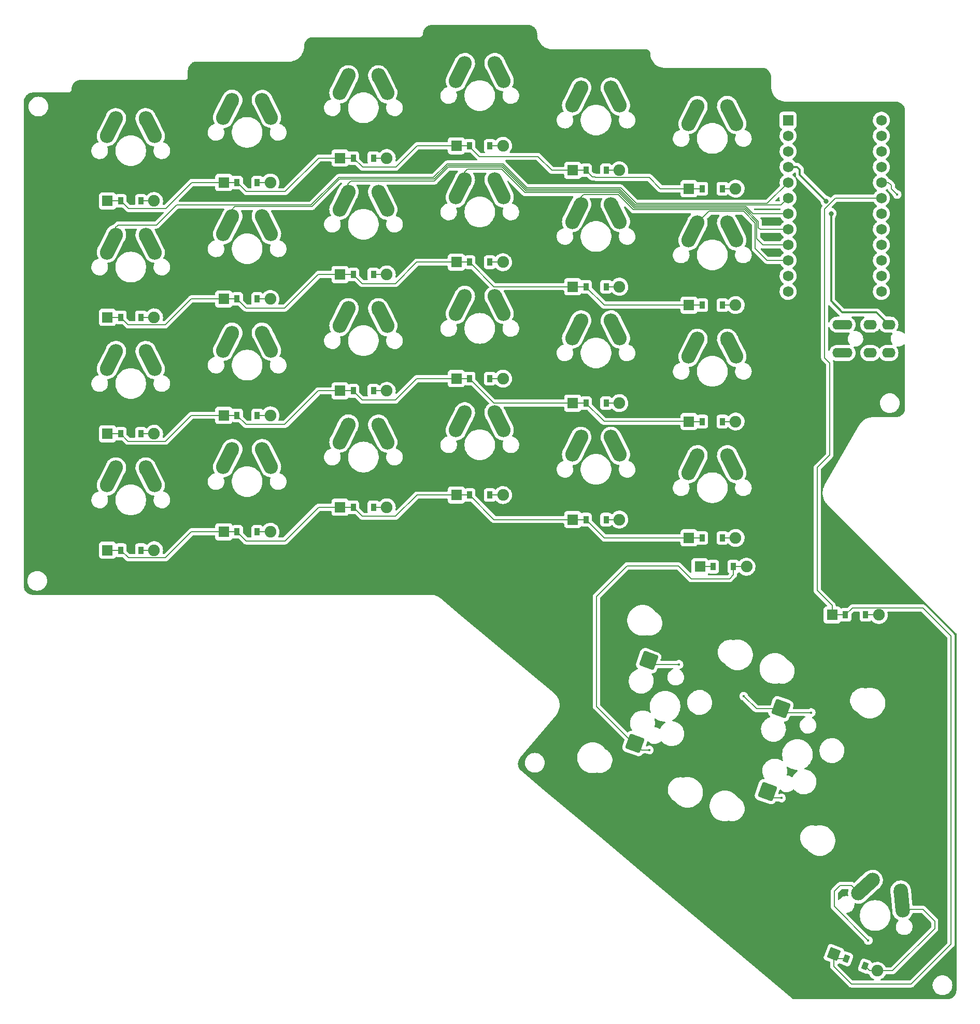
<source format=gbr>
%TF.GenerationSoftware,KiCad,Pcbnew,(6.0.8)*%
%TF.CreationDate,2022-12-10T17:49:20-07:00*%
%TF.ProjectId,scaarix_flow,73636161-7269-4785-9f66-6c6f772e6b69,v1.0.0*%
%TF.SameCoordinates,Original*%
%TF.FileFunction,Copper,L2,Bot*%
%TF.FilePolarity,Positive*%
%FSLAX46Y46*%
G04 Gerber Fmt 4.6, Leading zero omitted, Abs format (unit mm)*
G04 Created by KiCad (PCBNEW (6.0.8)) date 2022-12-10 17:49:20*
%MOMM*%
%LPD*%
G01*
G04 APERTURE LIST*
G04 Aperture macros list*
%AMRoundRect*
0 Rectangle with rounded corners*
0 $1 Rounding radius*
0 $2 $3 $4 $5 $6 $7 $8 $9 X,Y pos of 4 corners*
0 Add a 4 corners polygon primitive as box body*
4,1,4,$2,$3,$4,$5,$6,$7,$8,$9,$2,$3,0*
0 Add four circle primitives for the rounded corners*
1,1,$1+$1,$2,$3*
1,1,$1+$1,$4,$5*
1,1,$1+$1,$6,$7*
1,1,$1+$1,$8,$9*
0 Add four rect primitives between the rounded corners*
20,1,$1+$1,$2,$3,$4,$5,0*
20,1,$1+$1,$4,$5,$6,$7,0*
20,1,$1+$1,$6,$7,$8,$9,0*
20,1,$1+$1,$8,$9,$2,$3,0*%
%AMHorizOval*
0 Thick line with rounded ends*
0 $1 width*
0 $2 $3 position (X,Y) of the first rounded end (center of the circle)*
0 $4 $5 position (X,Y) of the second rounded end (center of the circle)*
0 Add line between two ends*
20,1,$1,$2,$3,$4,$5,0*
0 Add two circle primitives to create the rounded ends*
1,1,$1,$2,$3*
1,1,$1,$4,$5*%
%AMRotRect*
0 Rectangle, with rotation*
0 The origin of the aperture is its center*
0 $1 length*
0 $2 width*
0 $3 Rotation angle, in degrees counterclockwise*
0 Add horizontal line*
21,1,$1,$2,0,0,$3*%
G04 Aperture macros list end*
%TA.AperFunction,ComponentPad*%
%ADD10C,2.350000*%
%TD*%
%TA.AperFunction,ComponentPad*%
%ADD11HorizOval,2.350000X-0.713917X-1.431895X0.713917X1.431895X0*%
%TD*%
%TA.AperFunction,ComponentPad*%
%ADD12HorizOval,2.350000X-0.713917X1.431895X0.713917X-1.431895X0*%
%TD*%
%TA.AperFunction,ComponentPad*%
%ADD13C,1.905000*%
%TD*%
%TA.AperFunction,SMDPad,CuDef*%
%ADD14R,0.900000X1.200000*%
%TD*%
%TA.AperFunction,ComponentPad*%
%ADD15R,1.778000X1.778000*%
%TD*%
%TA.AperFunction,ComponentPad*%
%ADD16R,1.752600X1.752600*%
%TD*%
%TA.AperFunction,ComponentPad*%
%ADD17C,1.752600*%
%TD*%
%TA.AperFunction,ComponentPad*%
%ADD18O,2.200000X1.600000*%
%TD*%
%TA.AperFunction,ComponentPad*%
%ADD19HorizOval,2.350000X-1.179644X-1.080944X1.179644X1.080944X0*%
%TD*%
%TA.AperFunction,ComponentPad*%
%ADD20HorizOval,2.350000X-0.153353X1.592634X0.153353X-1.592634X0*%
%TD*%
%TA.AperFunction,SMDPad,CuDef*%
%ADD21RotRect,0.900000X1.200000X339.000000*%
%TD*%
%TA.AperFunction,ComponentPad*%
%ADD22RotRect,1.778000X1.778000X339.000000*%
%TD*%
%TA.AperFunction,SMDPad,CuDef*%
%ADD23RoundRect,0.254000X-0.607235X1.302220X-1.302220X-0.607235X0.607235X-1.302220X1.302220X0.607235X0*%
%TD*%
%TA.AperFunction,ViaPad*%
%ADD24C,0.400000*%
%TD*%
%TA.AperFunction,ViaPad*%
%ADD25C,0.800000*%
%TD*%
%TA.AperFunction,Conductor*%
%ADD26C,0.130000*%
%TD*%
%TA.AperFunction,Conductor*%
%ADD27C,0.300000*%
%TD*%
G04 APERTURE END LIST*
D10*
%TO.P,S18,1*%
%TO.N,P15*%
X218838500Y-100331500D03*
D11*
X218215487Y-101573845D03*
D10*
%TO.P,S18,2*%
%TO.N,index_home*%
X223918500Y-100331500D03*
D12*
X224541513Y-101573845D03*
%TD*%
D10*
%TO.P,S7,1*%
%TO.N,P20*%
X161838500Y-83331500D03*
D11*
X161215487Y-84573845D03*
D12*
%TO.P,S7,2*%
%TO.N,pinkie_top*%
X167541513Y-84573845D03*
D10*
X166918500Y-83331500D03*
%TD*%
%TO.P,S4,1*%
%TO.N,P21*%
X142838500Y-67331500D03*
D11*
X142215487Y-68573845D03*
D12*
%TO.P,S4,2*%
%TO.N,tab_num*%
X148541513Y-68573845D03*
D10*
X147918500Y-67331500D03*
%TD*%
%TO.P,S22,1*%
%TO.N,P14*%
X237838500Y-103331500D03*
D11*
X237215487Y-104573845D03*
D12*
%TO.P,S22,2*%
%TO.N,far_home*%
X243541513Y-104573845D03*
D10*
X242918500Y-103331500D03*
%TD*%
D11*
%TO.P,S13,1*%
%TO.N,P18*%
X199215487Y-116573845D03*
D10*
X199838500Y-115331500D03*
D12*
%TO.P,S13,2*%
%TO.N,middle_bottom*%
X205541513Y-116573845D03*
D10*
X204918500Y-115331500D03*
%TD*%
D13*
%TO.P,D19,1*%
%TO.N,index_top*%
X225188500Y-94611500D03*
D14*
%TO.N,P6*%
X219728500Y-94611500D03*
D15*
%TO.P,D19,2*%
X217568500Y-94611500D03*
D14*
%TO.N,index_top*%
X223028500Y-94611500D03*
%TD*%
%TO.P,D4,1*%
%TO.N,P5*%
X143728500Y-80611500D03*
D13*
%TO.N,tab_num*%
X149188500Y-80611500D03*
D14*
%TO.P,D4,2*%
X147028500Y-80611500D03*
D15*
%TO.N,P5*%
X141568500Y-80611500D03*
%TD*%
D11*
%TO.P,S11,1*%
%TO.N,P19*%
X180215487Y-80573845D03*
D10*
X180838500Y-79331500D03*
D12*
%TO.P,S11,2*%
%TO.N,ring_top*%
X186541513Y-80573845D03*
D10*
X185918500Y-79331500D03*
%TD*%
%TO.P,S8,1*%
%TO.N,P20*%
X161838500Y-64331500D03*
D11*
X161215487Y-65573845D03*
D10*
%TO.P,S8,2*%
%TO.N,pinkie_num*%
X166918500Y-64331500D03*
D12*
X167541513Y-65573845D03*
%TD*%
D13*
%TO.P,D21,1*%
%TO.N,far_bottom*%
X244188500Y-135611500D03*
D14*
%TO.N,P16*%
X238728500Y-135611500D03*
%TO.P,D21,2*%
%TO.N,far_bottom*%
X242028500Y-135611500D03*
D15*
%TO.N,P16*%
X236568500Y-135611500D03*
%TD*%
D13*
%TO.P,D16,1*%
%TO.N,middle_num*%
X206188500Y-71611500D03*
D14*
%TO.N,P5*%
X200728500Y-71611500D03*
D15*
%TO.P,D16,2*%
X198568500Y-71611500D03*
D14*
%TO.N,middle_num*%
X204028500Y-71611500D03*
%TD*%
D16*
%TO.P,MCU1,1*%
%TO.N,RAW*%
X252758500Y-67441500D03*
D17*
%TO.P,MCU1,2*%
%TO.N,GND*%
X252758500Y-69981500D03*
%TO.P,MCU1,3*%
%TO.N,RST*%
X252758500Y-72521500D03*
%TO.P,MCU1,4*%
%TO.N,VCC*%
X252758500Y-75061500D03*
%TO.P,MCU1,5*%
%TO.N,P21*%
X252758500Y-77601500D03*
%TO.P,MCU1,6*%
%TO.N,P20*%
X252758500Y-80141500D03*
%TO.P,MCU1,7*%
%TO.N,P19*%
X252758500Y-82681500D03*
%TO.P,MCU1,8*%
%TO.N,P18*%
X252758500Y-85221500D03*
%TO.P,MCU1,9*%
%TO.N,P15*%
X252758500Y-87761500D03*
%TO.P,MCU1,10*%
%TO.N,P14*%
X252758500Y-90301500D03*
%TO.P,MCU1,11*%
%TO.N,P16*%
X252758500Y-92841500D03*
%TO.P,MCU1,12*%
%TO.N,P10*%
X252758500Y-95381500D03*
%TO.P,MCU1,13*%
%TO.N,P1*%
X267998500Y-67441500D03*
%TO.P,MCU1,14*%
%TO.N,P0*%
X267998500Y-69981500D03*
%TO.P,MCU1,15*%
%TO.N,GND*%
X267998500Y-72521500D03*
%TO.P,MCU1,16*%
X267998500Y-75061500D03*
%TO.P,MCU1,17*%
%TO.N,P2*%
X267998500Y-77601500D03*
%TO.P,MCU1,18*%
%TO.N,P3*%
X267998500Y-80141500D03*
%TO.P,MCU1,19*%
%TO.N,P4*%
X267998500Y-82681500D03*
%TO.P,MCU1,20*%
%TO.N,P5*%
X267998500Y-85221500D03*
%TO.P,MCU1,21*%
%TO.N,P6*%
X267998500Y-87761500D03*
%TO.P,MCU1,22*%
%TO.N,P7*%
X267998500Y-90301500D03*
%TO.P,MCU1,23*%
%TO.N,P8*%
X267998500Y-92841500D03*
%TO.P,MCU1,24*%
%TO.N,P9*%
X267998500Y-95381500D03*
%TD*%
D11*
%TO.P,S17,1*%
%TO.N,P15*%
X218215487Y-120573845D03*
D10*
X218838500Y-119331500D03*
D12*
%TO.P,S17,2*%
%TO.N,index_bottom*%
X224541513Y-120573845D03*
D10*
X223918500Y-119331500D03*
%TD*%
D14*
%TO.P,D5,1*%
%TO.N,P16*%
X162728500Y-134611500D03*
D13*
%TO.N,pinkie_bottom*%
X168188500Y-134611500D03*
D14*
%TO.P,D5,2*%
X166028500Y-134611500D03*
D15*
%TO.N,P16*%
X160568500Y-134611500D03*
%TD*%
D13*
%TO.P,D7,1*%
%TO.N,pinkie_top*%
X168188500Y-96611500D03*
D14*
%TO.N,P6*%
X162728500Y-96611500D03*
%TO.P,D7,2*%
%TO.N,pinkie_top*%
X166028500Y-96611500D03*
D15*
%TO.N,P6*%
X160568500Y-96611500D03*
%TD*%
D10*
%TO.P,S12,1*%
%TO.N,P19*%
X180838500Y-60331500D03*
D11*
X180215487Y-61573845D03*
D12*
%TO.P,S12,2*%
%TO.N,ring_num*%
X186541513Y-61573845D03*
D10*
X185918500Y-60331500D03*
%TD*%
D14*
%TO.P,D2,1*%
%TO.N,P10*%
X143728500Y-118611500D03*
D13*
%TO.N,tab_home*%
X149188500Y-118611500D03*
D14*
%TO.P,D2,2*%
X147028500Y-118611500D03*
D15*
%TO.N,P10*%
X141568500Y-118611500D03*
%TD*%
D10*
%TO.P,S10,1*%
%TO.N,P19*%
X180838500Y-98331500D03*
D11*
X180215487Y-99573845D03*
D10*
%TO.P,S10,2*%
%TO.N,ring_home*%
X185918500Y-98331500D03*
D12*
X186541513Y-99573845D03*
%TD*%
D10*
%TO.P,S6,1*%
%TO.N,P20*%
X161838500Y-102331500D03*
D11*
X161215487Y-103573845D03*
D10*
%TO.P,S6,2*%
%TO.N,pinkie_home*%
X166918500Y-102331500D03*
D12*
X167541513Y-103573845D03*
%TD*%
D13*
%TO.P,D14,1*%
%TO.N,middle_home*%
X206188500Y-109611500D03*
D14*
%TO.N,P10*%
X200728500Y-109611500D03*
%TO.P,D14,2*%
%TO.N,middle_home*%
X204028500Y-109611500D03*
D15*
%TO.N,P10*%
X198568500Y-109611500D03*
%TD*%
D14*
%TO.P,D20,1*%
%TO.N,P5*%
X219728500Y-75611500D03*
D13*
%TO.N,index_num*%
X225188500Y-75611500D03*
D15*
%TO.P,D20,2*%
%TO.N,P5*%
X217568500Y-75611500D03*
D14*
%TO.N,index_num*%
X223028500Y-75611500D03*
%TD*%
D10*
%TO.P,S2,1*%
%TO.N,P21*%
X142838500Y-105331500D03*
D11*
X142215487Y-106573845D03*
D10*
%TO.P,S2,2*%
%TO.N,tab_home*%
X147918500Y-105331500D03*
D12*
X148541513Y-106573845D03*
%TD*%
D14*
%TO.P,D13,1*%
%TO.N,P16*%
X200728500Y-128611500D03*
D13*
%TO.N,middle_bottom*%
X206188500Y-128611500D03*
D14*
%TO.P,D13,2*%
X204028500Y-128611500D03*
D15*
%TO.N,P16*%
X198568500Y-128611500D03*
%TD*%
D10*
%TO.P,S20,1*%
%TO.N,P15*%
X218838500Y-62331500D03*
D11*
X218215487Y-63573845D03*
D12*
%TO.P,S20,2*%
%TO.N,index_num*%
X224541513Y-63573845D03*
D10*
X223918500Y-62331500D03*
%TD*%
D18*
%TO.P, ,1*%
%TO.N,GND*%
X261078500Y-105411500D03*
X261078500Y-100811500D03*
%TO.P, ,2*%
X262178500Y-100811500D03*
X262178500Y-105411500D03*
%TO.P, ,3*%
%TO.N,P2*%
X266178500Y-100811500D03*
X266178500Y-105411500D03*
%TO.P, ,4*%
%TO.N,VCC*%
X269178500Y-100811500D03*
X269178500Y-105411500D03*
%TD*%
D13*
%TO.P,D17,1*%
%TO.N,index_bottom*%
X225188500Y-132611500D03*
D14*
%TO.N,P16*%
X219728500Y-132611500D03*
%TO.P,D17,2*%
%TO.N,index_bottom*%
X223028500Y-132611500D03*
D15*
%TO.N,P16*%
X217568500Y-132611500D03*
%TD*%
D11*
%TO.P,S19,1*%
%TO.N,P15*%
X218215487Y-82573845D03*
D10*
X218838500Y-81331500D03*
D12*
%TO.P,S19,2*%
%TO.N,index_top*%
X224541513Y-82573845D03*
D10*
X223918500Y-81331500D03*
%TD*%
D11*
%TO.P,S15,1*%
%TO.N,P18*%
X199215487Y-78573845D03*
D10*
X199838500Y-77331500D03*
D12*
%TO.P,S15,2*%
%TO.N,middle_top*%
X205541513Y-78573845D03*
D10*
X204918500Y-77331500D03*
%TD*%
D19*
%TO.P,S27,1*%
%TO.N,P9*%
X265400865Y-192528992D03*
D10*
X266427715Y-191592431D03*
D20*
%TO.P,S27,2*%
%TO.N,2_top*%
X271306720Y-194796038D03*
D10*
X271170303Y-193412940D03*
%TD*%
D13*
%TO.P,D6,1*%
%TO.N,pinkie_home*%
X168188500Y-115611500D03*
D14*
%TO.N,P10*%
X162728500Y-115611500D03*
%TO.P,D6,2*%
%TO.N,pinkie_home*%
X166028500Y-115611500D03*
D15*
%TO.N,P10*%
X160568500Y-115611500D03*
%TD*%
D13*
%TO.P,D18,1*%
%TO.N,index_home*%
X225188500Y-113611500D03*
D14*
%TO.N,P10*%
X219728500Y-113611500D03*
D15*
%TO.P,D18,2*%
X217568500Y-113611500D03*
D14*
%TO.N,index_home*%
X223028500Y-113611500D03*
%TD*%
%TO.P,D11,1*%
%TO.N,P6*%
X181728500Y-92611500D03*
D13*
%TO.N,ring_top*%
X187188500Y-92611500D03*
D14*
%TO.P,D11,2*%
X185028500Y-92611500D03*
D15*
%TO.N,P6*%
X179568500Y-92611500D03*
%TD*%
D10*
%TO.P,S21,1*%
%TO.N,P14*%
X237838500Y-122331500D03*
D11*
X237215487Y-123573845D03*
D12*
%TO.P,S21,2*%
%TO.N,far_bottom*%
X243541513Y-123573845D03*
D10*
X242918500Y-122331500D03*
%TD*%
%TO.P,S9,1*%
%TO.N,P19*%
X180838500Y-117331500D03*
D11*
X180215487Y-118573845D03*
D12*
%TO.P,S9,2*%
%TO.N,ring_bottom*%
X186541513Y-118573845D03*
D10*
X185918500Y-117331500D03*
%TD*%
D13*
%TO.P,D22,1*%
%TO.N,far_home*%
X244188500Y-116611500D03*
D14*
%TO.N,P10*%
X238728500Y-116611500D03*
%TO.P,D22,2*%
%TO.N,far_home*%
X242028500Y-116611500D03*
D15*
%TO.N,P10*%
X236568500Y-116611500D03*
%TD*%
D14*
%TO.P,D12,1*%
%TO.N,P5*%
X181728500Y-73611500D03*
D13*
%TO.N,ring_num*%
X187188500Y-73611500D03*
D14*
%TO.P,D12,2*%
X185028500Y-73611500D03*
D15*
%TO.N,P5*%
X179568500Y-73611500D03*
%TD*%
D14*
%TO.P,D25,1*%
%TO.N,P4*%
X240515570Y-140311500D03*
D13*
%TO.N,1_bottom*%
X245975570Y-140311500D03*
D14*
%TO.P,D25,2*%
X243815570Y-140311500D03*
D15*
%TO.N,P4*%
X238355570Y-140311500D03*
%TD*%
D14*
%TO.P,D26,1*%
%TO.N,P3*%
X262128500Y-148177964D03*
D13*
%TO.N,1_top*%
X267588500Y-148177964D03*
D15*
%TO.P,D26,2*%
%TO.N,P3*%
X259968500Y-148177964D03*
D14*
%TO.N,1_top*%
X265428500Y-148177964D03*
%TD*%
D10*
%TO.P,S23,1*%
%TO.N,P14*%
X237838500Y-84331500D03*
D11*
X237215487Y-85573845D03*
D12*
%TO.P,S23,2*%
%TO.N,far_top*%
X243541513Y-85573845D03*
D10*
X242918500Y-84331500D03*
%TD*%
D14*
%TO.P,D15,1*%
%TO.N,P6*%
X200728500Y-90611500D03*
D13*
%TO.N,middle_top*%
X206188500Y-90611500D03*
D15*
%TO.P,D15,2*%
%TO.N,P6*%
X198568500Y-90611500D03*
D14*
%TO.N,middle_top*%
X204028500Y-90611500D03*
%TD*%
%TO.P,D23,1*%
%TO.N,P6*%
X238728500Y-97611500D03*
D13*
%TO.N,far_top*%
X244188500Y-97611500D03*
D15*
%TO.P,D23,2*%
%TO.N,P6*%
X236568500Y-97611500D03*
D14*
%TO.N,far_top*%
X242028500Y-97611500D03*
%TD*%
%TO.P,D24,1*%
%TO.N,P5*%
X238728500Y-78611500D03*
D13*
%TO.N,far_num*%
X244188500Y-78611500D03*
D15*
%TO.P,D24,2*%
%TO.N,P5*%
X236568500Y-78611500D03*
D14*
%TO.N,far_num*%
X242028500Y-78611500D03*
%TD*%
D11*
%TO.P,S16,1*%
%TO.N,P18*%
X199215487Y-59573845D03*
D10*
X199838500Y-58331500D03*
D12*
%TO.P,S16,2*%
%TO.N,middle_num*%
X205541513Y-59573845D03*
D10*
X204918500Y-58331500D03*
%TD*%
D11*
%TO.P,S5,1*%
%TO.N,P20*%
X161215487Y-122573845D03*
D10*
X161838500Y-121331500D03*
D12*
%TO.P,S5,2*%
%TO.N,pinkie_bottom*%
X167541513Y-122573845D03*
D10*
X166918500Y-121331500D03*
%TD*%
D13*
%TO.P,D27,1*%
%TO.N,2_top*%
X267350154Y-206266016D03*
D21*
%TO.N,P3*%
X262252805Y-204309327D03*
%TO.P,D27,2*%
%TO.N,2_top*%
X265333621Y-205491941D03*
D22*
%TO.N,P3*%
X260236272Y-203535252D03*
%TD*%
D11*
%TO.P,S1,1*%
%TO.N,P21*%
X142215487Y-125573845D03*
D10*
X142838500Y-124331500D03*
%TO.P,S1,2*%
%TO.N,tab_bottom*%
X147918500Y-124331500D03*
D12*
X148541513Y-125573845D03*
%TD*%
D10*
%TO.P,S14,1*%
%TO.N,P18*%
X199838500Y-96331500D03*
D11*
X199215487Y-97573845D03*
D12*
%TO.P,S14,2*%
%TO.N,middle_home*%
X205541513Y-97573845D03*
D10*
X204918500Y-96331500D03*
%TD*%
D14*
%TO.P,D8,1*%
%TO.N,P5*%
X162728500Y-77611500D03*
D13*
%TO.N,pinkie_num*%
X168188500Y-77611500D03*
D15*
%TO.P,D8,2*%
%TO.N,P5*%
X160568500Y-77611500D03*
D14*
%TO.N,pinkie_num*%
X166028500Y-77611500D03*
%TD*%
%TO.P,D10,1*%
%TO.N,P10*%
X181728500Y-111611500D03*
D13*
%TO.N,ring_home*%
X187188500Y-111611500D03*
D15*
%TO.P,D10,2*%
%TO.N,P10*%
X179568500Y-111611500D03*
D14*
%TO.N,ring_home*%
X185028500Y-111611500D03*
%TD*%
%TO.P,D9,1*%
%TO.N,P16*%
X181728500Y-130611500D03*
D13*
%TO.N,ring_bottom*%
X187188500Y-130611500D03*
D15*
%TO.P,D9,2*%
%TO.N,P16*%
X179568500Y-130611500D03*
D14*
%TO.N,ring_bottom*%
X185028500Y-130611500D03*
%TD*%
%TO.P,D1,1*%
%TO.N,P16*%
X143728500Y-137611500D03*
D13*
%TO.N,tab_bottom*%
X149188500Y-137611500D03*
D15*
%TO.P,D1,2*%
%TO.N,P16*%
X141568500Y-137611500D03*
D14*
%TO.N,tab_bottom*%
X147028500Y-137611500D03*
%TD*%
%TO.P,D3,1*%
%TO.N,P6*%
X143728500Y-99611500D03*
D13*
%TO.N,tab_top*%
X149188500Y-99611500D03*
D15*
%TO.P,D3,2*%
%TO.N,P6*%
X141568500Y-99611500D03*
D14*
%TO.N,tab_top*%
X147028500Y-99611500D03*
%TD*%
D11*
%TO.P,S3,1*%
%TO.N,P21*%
X142215487Y-87573845D03*
D10*
X142838500Y-86331500D03*
D12*
%TO.P,S3,2*%
%TO.N,tab_top*%
X148541513Y-87573845D03*
D10*
X147918500Y-86331500D03*
%TD*%
D11*
%TO.P,S24,1*%
%TO.N,P14*%
X237215487Y-66573845D03*
D10*
X237838500Y-65331500D03*
%TO.P,S24,2*%
%TO.N,far_num*%
X242918500Y-65331500D03*
D12*
X243541513Y-66573845D03*
%TD*%
D23*
%TO.P,S26,1*%
%TO.N,P8*%
X251588745Y-163505027D03*
%TO.P,S26,2*%
%TO.N,1_top*%
X249371289Y-177023901D03*
%TD*%
%TO.P,S25,1*%
%TO.N,P8*%
X229975815Y-155638564D03*
%TO.P,S25,2*%
%TO.N,1_bottom*%
X227758359Y-169157438D03*
%TD*%
D24*
%TO.N,P8*%
X245518500Y-161441500D03*
X256538500Y-164121500D03*
X234938255Y-156257973D03*
%TO.N,1_bottom*%
X230078500Y-170211500D03*
%TO.N,1_top*%
X251685002Y-178068100D03*
%TO.N,P9*%
X265858500Y-201321500D03*
D25*
%TO.N,VCC*%
X259778500Y-82661500D03*
X258978500Y-80661500D03*
D24*
%TO.N,P2*%
X270578500Y-79561500D03*
%TD*%
D26*
%TO.N,P21*%
X225405904Y-78479000D02*
X210119356Y-78479000D01*
X249345000Y-81015000D02*
X227941904Y-81015000D01*
X179343548Y-76793000D02*
X174843548Y-81293000D01*
X227941904Y-81015000D02*
X225405904Y-78479000D01*
X197037096Y-74586000D02*
X194830096Y-76793000D01*
X143300000Y-84550000D02*
X142838500Y-85011500D01*
X152857000Y-81293000D02*
X149600000Y-84550000D01*
X206226356Y-74586000D02*
X197037096Y-74586000D01*
X194830096Y-76793000D02*
X179343548Y-76793000D01*
X252758500Y-77601500D02*
X249345000Y-81015000D01*
X210119356Y-78479000D02*
X206226356Y-74586000D01*
X174843548Y-81293000D02*
X152857000Y-81293000D01*
X142838500Y-85011500D02*
X142838500Y-86331500D01*
X149600000Y-84550000D02*
X143300000Y-84550000D01*
%TO.N,tab_bottom*%
X149188500Y-137611500D02*
X147028500Y-137611500D01*
%TO.N,P16*%
X236568500Y-135611500D02*
X238728500Y-135611500D01*
X198568500Y-128611500D02*
X192138500Y-128611500D01*
X236568500Y-135611500D02*
X222728500Y-135611500D01*
X198568500Y-128611500D02*
X200728500Y-128611500D01*
X164217000Y-136100000D02*
X162728500Y-134611500D01*
X192138500Y-128611500D02*
X188650000Y-132100000D01*
X179568500Y-130611500D02*
X176038500Y-130611500D01*
X160568500Y-134611500D02*
X155288500Y-134611500D01*
X217568500Y-132611500D02*
X204728500Y-132611500D01*
X151050000Y-138850000D02*
X144967000Y-138850000D01*
X217568500Y-132611500D02*
X219728500Y-132611500D01*
X176038500Y-130611500D02*
X170550000Y-136100000D01*
X144967000Y-138850000D02*
X143728500Y-137611500D01*
X204728500Y-132611500D02*
X200728500Y-128611500D01*
X155288500Y-134611500D02*
X151050000Y-138850000D01*
X179568500Y-130611500D02*
X181728500Y-130611500D01*
X141568500Y-137611500D02*
X143728500Y-137611500D01*
X188650000Y-132100000D02*
X183217000Y-132100000D01*
X183217000Y-132100000D02*
X181728500Y-130611500D01*
X222728500Y-135611500D02*
X219728500Y-132611500D01*
X160568500Y-134611500D02*
X162728500Y-134611500D01*
X170550000Y-136100000D02*
X164217000Y-136100000D01*
%TO.N,tab_home*%
X149188500Y-118611500D02*
X147028500Y-118611500D01*
%TO.N,P10*%
X219728500Y-113611500D02*
X217568500Y-113611500D01*
X236568500Y-116611500D02*
X238728500Y-116611500D01*
X144938500Y-119838500D02*
X143700000Y-118600000D01*
X181728500Y-111611500D02*
X179568500Y-111611500D01*
X204700000Y-113600000D02*
X200700000Y-109600000D01*
X164188500Y-117088500D02*
X162700000Y-115600000D01*
X188621500Y-113088500D02*
X183188500Y-113088500D01*
X183188500Y-113088500D02*
X181700000Y-111600000D01*
X170521500Y-117088500D02*
X164188500Y-117088500D01*
X176010000Y-111600000D02*
X170521500Y-117088500D01*
X236540000Y-116600000D02*
X222700000Y-116600000D01*
X198568500Y-109611500D02*
X200728500Y-109611500D01*
X217540000Y-113600000D02*
X204700000Y-113600000D01*
X160568500Y-115611500D02*
X162728500Y-115611500D01*
X198540000Y-109600000D02*
X192110000Y-109600000D01*
X141568500Y-118611500D02*
X143728500Y-118611500D01*
X160540000Y-115600000D02*
X155260000Y-115600000D01*
X179540000Y-111600000D02*
X176010000Y-111600000D01*
X155260000Y-115600000D02*
X151021500Y-119838500D01*
X151021500Y-119838500D02*
X144938500Y-119838500D01*
X192110000Y-109600000D02*
X188621500Y-113088500D01*
X222700000Y-116600000D02*
X219700000Y-113600000D01*
%TO.N,tab_top*%
X147028500Y-99611500D02*
X149188500Y-99611500D01*
%TO.N,P6*%
X144938500Y-100838500D02*
X143700000Y-99600000D01*
X179540000Y-92600000D02*
X176010000Y-92600000D01*
X188621500Y-94088500D02*
X183188500Y-94088500D01*
X198540000Y-90600000D02*
X192110000Y-90600000D01*
X236540000Y-97600000D02*
X222700000Y-97600000D01*
X170521500Y-98088500D02*
X164188500Y-98088500D01*
X160568500Y-96611500D02*
X162728500Y-96611500D01*
X179568500Y-92611500D02*
X181728500Y-92611500D01*
X217540000Y-94600000D02*
X204700000Y-94600000D01*
X155260000Y-96600000D02*
X151021500Y-100838500D01*
X217568500Y-94611500D02*
X219728500Y-94611500D01*
X141568500Y-99611500D02*
X143728500Y-99611500D01*
X151021500Y-100838500D02*
X144938500Y-100838500D01*
X176010000Y-92600000D02*
X170521500Y-98088500D01*
X238728500Y-97611500D02*
X236568500Y-97611500D01*
X160540000Y-96600000D02*
X155260000Y-96600000D01*
X164188500Y-98088500D02*
X162700000Y-96600000D01*
X198568500Y-90611500D02*
X200728500Y-90611500D01*
X222700000Y-97600000D02*
X219700000Y-94600000D01*
X204700000Y-94600000D02*
X200700000Y-90600000D01*
X192110000Y-90600000D02*
X188621500Y-94088500D01*
X183188500Y-94088500D02*
X181700000Y-92600000D01*
%TO.N,tab_num*%
X147028500Y-80611500D02*
X149188500Y-80611500D01*
%TO.N,P5*%
X160590000Y-77600000D02*
X155310000Y-77600000D01*
X188671500Y-75088500D02*
X183238500Y-75088500D01*
X170571500Y-79088500D02*
X164238500Y-79088500D01*
X198568500Y-71611500D02*
X200728500Y-71611500D01*
X141568500Y-80611500D02*
X143728500Y-80611500D01*
X211900000Y-73350000D02*
X202317000Y-73350000D01*
X221250000Y-76700000D02*
X221306000Y-76756000D01*
X217568500Y-75611500D02*
X214161500Y-75611500D01*
X155310000Y-77600000D02*
X151071500Y-81838500D01*
X236568500Y-78611500D02*
X238728500Y-78611500D01*
X200728500Y-71761500D02*
X200728500Y-71611500D01*
X181728500Y-73611500D02*
X179568500Y-73611500D01*
X160568500Y-77611500D02*
X162728500Y-77611500D01*
X219728500Y-75611500D02*
X220817000Y-76700000D01*
X231911500Y-78611500D02*
X236568500Y-78611500D01*
X221306000Y-76756000D02*
X230056000Y-76756000D01*
X176060000Y-73600000D02*
X170571500Y-79088500D01*
X220817000Y-76700000D02*
X221250000Y-76700000D01*
X230056000Y-76756000D02*
X231911500Y-78611500D01*
X151071500Y-81838500D02*
X144988500Y-81838500D01*
X192160000Y-71600000D02*
X188671500Y-75088500D01*
X198590000Y-71600000D02*
X192160000Y-71600000D01*
X202317000Y-73350000D02*
X200728500Y-71761500D01*
X219728500Y-75611500D02*
X217568500Y-75611500D01*
X214161500Y-75611500D02*
X211900000Y-73350000D01*
X183238500Y-75088500D02*
X181750000Y-73600000D01*
X179590000Y-73600000D02*
X176060000Y-73600000D01*
X144988500Y-81838500D02*
X143750000Y-80600000D01*
X164238500Y-79088500D02*
X162750000Y-77600000D01*
%TO.N,P20*%
X174950000Y-81550000D02*
X162400000Y-81550000D01*
X252758500Y-80141500D02*
X251628000Y-81272000D01*
X206119904Y-74843000D02*
X197143548Y-74843000D01*
X251628000Y-81272000D02*
X227835452Y-81272000D01*
X210012904Y-78736000D02*
X206119904Y-74843000D01*
X179450000Y-77050000D02*
X174950000Y-81550000D01*
X162400000Y-81550000D02*
X161838500Y-82111500D01*
X227835452Y-81272000D02*
X225299452Y-78736000D01*
X161838500Y-82111500D02*
X161838500Y-83331500D01*
X194936548Y-77050000D02*
X179450000Y-77050000D01*
X197143548Y-74843000D02*
X194936548Y-77050000D01*
X225299452Y-78736000D02*
X210012904Y-78736000D01*
%TO.N,pinkie_bottom*%
X168188500Y-134611500D02*
X166028500Y-134611500D01*
%TO.N,pinkie_home*%
X168188500Y-115611500D02*
X166028500Y-115611500D01*
%TO.N,pinkie_top*%
X168188500Y-96611500D02*
X166028500Y-96611500D01*
%TO.N,pinkie_num*%
X166028500Y-77611500D02*
X168188500Y-77611500D01*
%TO.N,P19*%
X252758500Y-82681500D02*
X247008404Y-82681500D01*
X180838500Y-77861500D02*
X180838500Y-79331500D01*
X245855904Y-81529000D02*
X227729000Y-81529000D01*
X197250000Y-75100000D02*
X195000000Y-77350000D01*
X227729000Y-81529000D02*
X225193000Y-78993000D01*
X209906452Y-78993000D02*
X206013452Y-75100000D01*
X206013452Y-75100000D02*
X197250000Y-75100000D01*
X181350000Y-77350000D02*
X180838500Y-77861500D01*
X247008404Y-82681500D02*
X245855904Y-81529000D01*
X195000000Y-77350000D02*
X181350000Y-77350000D01*
X225193000Y-78993000D02*
X209906452Y-78993000D01*
%TO.N,ring_bottom*%
X187188500Y-130611500D02*
X185028500Y-130611500D01*
%TO.N,ring_home*%
X185028500Y-111611500D02*
X187188500Y-111611500D01*
%TO.N,ring_top*%
X185028500Y-92611500D02*
X187188500Y-92611500D01*
%TO.N,ring_num*%
X185028500Y-73611500D02*
X187188500Y-73611500D01*
%TO.N,P18*%
X209800000Y-79250000D02*
X205950000Y-75400000D01*
X245749452Y-81786000D02*
X227599452Y-81786000D01*
X200350000Y-75400000D02*
X199838500Y-75911500D01*
X227599452Y-81786000D02*
X225063452Y-79250000D01*
X199838500Y-75911500D02*
X199838500Y-77331500D01*
X205950000Y-75400000D02*
X200350000Y-75400000D01*
X252758500Y-85221500D02*
X248185500Y-85221500D01*
X247914000Y-84950000D02*
X247914000Y-83950547D01*
X225063452Y-79250000D02*
X209800000Y-79250000D01*
X247914000Y-83950547D02*
X245749452Y-81786000D01*
X248185500Y-85221500D02*
X247914000Y-84950000D01*
%TO.N,middle_bottom*%
X206188500Y-128611500D02*
X204028500Y-128611500D01*
%TO.N,middle_home*%
X204028500Y-109611500D02*
X206188500Y-109611500D01*
%TO.N,middle_top*%
X204028500Y-90611500D02*
X206188500Y-90611500D01*
%TO.N,middle_num*%
X204028500Y-71611500D02*
X206188500Y-71611500D01*
%TO.N,P15*%
X218838500Y-80061500D02*
X218838500Y-81331500D01*
X225000000Y-79550000D02*
X219350000Y-79550000D01*
X248618500Y-87761500D02*
X247657000Y-86800000D01*
X219350000Y-79550000D02*
X218838500Y-80061500D01*
X227493000Y-82043000D02*
X225000000Y-79550000D01*
X247657000Y-86800000D02*
X247657000Y-84057000D01*
X247657000Y-84057000D02*
X245643000Y-82043000D01*
X252758500Y-87761500D02*
X248618500Y-87761500D01*
X245643000Y-82043000D02*
X227493000Y-82043000D01*
%TO.N,index_bottom*%
X223028500Y-132611500D02*
X225188500Y-132611500D01*
%TO.N,index_home*%
X223028500Y-113611500D02*
X225188500Y-113611500D01*
%TO.N,index_top*%
X223028500Y-94611500D02*
X225188500Y-94611500D01*
%TO.N,index_num*%
X223028500Y-75611500D02*
X225188500Y-75611500D01*
%TO.N,P14*%
X247400000Y-88400000D02*
X247400000Y-84200000D01*
X245500000Y-82300000D02*
X239870000Y-82300000D01*
X247400000Y-84200000D02*
X245500000Y-82300000D01*
X249301500Y-90301500D02*
X247400000Y-88400000D01*
X239870000Y-82300000D02*
X237838500Y-84331500D01*
X252758500Y-90301500D02*
X249301500Y-90301500D01*
%TO.N,far_bottom*%
X242028500Y-135611500D02*
X244188500Y-135611500D01*
%TO.N,far_home*%
X242028500Y-116611500D02*
X244188500Y-116611500D01*
%TO.N,far_top*%
X242028500Y-97611500D02*
X244188500Y-97611500D01*
%TO.N,far_num*%
X242028500Y-78611500D02*
X244188500Y-78611500D01*
%TO.N,P8*%
X252205218Y-164121500D02*
X256538500Y-164121500D01*
X229988500Y-155641500D02*
X230604973Y-156257973D01*
X245518500Y-161441500D02*
X247582027Y-163505027D01*
X230604973Y-156257973D02*
X234938255Y-156257973D01*
X251588745Y-163505027D02*
X252205218Y-164121500D01*
X247582027Y-163505027D02*
X251588745Y-163505027D01*
%TO.N,1_bottom*%
X221458500Y-163121500D02*
X227494438Y-169157438D01*
X221458500Y-145151500D02*
X221458500Y-163121500D01*
X227494438Y-169157438D02*
X227758359Y-169157438D01*
X243198500Y-142261500D02*
X236918500Y-142261500D01*
X243815570Y-141644430D02*
X243815570Y-140311500D01*
X236918500Y-142261500D02*
X234828500Y-140171500D01*
X234828500Y-140171500D02*
X226438500Y-140171500D01*
X227758359Y-169157438D02*
X228812421Y-170211500D01*
X243198500Y-142261500D02*
X243815570Y-141644430D01*
X226438500Y-140171500D02*
X221458500Y-145151500D01*
X243815570Y-140311500D02*
X245975570Y-140311500D01*
X228812421Y-170211500D02*
X230078500Y-170211500D01*
%TO.N,P4*%
X238355570Y-140311500D02*
X240515570Y-140311500D01*
%TO.N,1_top*%
X265428500Y-148177964D02*
X267588500Y-148177964D01*
X249364861Y-177014038D02*
X250418923Y-178068100D01*
X250418923Y-178068100D02*
X251685002Y-178068100D01*
%TO.N,P3*%
X267998500Y-80141500D02*
X260498500Y-80141500D01*
X272878500Y-208411500D02*
X279368500Y-201921500D01*
X263098500Y-208411500D02*
X272878500Y-208411500D01*
X279368500Y-201921500D02*
X279368500Y-151631500D01*
X259968500Y-148177964D02*
X262128500Y-148177964D01*
X260498500Y-80141500D02*
X258728500Y-81911500D01*
X274770464Y-147033464D02*
X263273000Y-147033464D01*
X259968500Y-146645096D02*
X259968500Y-148177964D01*
X260236272Y-203535252D02*
X261010347Y-204309327D01*
X258728500Y-106211500D02*
X259578500Y-107061500D01*
X279368500Y-151631500D02*
X274770464Y-147033464D01*
X263273000Y-147033464D02*
X262128500Y-148177964D01*
X258728500Y-81911500D02*
X258728500Y-106211500D01*
X261010347Y-204309327D02*
X262252805Y-204309327D01*
X259578500Y-122061500D02*
X257528500Y-124111500D01*
X257528500Y-144205096D02*
X259968500Y-146645096D01*
X259578500Y-107061500D02*
X259578500Y-122061500D01*
X260236272Y-203535252D02*
X260236272Y-205549272D01*
X257528500Y-124111500D02*
X257528500Y-144205096D01*
X260236272Y-205549272D02*
X263098500Y-208411500D01*
%TO.N,P9*%
X260306806Y-195769806D02*
X260306806Y-193302474D01*
X265858500Y-201321500D02*
X260306806Y-195769806D01*
X261274337Y-192334943D02*
X263158158Y-192334943D01*
X263158158Y-192334943D02*
X264331813Y-193508598D01*
X260306806Y-193302474D02*
X261274337Y-192334943D01*
%TO.N,2_top*%
X265333621Y-205491941D02*
X266107696Y-206266016D01*
X269813984Y-206266016D02*
X276718500Y-199361500D01*
X276718500Y-199361500D02*
X276718500Y-198151500D01*
X271445696Y-196239362D02*
X274806362Y-196239362D01*
X266107696Y-206266016D02*
X267350154Y-206266016D01*
X274806362Y-196239362D02*
X276718500Y-198151500D01*
X267350154Y-206266016D02*
X269813984Y-206266016D01*
D27*
%TO.N,VCC*%
X254678500Y-76361500D02*
X254678500Y-75511500D01*
X269178500Y-100811500D02*
X267178500Y-98811500D01*
X261628500Y-98811500D02*
X267178500Y-98811500D01*
X258978500Y-80661500D02*
X254678500Y-76361500D01*
X259778500Y-96961500D02*
X259778500Y-82661500D01*
X261628500Y-98811500D02*
X259778500Y-96961500D01*
X254228500Y-75061500D02*
X252758500Y-75061500D01*
X254678500Y-75511500D02*
X254228500Y-75061500D01*
D26*
%TO.N,P2*%
X269168500Y-77601500D02*
X267998500Y-77601500D01*
X269628500Y-78611500D02*
X269628500Y-78061500D01*
X269628500Y-78061500D02*
X269168500Y-77601500D01*
X270578500Y-79561500D02*
X269628500Y-78611500D01*
%TD*%
%TA.AperFunction,NonConductor*%
G36*
X253938238Y-75944956D02*
G01*
X253995000Y-75987602D01*
X254019694Y-76054165D01*
X254020000Y-76062935D01*
X254020000Y-76279444D01*
X254019441Y-76291300D01*
X254017712Y-76299037D01*
X254017961Y-76306959D01*
X254019938Y-76369869D01*
X254020000Y-76373827D01*
X254020000Y-76402932D01*
X254020556Y-76407332D01*
X254021488Y-76419164D01*
X254022938Y-76465331D01*
X254027845Y-76482219D01*
X254028919Y-76485916D01*
X254032930Y-76505282D01*
X254035618Y-76526564D01*
X254038534Y-76533929D01*
X254038535Y-76533933D01*
X254052626Y-76569521D01*
X254056465Y-76580731D01*
X254069355Y-76625100D01*
X254069356Y-76625101D01*
X254068200Y-76625437D01*
X254075945Y-76688189D01*
X254045168Y-76752167D01*
X253984687Y-76789350D01*
X253913704Y-76787932D01*
X253858418Y-76752569D01*
X253709650Y-76589075D01*
X253709640Y-76589066D01*
X253706168Y-76585250D01*
X253527463Y-76444118D01*
X253520835Y-76440459D01*
X253520151Y-76439769D01*
X253518631Y-76438759D01*
X253518839Y-76438445D01*
X253470863Y-76390033D01*
X253456085Y-76320591D01*
X253481196Y-76254184D01*
X253508554Y-76227569D01*
X253651189Y-76125829D01*
X253651191Y-76125827D01*
X253655393Y-76122830D01*
X253805061Y-75973683D01*
X253867431Y-75939768D01*
X253938238Y-75944956D01*
G37*
%TD.AperFunction*%
%TA.AperFunction,NonConductor*%
G36*
X251287839Y-79987378D02*
G01*
X251344675Y-80029925D01*
X251369486Y-80096445D01*
X251369679Y-80104654D01*
X251369369Y-80107550D01*
X251369666Y-80112703D01*
X251369666Y-80112709D01*
X251372999Y-80170503D01*
X251382477Y-80334887D01*
X251429783Y-80544801D01*
X251425247Y-80615651D01*
X251383125Y-80672802D01*
X251316792Y-80698108D01*
X251306866Y-80698500D01*
X250776741Y-80698500D01*
X250708620Y-80678498D01*
X250662127Y-80624842D01*
X250652023Y-80554568D01*
X250681517Y-80489988D01*
X250687646Y-80483405D01*
X251154712Y-80016339D01*
X251217024Y-79982313D01*
X251287839Y-79987378D01*
G37*
%TD.AperFunction*%
%TA.AperFunction,NonConductor*%
G36*
X197113121Y-72193502D02*
G01*
X197159614Y-72247158D01*
X197171000Y-72299500D01*
X197171000Y-72548634D01*
X197177755Y-72610816D01*
X197228885Y-72747205D01*
X197316239Y-72863761D01*
X197432795Y-72951115D01*
X197569184Y-73002245D01*
X197631366Y-73009000D01*
X199505634Y-73009000D01*
X199567816Y-73002245D01*
X199704205Y-72951115D01*
X199820761Y-72863761D01*
X199901150Y-72756498D01*
X199902731Y-72754389D01*
X199902731Y-72754388D01*
X199908115Y-72747205D01*
X199911265Y-72738802D01*
X199914167Y-72733502D01*
X199964426Y-72683357D01*
X200033818Y-72668344D01*
X200068916Y-72676031D01*
X200168184Y-72713245D01*
X200230366Y-72720000D01*
X200823759Y-72720000D01*
X200891880Y-72740002D01*
X200912854Y-72756905D01*
X201879052Y-73723103D01*
X201889919Y-73735494D01*
X201907975Y-73759025D01*
X201938056Y-73782107D01*
X201943836Y-73786542D01*
X201985699Y-73843881D01*
X201989918Y-73914753D01*
X201955150Y-73976654D01*
X201892436Y-74009932D01*
X201867126Y-74012500D01*
X197082938Y-74012500D01*
X197066495Y-74011422D01*
X197037096Y-74007552D01*
X196999510Y-74012500D01*
X196999504Y-74012500D01*
X196904300Y-74025034D01*
X196887381Y-74027261D01*
X196879751Y-74030421D01*
X196879749Y-74030422D01*
X196755499Y-74081888D01*
X196755497Y-74081889D01*
X196747871Y-74085048D01*
X196741321Y-74090074D01*
X196682461Y-74135240D01*
X196679737Y-74137330D01*
X196628071Y-74176975D01*
X196623048Y-74183521D01*
X196623045Y-74183524D01*
X196610011Y-74200510D01*
X196599144Y-74212901D01*
X194629450Y-76182595D01*
X194567138Y-76216621D01*
X194540355Y-76219500D01*
X179389398Y-76219500D01*
X179372952Y-76218422D01*
X179351736Y-76215629D01*
X179343548Y-76214551D01*
X179305956Y-76219500D01*
X179193834Y-76234261D01*
X179054324Y-76292048D01*
X178934523Y-76383975D01*
X178929497Y-76390525D01*
X178916467Y-76407506D01*
X178905600Y-76419897D01*
X174642902Y-80682595D01*
X174580590Y-80716621D01*
X174553807Y-80719500D01*
X153305741Y-80719500D01*
X153237620Y-80699498D01*
X153191127Y-80645842D01*
X153181023Y-80575568D01*
X153210517Y-80510988D01*
X153216646Y-80504405D01*
X155510646Y-78210405D01*
X155572958Y-78176379D01*
X155599741Y-78173500D01*
X159045000Y-78173500D01*
X159113121Y-78193502D01*
X159159614Y-78247158D01*
X159171000Y-78299500D01*
X159171000Y-78548634D01*
X159177755Y-78610816D01*
X159228885Y-78747205D01*
X159316239Y-78863761D01*
X159432795Y-78951115D01*
X159569184Y-79002245D01*
X159631366Y-79009000D01*
X161505634Y-79009000D01*
X161567816Y-79002245D01*
X161704205Y-78951115D01*
X161820761Y-78863761D01*
X161900845Y-78756905D01*
X161902731Y-78754389D01*
X161902731Y-78754388D01*
X161908115Y-78747205D01*
X161911265Y-78738802D01*
X161914167Y-78733502D01*
X161964426Y-78683357D01*
X162033818Y-78668344D01*
X162068916Y-78676031D01*
X162168184Y-78713245D01*
X162230366Y-78720000D01*
X163006759Y-78720000D01*
X163074880Y-78740002D01*
X163095854Y-78756905D01*
X163800552Y-79461603D01*
X163811419Y-79473994D01*
X163829475Y-79497525D01*
X163949276Y-79589452D01*
X164088786Y-79647239D01*
X164096974Y-79648317D01*
X164147798Y-79655008D01*
X164198569Y-79661692D01*
X164238500Y-79666949D01*
X164267905Y-79663078D01*
X164284350Y-79662000D01*
X170525650Y-79662000D01*
X170542097Y-79663078D01*
X170571500Y-79666949D01*
X170579688Y-79665871D01*
X170611432Y-79661692D01*
X170713026Y-79648317D01*
X170721214Y-79647239D01*
X170860724Y-79589452D01*
X170934588Y-79532774D01*
X170973972Y-79502554D01*
X170973975Y-79502551D01*
X170980525Y-79497525D01*
X170986616Y-79489587D01*
X170998585Y-79473990D01*
X171009452Y-79461599D01*
X176260646Y-74210405D01*
X176322958Y-74176379D01*
X176349741Y-74173500D01*
X178045000Y-74173500D01*
X178113121Y-74193502D01*
X178159614Y-74247158D01*
X178171000Y-74299500D01*
X178171000Y-74548634D01*
X178177755Y-74610816D01*
X178228885Y-74747205D01*
X178316239Y-74863761D01*
X178432795Y-74951115D01*
X178569184Y-75002245D01*
X178631366Y-75009000D01*
X180505634Y-75009000D01*
X180567816Y-75002245D01*
X180704205Y-74951115D01*
X180820761Y-74863761D01*
X180900845Y-74756905D01*
X180902731Y-74754389D01*
X180902731Y-74754388D01*
X180908115Y-74747205D01*
X180911265Y-74738802D01*
X180914167Y-74733502D01*
X180964426Y-74683357D01*
X181033818Y-74668344D01*
X181068916Y-74676031D01*
X181168184Y-74713245D01*
X181230366Y-74720000D01*
X182006759Y-74720000D01*
X182074880Y-74740002D01*
X182095854Y-74756905D01*
X182800552Y-75461603D01*
X182811419Y-75473994D01*
X182829475Y-75497525D01*
X182859556Y-75520607D01*
X182949276Y-75589452D01*
X183088786Y-75647239D01*
X183238500Y-75666949D01*
X183267905Y-75663078D01*
X183284350Y-75662000D01*
X188625650Y-75662000D01*
X188642097Y-75663078D01*
X188671500Y-75666949D01*
X188679688Y-75665871D01*
X188813026Y-75648317D01*
X188821214Y-75647239D01*
X188960724Y-75589452D01*
X189050444Y-75520607D01*
X189080525Y-75497525D01*
X189085555Y-75490970D01*
X189098585Y-75473990D01*
X189109452Y-75461599D01*
X192360646Y-72210405D01*
X192422958Y-72176379D01*
X192449741Y-72173500D01*
X197045000Y-72173500D01*
X197113121Y-72193502D01*
G37*
%TD.AperFunction*%
%TA.AperFunction,NonConductor*%
G36*
X251490481Y-81865502D02*
G01*
X251536974Y-81919158D01*
X251547078Y-81989432D01*
X251536647Y-82024551D01*
X251531773Y-82035051D01*
X251484949Y-82088418D01*
X251417486Y-82108000D01*
X247298145Y-82108000D01*
X247230024Y-82087998D01*
X247209050Y-82071095D01*
X247198550Y-82060595D01*
X247164524Y-81998283D01*
X247169589Y-81927468D01*
X247212136Y-81870632D01*
X247278656Y-81845821D01*
X247287645Y-81845500D01*
X251422360Y-81845500D01*
X251490481Y-81865502D01*
G37*
%TD.AperFunction*%
%TA.AperFunction,NonConductor*%
G36*
X251483281Y-83275002D02*
G01*
X251522592Y-83315164D01*
X251597935Y-83438113D01*
X251630850Y-83491824D01*
X251637192Y-83502174D01*
X251786286Y-83674293D01*
X251887367Y-83758212D01*
X251938705Y-83800833D01*
X251961489Y-83819749D01*
X251965940Y-83822350D01*
X251965950Y-83822357D01*
X251998766Y-83841533D01*
X252047489Y-83893172D01*
X252060559Y-83962955D01*
X252033826Y-84028727D01*
X252010853Y-84051075D01*
X251835944Y-84182400D01*
X251678620Y-84347030D01*
X251675706Y-84351302D01*
X251675705Y-84351303D01*
X251655522Y-84380891D01*
X251550297Y-84535145D01*
X251548121Y-84539833D01*
X251548116Y-84539842D01*
X251531773Y-84575051D01*
X251484949Y-84628418D01*
X251417486Y-84648000D01*
X248613500Y-84648000D01*
X248545379Y-84627998D01*
X248498886Y-84574342D01*
X248487500Y-84522000D01*
X248487500Y-83996389D01*
X248488578Y-83979943D01*
X248489332Y-83974220D01*
X248492448Y-83950547D01*
X248487500Y-83912963D01*
X248487500Y-83912955D01*
X248486993Y-83909100D01*
X248473817Y-83809021D01*
X248472739Y-83800833D01*
X248460574Y-83771463D01*
X248427893Y-83692566D01*
X248427892Y-83692563D01*
X248418112Y-83668950D01*
X248418110Y-83668947D01*
X248414952Y-83661322D01*
X248408909Y-83653446D01*
X248374850Y-83609060D01*
X248346107Y-83571602D01*
X248346104Y-83571599D01*
X248323025Y-83541522D01*
X248299493Y-83523465D01*
X248287103Y-83512598D01*
X248244600Y-83470095D01*
X248210574Y-83407783D01*
X248215639Y-83336968D01*
X248258186Y-83280132D01*
X248324706Y-83255321D01*
X248333695Y-83255000D01*
X251415160Y-83255000D01*
X251483281Y-83275002D01*
G37*
%TD.AperFunction*%
%TA.AperFunction,NonConductor*%
G36*
X251483281Y-85815002D02*
G01*
X251522592Y-85855164D01*
X251637192Y-86042174D01*
X251786286Y-86214293D01*
X251961489Y-86359749D01*
X251965940Y-86362350D01*
X251965950Y-86362357D01*
X251998766Y-86381533D01*
X252047489Y-86433172D01*
X252060559Y-86502955D01*
X252033826Y-86568727D01*
X252010853Y-86591075D01*
X251835944Y-86722400D01*
X251824816Y-86734045D01*
X251720771Y-86842922D01*
X251678620Y-86887030D01*
X251675706Y-86891302D01*
X251675705Y-86891303D01*
X251592167Y-87013765D01*
X251550297Y-87075145D01*
X251548121Y-87079833D01*
X251548116Y-87079842D01*
X251531773Y-87115051D01*
X251484949Y-87168418D01*
X251417486Y-87188000D01*
X248908241Y-87188000D01*
X248840120Y-87167998D01*
X248819146Y-87151095D01*
X248267405Y-86599354D01*
X248233379Y-86537042D01*
X248230500Y-86510259D01*
X248230500Y-85921000D01*
X248250502Y-85852879D01*
X248304158Y-85806386D01*
X248356500Y-85795000D01*
X251415160Y-85795000D01*
X251483281Y-85815002D01*
G37*
%TD.AperFunction*%
%TA.AperFunction,NonConductor*%
G36*
X248460443Y-88316888D02*
G01*
X248461156Y-88317079D01*
X248468785Y-88320239D01*
X248485701Y-88322466D01*
X248485704Y-88322467D01*
X248485704Y-88322466D01*
X248580908Y-88335000D01*
X248580914Y-88335000D01*
X248618500Y-88339948D01*
X248647899Y-88336078D01*
X248664342Y-88335000D01*
X251415160Y-88335000D01*
X251483281Y-88355002D01*
X251522592Y-88395164D01*
X251637192Y-88582174D01*
X251786286Y-88754293D01*
X251961489Y-88899749D01*
X251965940Y-88902350D01*
X251965950Y-88902357D01*
X251998766Y-88921533D01*
X252047489Y-88973172D01*
X252060559Y-89042955D01*
X252033826Y-89108727D01*
X252010853Y-89131075D01*
X251835944Y-89262400D01*
X251832372Y-89266138D01*
X251714397Y-89389592D01*
X251678620Y-89427030D01*
X251675706Y-89431302D01*
X251675705Y-89431303D01*
X251645373Y-89475768D01*
X251550297Y-89615145D01*
X251548121Y-89619833D01*
X251548116Y-89619842D01*
X251531773Y-89655051D01*
X251484949Y-89708418D01*
X251417486Y-89728000D01*
X249591241Y-89728000D01*
X249523120Y-89707998D01*
X249502146Y-89691095D01*
X248338742Y-88527691D01*
X248304716Y-88465379D01*
X248309781Y-88394564D01*
X248352328Y-88337728D01*
X248418848Y-88312917D01*
X248460443Y-88316888D01*
G37*
%TD.AperFunction*%
%TA.AperFunction,NonConductor*%
G36*
X259510512Y-97625226D02*
G01*
X259517095Y-97631355D01*
X261104845Y-99219105D01*
X261112835Y-99227885D01*
X261117084Y-99234580D01*
X261122862Y-99240006D01*
X261122863Y-99240007D01*
X261168757Y-99283104D01*
X261171599Y-99285859D01*
X261173645Y-99287905D01*
X261207671Y-99350217D01*
X261202606Y-99421032D01*
X261160059Y-99477868D01*
X261093539Y-99502679D01*
X261084550Y-99503000D01*
X260721373Y-99503000D01*
X260718656Y-99503238D01*
X260718649Y-99503238D01*
X260649980Y-99509246D01*
X260550413Y-99517957D01*
X260545100Y-99519381D01*
X260545098Y-99519381D01*
X260334567Y-99575793D01*
X260334565Y-99575794D01*
X260329257Y-99577216D01*
X260324276Y-99579539D01*
X260324275Y-99579539D01*
X260126738Y-99671651D01*
X260126733Y-99671654D01*
X260121751Y-99673977D01*
X260042296Y-99729612D01*
X259938711Y-99802143D01*
X259938708Y-99802145D01*
X259934200Y-99805302D01*
X259772302Y-99967200D01*
X259769145Y-99971708D01*
X259769143Y-99971711D01*
X259753405Y-99994187D01*
X259640977Y-100154751D01*
X259638654Y-100159733D01*
X259638651Y-100159738D01*
X259546539Y-100357274D01*
X259546539Y-100357275D01*
X259544216Y-100362257D01*
X259543319Y-100361839D01*
X259504309Y-100414824D01*
X259437988Y-100440164D01*
X259368496Y-100425624D01*
X259317896Y-100375823D01*
X259302000Y-100314560D01*
X259302000Y-97720450D01*
X259322002Y-97652329D01*
X259375658Y-97605836D01*
X259445932Y-97595732D01*
X259510512Y-97625226D01*
G37*
%TD.AperFunction*%
%TA.AperFunction,NonConductor*%
G36*
X259510512Y-101213216D02*
G01*
X259543471Y-101261090D01*
X259544216Y-101260743D01*
X259546537Y-101265720D01*
X259546539Y-101265726D01*
X259638651Y-101463262D01*
X259638654Y-101463267D01*
X259640977Y-101468249D01*
X259772302Y-101655800D01*
X259934200Y-101817698D01*
X259938708Y-101820855D01*
X259938711Y-101820857D01*
X259990649Y-101857224D01*
X260121751Y-101949023D01*
X260126733Y-101951346D01*
X260126738Y-101951349D01*
X260324275Y-102043461D01*
X260329257Y-102045784D01*
X260334565Y-102047206D01*
X260334567Y-102047207D01*
X260545098Y-102103619D01*
X260545100Y-102103619D01*
X260550413Y-102105043D01*
X260649980Y-102113754D01*
X260718649Y-102119762D01*
X260718656Y-102119762D01*
X260721373Y-102120000D01*
X261435627Y-102120000D01*
X261438344Y-102119762D01*
X261438351Y-102119762D01*
X261601106Y-102105523D01*
X261601111Y-102105522D01*
X261606587Y-102105043D01*
X261608423Y-102104551D01*
X261648577Y-102104551D01*
X261650413Y-102105043D01*
X261655889Y-102105522D01*
X261655894Y-102105523D01*
X261818649Y-102119762D01*
X261818656Y-102119762D01*
X261821373Y-102120000D01*
X262535627Y-102120000D01*
X262538342Y-102119762D01*
X262538353Y-102119762D01*
X262692463Y-102106279D01*
X262762067Y-102120268D01*
X262813060Y-102169668D01*
X262829250Y-102238794D01*
X262801363Y-102311096D01*
X262800412Y-102312270D01*
X262796508Y-102316299D01*
X262671210Y-102502762D01*
X262580912Y-102708467D01*
X262579603Y-102713918D01*
X262579602Y-102713922D01*
X262536501Y-102893450D01*
X262528468Y-102926911D01*
X262525168Y-102984152D01*
X262516598Y-103132795D01*
X262515537Y-103151190D01*
X262542525Y-103374215D01*
X262608582Y-103588935D01*
X262611152Y-103593915D01*
X262611154Y-103593919D01*
X262688616Y-103743999D01*
X262711618Y-103788564D01*
X262715034Y-103793016D01*
X262715036Y-103793019D01*
X262808597Y-103914950D01*
X262834198Y-103981170D01*
X262819933Y-104050719D01*
X262770332Y-104101515D01*
X262697654Y-104117175D01*
X262538353Y-104103238D01*
X262538342Y-104103238D01*
X262535627Y-104103000D01*
X261821373Y-104103000D01*
X261818656Y-104103238D01*
X261818649Y-104103238D01*
X261655894Y-104117477D01*
X261655889Y-104117478D01*
X261650413Y-104117957D01*
X261648577Y-104118449D01*
X261608423Y-104118449D01*
X261606587Y-104117957D01*
X261601111Y-104117478D01*
X261601106Y-104117477D01*
X261438351Y-104103238D01*
X261438344Y-104103238D01*
X261435627Y-104103000D01*
X260721373Y-104103000D01*
X260718656Y-104103238D01*
X260718649Y-104103238D01*
X260649980Y-104109246D01*
X260550413Y-104117957D01*
X260545100Y-104119381D01*
X260545098Y-104119381D01*
X260334567Y-104175793D01*
X260334565Y-104175794D01*
X260329257Y-104177216D01*
X260324276Y-104179539D01*
X260324275Y-104179539D01*
X260126738Y-104271651D01*
X260126733Y-104271654D01*
X260121751Y-104273977D01*
X260038180Y-104332494D01*
X259938711Y-104402143D01*
X259938708Y-104402145D01*
X259934200Y-104405302D01*
X259772302Y-104567200D01*
X259769147Y-104571706D01*
X259769143Y-104571711D01*
X259714402Y-104649889D01*
X259640977Y-104754751D01*
X259638654Y-104759733D01*
X259638651Y-104759738D01*
X259546539Y-104957274D01*
X259546539Y-104957275D01*
X259544216Y-104962257D01*
X259543319Y-104961839D01*
X259504309Y-105014824D01*
X259437988Y-105040164D01*
X259368496Y-105025624D01*
X259317896Y-104975823D01*
X259302000Y-104914560D01*
X259302000Y-101308440D01*
X259322002Y-101240319D01*
X259375658Y-101193826D01*
X259445932Y-101183722D01*
X259510512Y-101213216D01*
G37*
%TD.AperFunction*%
%TA.AperFunction,NonConductor*%
G36*
X231082021Y-165049849D02*
G01*
X231113284Y-165068822D01*
X231190717Y-165132880D01*
X231268430Y-165182198D01*
X231450085Y-165297480D01*
X231456575Y-165301599D01*
X231460154Y-165303283D01*
X231460161Y-165303287D01*
X231737893Y-165433977D01*
X231737897Y-165433979D01*
X231741483Y-165435666D01*
X231745255Y-165436892D01*
X231745256Y-165436892D01*
X231836266Y-165466463D01*
X232040947Y-165532968D01*
X232350245Y-165591970D01*
X232481983Y-165600258D01*
X232583861Y-165606668D01*
X232583869Y-165606668D01*
X232585852Y-165606793D01*
X232586064Y-165606793D01*
X232653334Y-165628862D01*
X232698120Y-165683951D01*
X232706012Y-165754508D01*
X232674506Y-165818131D01*
X232655980Y-165834605D01*
X232492461Y-165953409D01*
X232438566Y-165992566D01*
X232435402Y-165995622D01*
X232435399Y-165995624D01*
X232237254Y-166186970D01*
X232237251Y-166186974D01*
X232234092Y-166190024D01*
X232059089Y-166414018D01*
X231998415Y-166519108D01*
X231929937Y-166637715D01*
X231916962Y-166660188D01*
X231901006Y-166699680D01*
X231898749Y-166705267D01*
X231854685Y-166760934D01*
X231787519Y-166783942D01*
X231718577Y-166766984D01*
X231708415Y-166759930D01*
X231708318Y-166760070D01*
X231703923Y-166757050D01*
X231699794Y-166753664D01*
X231499302Y-166639538D01*
X231494286Y-166637717D01*
X231494281Y-166637715D01*
X231287462Y-166562643D01*
X231287458Y-166562642D01*
X231282447Y-166560823D01*
X231277198Y-166559874D01*
X231277195Y-166559873D01*
X231059514Y-166520510D01*
X231059507Y-166520509D01*
X231055430Y-166519772D01*
X231049438Y-166519489D01*
X231049176Y-166519477D01*
X231048574Y-166519269D01*
X231047157Y-166519108D01*
X231047193Y-166518792D01*
X230982074Y-166496284D01*
X230938163Y-166440496D01*
X230932861Y-166363135D01*
X230936264Y-166349489D01*
X230981092Y-166169693D01*
X230985510Y-166127664D01*
X231010346Y-165891366D01*
X231010346Y-165891363D01*
X231010805Y-165886997D01*
X231010652Y-165882603D01*
X231001039Y-165607315D01*
X231001038Y-165607308D01*
X231000885Y-165602918D01*
X230998999Y-165592219D01*
X230956304Y-165350086D01*
X230951525Y-165322984D01*
X230931106Y-165260140D01*
X230913140Y-165204846D01*
X230911113Y-165133878D01*
X230947775Y-165073080D01*
X231011488Y-165041755D01*
X231082021Y-165049849D01*
G37*
%TD.AperFunction*%
%TA.AperFunction,NonConductor*%
G36*
X252694951Y-172916312D02*
G01*
X252726214Y-172935285D01*
X252803647Y-172999343D01*
X252806991Y-173001465D01*
X253059958Y-173162003D01*
X253069505Y-173168062D01*
X253073084Y-173169746D01*
X253073091Y-173169750D01*
X253350823Y-173300440D01*
X253350827Y-173300442D01*
X253354413Y-173302129D01*
X253358185Y-173303355D01*
X253358186Y-173303355D01*
X253422590Y-173324281D01*
X253653877Y-173399431D01*
X253963175Y-173458433D01*
X254094913Y-173466721D01*
X254196791Y-173473131D01*
X254196799Y-173473131D01*
X254198782Y-173473256D01*
X254198994Y-173473256D01*
X254266264Y-173495325D01*
X254311050Y-173550414D01*
X254318942Y-173620971D01*
X254287436Y-173684594D01*
X254268910Y-173701068D01*
X254072029Y-173844111D01*
X254051496Y-173859029D01*
X254048332Y-173862085D01*
X254048329Y-173862087D01*
X253850184Y-174053433D01*
X253850181Y-174053437D01*
X253847022Y-174056487D01*
X253672019Y-174280481D01*
X253602388Y-174401085D01*
X253542867Y-174504178D01*
X253529892Y-174526651D01*
X253513936Y-174566143D01*
X253511679Y-174571730D01*
X253467615Y-174627397D01*
X253400449Y-174650405D01*
X253331507Y-174633447D01*
X253321345Y-174626393D01*
X253321248Y-174626533D01*
X253316853Y-174623513D01*
X253312724Y-174620127D01*
X253112232Y-174506001D01*
X253107216Y-174504180D01*
X253107211Y-174504178D01*
X252900392Y-174429106D01*
X252900388Y-174429105D01*
X252895377Y-174427286D01*
X252890128Y-174426337D01*
X252890125Y-174426336D01*
X252672444Y-174386973D01*
X252672437Y-174386972D01*
X252668360Y-174386235D01*
X252662368Y-174385952D01*
X252662106Y-174385940D01*
X252661504Y-174385732D01*
X252660087Y-174385571D01*
X252660123Y-174385255D01*
X252595004Y-174362747D01*
X252551093Y-174306959D01*
X252545791Y-174229598D01*
X252560882Y-174169075D01*
X252594022Y-174036156D01*
X252602638Y-173954188D01*
X252623276Y-173757829D01*
X252623276Y-173757826D01*
X252623735Y-173753460D01*
X252622227Y-173710272D01*
X252613969Y-173473778D01*
X252613968Y-173473771D01*
X252613815Y-173469381D01*
X252611929Y-173458682D01*
X252577536Y-173263635D01*
X252564455Y-173189447D01*
X252526070Y-173071309D01*
X252524043Y-173000341D01*
X252560705Y-172939543D01*
X252624418Y-172908218D01*
X252694951Y-172916312D01*
G37*
%TD.AperFunction*%
%TA.AperFunction,NonConductor*%
G36*
X262573058Y-192928445D02*
G01*
X262619551Y-192982101D01*
X262629655Y-193052375D01*
X262625401Y-193071381D01*
X262574075Y-193238735D01*
X262536880Y-193492155D01*
X262538445Y-193748285D01*
X262567859Y-193932953D01*
X262558820Y-194003369D01*
X262513146Y-194057723D01*
X262445336Y-194078755D01*
X262421007Y-194076758D01*
X262368391Y-194067244D01*
X262368390Y-194067244D01*
X262364304Y-194066505D01*
X262346567Y-194065669D01*
X262341619Y-194065435D01*
X262341612Y-194065435D01*
X262340131Y-194065365D01*
X262177986Y-194065365D01*
X262111030Y-194071046D01*
X262011349Y-194079504D01*
X262011345Y-194079505D01*
X262006038Y-194079955D01*
X262000883Y-194081293D01*
X262000877Y-194081294D01*
X261787908Y-194136570D01*
X261787904Y-194136571D01*
X261782739Y-194137912D01*
X261777873Y-194140104D01*
X261777870Y-194140105D01*
X261577262Y-194230472D01*
X261572396Y-194232664D01*
X261567976Y-194235640D01*
X261567972Y-194235642D01*
X261472405Y-194299983D01*
X261381026Y-194361503D01*
X261214099Y-194520743D01*
X261107393Y-194664161D01*
X261050685Y-194706873D01*
X260979885Y-194712146D01*
X260917473Y-194678304D01*
X260883265Y-194616092D01*
X260880306Y-194588947D01*
X260880306Y-193592216D01*
X260900308Y-193524095D01*
X260917211Y-193503120D01*
X261474985Y-192945347D01*
X261537297Y-192911322D01*
X261564080Y-192908443D01*
X262504937Y-192908443D01*
X262573058Y-192928445D01*
G37*
%TD.AperFunction*%
%TA.AperFunction,NonConductor*%
G36*
X210258518Y-51871500D02*
G01*
X210273351Y-51873810D01*
X210273355Y-51873810D01*
X210282224Y-51875191D01*
X210297481Y-51873196D01*
X210322800Y-51872453D01*
X210460341Y-51882291D01*
X210490348Y-51884437D01*
X210508143Y-51886995D01*
X210697086Y-51928097D01*
X210714325Y-51933158D01*
X210895503Y-52000734D01*
X210911847Y-52008199D01*
X211081554Y-52100866D01*
X211096670Y-52110581D01*
X211221907Y-52204332D01*
X211251465Y-52226459D01*
X211265051Y-52238232D01*
X211401768Y-52374949D01*
X211413541Y-52388535D01*
X211469959Y-52463900D01*
X211529417Y-52543327D01*
X211539136Y-52558450D01*
X211631799Y-52728149D01*
X211639266Y-52744497D01*
X211679736Y-52853000D01*
X211706840Y-52925669D01*
X211711903Y-52942914D01*
X211735152Y-53049789D01*
X211753005Y-53131858D01*
X211755563Y-53149652D01*
X211765710Y-53291516D01*
X211767039Y-53310103D01*
X211766291Y-53328080D01*
X211766190Y-53336355D01*
X211764809Y-53345224D01*
X211765973Y-53354125D01*
X211765924Y-53358058D01*
X211764809Y-53365224D01*
X211765630Y-53371500D01*
X211765433Y-53371500D01*
X211771135Y-53465768D01*
X211783053Y-53662791D01*
X211783683Y-53673211D01*
X211838168Y-53970523D01*
X211928092Y-54259100D01*
X212052144Y-54534733D01*
X212208516Y-54793404D01*
X212394927Y-55031340D01*
X212608660Y-55245073D01*
X212760529Y-55364055D01*
X212797608Y-55393104D01*
X212846596Y-55431484D01*
X212849850Y-55433451D01*
X213102006Y-55585885D01*
X213102010Y-55585887D01*
X213105267Y-55587856D01*
X213177424Y-55620331D01*
X213377424Y-55710344D01*
X213377430Y-55710346D01*
X213380900Y-55711908D01*
X213669477Y-55801832D01*
X213966789Y-55856317D01*
X213970581Y-55856546D01*
X213970586Y-55856547D01*
X214082241Y-55863301D01*
X214237498Y-55872692D01*
X214250792Y-55874209D01*
X214255948Y-55875076D01*
X214262293Y-55875153D01*
X214263640Y-55875170D01*
X214263643Y-55875170D01*
X214268500Y-55875229D01*
X214296124Y-55871273D01*
X214313986Y-55870000D01*
X229591959Y-55870000D01*
X229609501Y-55871835D01*
X229615777Y-55872250D01*
X229624559Y-55874107D01*
X229633515Y-55873424D01*
X229633516Y-55873424D01*
X229635175Y-55873298D01*
X229664236Y-55874448D01*
X229750577Y-55887961D01*
X229775240Y-55894433D01*
X229876499Y-55932312D01*
X229899354Y-55943616D01*
X229990914Y-56001105D01*
X230011025Y-56016779D01*
X230089133Y-56091521D01*
X230105678Y-56110923D01*
X230167144Y-56199867D01*
X230179439Y-56222195D01*
X230221742Y-56321696D01*
X230229290Y-56346043D01*
X230250694Y-56452018D01*
X230253187Y-56477394D01*
X230252911Y-56558082D01*
X230250830Y-56573849D01*
X230251631Y-56573943D01*
X230250583Y-56582857D01*
X230248282Y-56591535D01*
X230248509Y-56600509D01*
X230249155Y-56626081D01*
X230248624Y-56641247D01*
X230246744Y-56660928D01*
X230245338Y-56675642D01*
X230246082Y-56688173D01*
X230247113Y-56692925D01*
X230247204Y-56693343D01*
X230248984Y-56703559D01*
X230250737Y-56716826D01*
X230251538Y-56727022D01*
X230251733Y-56728177D01*
X230251960Y-56737147D01*
X230253592Y-56742245D01*
X230253253Y-56745096D01*
X230254453Y-56744937D01*
X230283966Y-56968239D01*
X230288279Y-56985038D01*
X230341461Y-57192171D01*
X230354235Y-57241925D01*
X230355604Y-57245441D01*
X230355605Y-57245445D01*
X230379250Y-57306184D01*
X230456739Y-57505241D01*
X230590008Y-57754403D01*
X230752126Y-57985833D01*
X230940765Y-58196207D01*
X231153216Y-58382504D01*
X231386428Y-58542048D01*
X231637051Y-58672547D01*
X231640586Y-58673878D01*
X231640590Y-58673880D01*
X231739053Y-58710959D01*
X231901486Y-58772128D01*
X231905164Y-58773029D01*
X232148430Y-58832622D01*
X232175935Y-58839360D01*
X232179677Y-58839812D01*
X232179680Y-58839813D01*
X232244235Y-58847618D01*
X232456455Y-58873277D01*
X232460217Y-58873279D01*
X232460225Y-58873279D01*
X232621330Y-58873345D01*
X232705570Y-58873379D01*
X232718991Y-58874102D01*
X232721689Y-58874392D01*
X232721691Y-58874392D01*
X232726535Y-58874913D01*
X232731403Y-58874682D01*
X232734212Y-58874549D01*
X232734216Y-58874549D01*
X232739074Y-58874318D01*
X232743837Y-58873344D01*
X232743842Y-58873343D01*
X232747682Y-58872557D01*
X232772936Y-58870000D01*
X248439133Y-58870000D01*
X248458518Y-58871500D01*
X248473351Y-58873810D01*
X248473355Y-58873810D01*
X248482224Y-58875191D01*
X248497481Y-58873196D01*
X248522800Y-58872453D01*
X248660341Y-58882291D01*
X248690348Y-58884437D01*
X248708143Y-58886995D01*
X248897086Y-58928097D01*
X248914325Y-58933158D01*
X249095503Y-59000734D01*
X249111847Y-59008199D01*
X249281554Y-59100866D01*
X249296670Y-59110581D01*
X249415134Y-59199262D01*
X249451465Y-59226459D01*
X249465051Y-59238232D01*
X249601768Y-59374949D01*
X249613541Y-59388535D01*
X249669959Y-59463900D01*
X249729417Y-59543327D01*
X249739134Y-59558446D01*
X249830027Y-59724903D01*
X249831799Y-59728149D01*
X249839266Y-59744497D01*
X249898381Y-59902989D01*
X249906840Y-59925669D01*
X249911903Y-59942914D01*
X249935152Y-60049789D01*
X249953005Y-60131858D01*
X249955563Y-60149652D01*
X249965710Y-60291516D01*
X249967039Y-60310103D01*
X249966291Y-60328081D01*
X249966190Y-60336354D01*
X249964809Y-60345224D01*
X249965973Y-60354126D01*
X249965973Y-60354128D01*
X249968936Y-60376783D01*
X249970000Y-60393121D01*
X249970000Y-61872133D01*
X249968500Y-61891518D01*
X249968186Y-61893536D01*
X249964809Y-61915224D01*
X249965630Y-61921500D01*
X249965433Y-61921500D01*
X249965906Y-61929317D01*
X249983320Y-62217207D01*
X249983683Y-62223211D01*
X250038168Y-62520523D01*
X250039300Y-62524155D01*
X250039300Y-62524156D01*
X250063676Y-62602380D01*
X250128092Y-62809100D01*
X250129654Y-62812570D01*
X250129656Y-62812576D01*
X250179657Y-62923674D01*
X250252144Y-63084733D01*
X250254113Y-63087990D01*
X250254115Y-63087994D01*
X250352392Y-63250563D01*
X250408516Y-63343404D01*
X250410857Y-63346392D01*
X250410859Y-63346395D01*
X250437885Y-63380891D01*
X250594927Y-63581340D01*
X250808660Y-63795073D01*
X250946405Y-63902989D01*
X251043450Y-63979019D01*
X251046596Y-63981484D01*
X251049850Y-63983451D01*
X251302006Y-64135885D01*
X251302010Y-64135887D01*
X251305267Y-64137856D01*
X251421089Y-64189983D01*
X251577424Y-64260344D01*
X251577430Y-64260346D01*
X251580900Y-64261908D01*
X251584536Y-64263041D01*
X251854202Y-64347072D01*
X251869477Y-64351832D01*
X252166789Y-64406317D01*
X252170581Y-64406546D01*
X252170586Y-64406547D01*
X252282241Y-64413301D01*
X252437498Y-64422692D01*
X252450792Y-64424209D01*
X252455948Y-64425076D01*
X252462293Y-64425153D01*
X252463640Y-64425170D01*
X252463643Y-64425170D01*
X252468500Y-64425229D01*
X252496124Y-64421273D01*
X252513986Y-64420000D01*
X270339133Y-64420000D01*
X270358518Y-64421500D01*
X270373351Y-64423810D01*
X270373355Y-64423810D01*
X270382224Y-64425191D01*
X270397481Y-64423196D01*
X270422800Y-64422453D01*
X270560341Y-64432291D01*
X270590348Y-64434437D01*
X270608142Y-64436995D01*
X270631563Y-64442090D01*
X270797086Y-64478097D01*
X270814325Y-64483158D01*
X270995503Y-64550734D01*
X271011847Y-64558199D01*
X271181554Y-64650866D01*
X271196670Y-64660581D01*
X271301021Y-64738697D01*
X271351465Y-64776459D01*
X271365051Y-64788232D01*
X271501768Y-64924949D01*
X271513541Y-64938535D01*
X271618693Y-65079001D01*
X271629417Y-65093327D01*
X271639134Y-65108446D01*
X271716736Y-65250563D01*
X271731799Y-65278149D01*
X271739266Y-65294497D01*
X271804889Y-65470437D01*
X271806840Y-65475669D01*
X271811903Y-65492914D01*
X271830362Y-65577768D01*
X271853005Y-65681858D01*
X271855563Y-65699652D01*
X271866586Y-65853766D01*
X271867039Y-65860103D01*
X271866291Y-65878081D01*
X271866190Y-65886354D01*
X271864809Y-65895224D01*
X271865973Y-65904126D01*
X271865973Y-65904128D01*
X271868936Y-65926783D01*
X271870000Y-65943121D01*
X271870000Y-102118043D01*
X271849998Y-102186164D01*
X271796342Y-102232657D01*
X271726068Y-102242761D01*
X271659200Y-102211236D01*
X271546617Y-102108793D01*
X271546611Y-102108788D01*
X271542464Y-102105015D01*
X271537717Y-102102037D01*
X271537714Y-102102035D01*
X271356905Y-101988615D01*
X271352156Y-101985636D01*
X271143717Y-101901844D01*
X270923733Y-101856287D01*
X270919122Y-101856021D01*
X270919121Y-101856021D01*
X270868548Y-101853105D01*
X270868544Y-101853105D01*
X270866725Y-101853000D01*
X270721501Y-101853000D01*
X270718714Y-101853249D01*
X270718708Y-101853249D01*
X270674171Y-101857224D01*
X270589722Y-101864761D01*
X270520094Y-101850894D01*
X270469015Y-101801584D01*
X270452704Y-101732486D01*
X270476340Y-101665539D01*
X270481197Y-101659301D01*
X270484698Y-101655800D01*
X270487850Y-101651299D01*
X270487853Y-101651295D01*
X270586032Y-101511080D01*
X270616023Y-101468249D01*
X270618346Y-101463267D01*
X270618349Y-101463262D01*
X270710461Y-101265725D01*
X270710461Y-101265724D01*
X270712784Y-101260743D01*
X270715437Y-101250844D01*
X270770619Y-101044902D01*
X270770619Y-101044900D01*
X270772043Y-101039587D01*
X270791998Y-100811500D01*
X270772043Y-100583413D01*
X270767264Y-100565576D01*
X270714207Y-100367567D01*
X270714206Y-100367565D01*
X270712784Y-100362257D01*
X270710461Y-100357275D01*
X270618349Y-100159738D01*
X270618346Y-100159733D01*
X270616023Y-100154751D01*
X270503595Y-99994187D01*
X270487857Y-99971711D01*
X270487855Y-99971708D01*
X270484698Y-99967200D01*
X270322800Y-99805302D01*
X270318292Y-99802145D01*
X270318289Y-99802143D01*
X270214704Y-99729612D01*
X270135249Y-99673977D01*
X270130267Y-99671654D01*
X270130262Y-99671651D01*
X269932725Y-99579539D01*
X269932724Y-99579539D01*
X269927743Y-99577216D01*
X269922435Y-99575794D01*
X269922433Y-99575793D01*
X269711902Y-99519381D01*
X269711900Y-99519381D01*
X269706587Y-99517957D01*
X269607020Y-99509246D01*
X269538351Y-99503238D01*
X269538344Y-99503238D01*
X269535627Y-99503000D01*
X268853450Y-99503000D01*
X268785329Y-99482998D01*
X268764355Y-99466095D01*
X267702155Y-98403895D01*
X267694165Y-98395115D01*
X267694163Y-98395113D01*
X267689916Y-98388420D01*
X267638242Y-98339895D01*
X267635401Y-98337141D01*
X267614833Y-98316573D01*
X267611326Y-98313853D01*
X267602304Y-98306147D01*
X267574413Y-98279956D01*
X267568633Y-98274528D01*
X267558092Y-98268733D01*
X267549842Y-98264197D01*
X267533318Y-98253343D01*
X267522632Y-98245055D01*
X267516368Y-98240196D01*
X267509096Y-98237049D01*
X267509094Y-98237048D01*
X267473965Y-98221846D01*
X267463305Y-98216624D01*
X267429784Y-98198195D01*
X267429782Y-98198194D01*
X267422837Y-98194376D01*
X267402059Y-98189041D01*
X267383369Y-98182642D01*
X267363676Y-98174120D01*
X267318052Y-98166894D01*
X267306429Y-98164487D01*
X267272648Y-98155814D01*
X267261688Y-98153000D01*
X267240241Y-98153000D01*
X267220531Y-98151449D01*
X267199348Y-98148094D01*
X267153359Y-98152441D01*
X267141504Y-98153000D01*
X261953450Y-98153000D01*
X261885329Y-98132998D01*
X261864355Y-98116095D01*
X260473905Y-96725645D01*
X260439879Y-96663333D01*
X260437000Y-96636550D01*
X260437000Y-83336259D01*
X260457002Y-83268138D01*
X260469364Y-83251949D01*
X260513121Y-83203352D01*
X260513122Y-83203351D01*
X260517540Y-83198444D01*
X260593608Y-83066690D01*
X260609723Y-83038779D01*
X260609724Y-83038778D01*
X260613027Y-83033056D01*
X260672042Y-82851428D01*
X260674819Y-82825012D01*
X260691314Y-82668065D01*
X260692004Y-82661500D01*
X260687361Y-82617327D01*
X260672732Y-82478135D01*
X260672732Y-82478133D01*
X260672042Y-82471572D01*
X260613027Y-82289944D01*
X260592311Y-82254062D01*
X260567799Y-82211607D01*
X260517540Y-82124556D01*
X260436950Y-82035051D01*
X260394175Y-81987545D01*
X260394174Y-81987544D01*
X260389753Y-81982634D01*
X260235252Y-81870382D01*
X260229224Y-81867698D01*
X260229222Y-81867697D01*
X260066819Y-81795391D01*
X260066818Y-81795391D01*
X260060788Y-81792706D01*
X259955882Y-81770407D01*
X259893410Y-81736680D01*
X259859088Y-81674530D01*
X259863816Y-81603691D01*
X259892985Y-81558066D01*
X260699146Y-80751905D01*
X260761458Y-80717879D01*
X260788241Y-80715000D01*
X266655160Y-80715000D01*
X266723281Y-80735002D01*
X266762592Y-80775164D01*
X266877192Y-80962174D01*
X267026286Y-81134293D01*
X267201489Y-81279749D01*
X267205940Y-81282350D01*
X267205950Y-81282357D01*
X267238766Y-81301533D01*
X267287489Y-81353172D01*
X267300559Y-81422955D01*
X267273826Y-81488727D01*
X267250853Y-81511075D01*
X267075944Y-81642400D01*
X267036805Y-81683357D01*
X266936288Y-81788542D01*
X266918620Y-81807030D01*
X266915706Y-81811302D01*
X266915705Y-81811303D01*
X266875404Y-81870382D01*
X266790297Y-81995145D01*
X266694421Y-82201692D01*
X266693039Y-82206674D01*
X266693039Y-82206675D01*
X266679871Y-82254157D01*
X266633567Y-82421125D01*
X266609369Y-82647550D01*
X266609666Y-82652702D01*
X266609666Y-82652706D01*
X266612651Y-82704467D01*
X266622477Y-82874887D01*
X266623612Y-82879924D01*
X266623613Y-82879930D01*
X266671401Y-83091982D01*
X266672539Y-83097031D01*
X266674483Y-83101817D01*
X266674484Y-83101822D01*
X266753850Y-83297275D01*
X266758211Y-83308015D01*
X266837935Y-83438113D01*
X266870850Y-83491824D01*
X266877192Y-83502174D01*
X267026286Y-83674293D01*
X267127367Y-83758212D01*
X267178705Y-83800833D01*
X267201489Y-83819749D01*
X267205940Y-83822350D01*
X267205950Y-83822357D01*
X267238766Y-83841533D01*
X267287489Y-83893172D01*
X267300559Y-83962955D01*
X267273826Y-84028727D01*
X267250853Y-84051075D01*
X267075944Y-84182400D01*
X266918620Y-84347030D01*
X266915706Y-84351302D01*
X266915705Y-84351303D01*
X266895522Y-84380891D01*
X266790297Y-84535145D01*
X266694421Y-84741692D01*
X266633567Y-84961125D01*
X266609369Y-85187550D01*
X266609666Y-85192702D01*
X266609666Y-85192706D01*
X266611904Y-85231510D01*
X266622477Y-85414887D01*
X266623612Y-85419924D01*
X266623613Y-85419930D01*
X266669263Y-85622493D01*
X266672539Y-85637031D01*
X266674483Y-85641817D01*
X266674484Y-85641822D01*
X266727126Y-85771463D01*
X266758211Y-85848015D01*
X266877192Y-86042174D01*
X267026286Y-86214293D01*
X267201489Y-86359749D01*
X267205940Y-86362350D01*
X267205950Y-86362357D01*
X267238766Y-86381533D01*
X267287489Y-86433172D01*
X267300559Y-86502955D01*
X267273826Y-86568727D01*
X267250853Y-86591075D01*
X267075944Y-86722400D01*
X267064816Y-86734045D01*
X266960771Y-86842922D01*
X266918620Y-86887030D01*
X266915706Y-86891302D01*
X266915705Y-86891303D01*
X266858671Y-86974912D01*
X266790297Y-87075145D01*
X266694421Y-87281692D01*
X266693039Y-87286674D01*
X266693039Y-87286675D01*
X266686859Y-87308961D01*
X266633567Y-87501125D01*
X266609369Y-87727550D01*
X266609666Y-87732702D01*
X266609666Y-87732706D01*
X266611901Y-87771463D01*
X266622477Y-87954887D01*
X266623612Y-87959924D01*
X266623613Y-87959930D01*
X266660734Y-88124647D01*
X266672539Y-88177031D01*
X266674483Y-88181817D01*
X266674484Y-88181822D01*
X266741798Y-88347596D01*
X266758211Y-88388015D01*
X266877192Y-88582174D01*
X267026286Y-88754293D01*
X267201489Y-88899749D01*
X267205940Y-88902350D01*
X267205950Y-88902357D01*
X267238766Y-88921533D01*
X267287489Y-88973172D01*
X267300559Y-89042955D01*
X267273826Y-89108727D01*
X267250853Y-89131075D01*
X267075944Y-89262400D01*
X267072372Y-89266138D01*
X266954397Y-89389592D01*
X266918620Y-89427030D01*
X266915706Y-89431302D01*
X266915705Y-89431303D01*
X266885373Y-89475768D01*
X266790297Y-89615145D01*
X266694421Y-89821692D01*
X266693039Y-89826674D01*
X266693039Y-89826675D01*
X266677882Y-89881330D01*
X266633567Y-90041125D01*
X266609369Y-90267550D01*
X266609666Y-90272702D01*
X266609666Y-90272706D01*
X266613773Y-90343923D01*
X266622477Y-90494887D01*
X266623612Y-90499924D01*
X266623613Y-90499930D01*
X266668096Y-90697316D01*
X266672539Y-90717031D01*
X266674483Y-90721817D01*
X266674484Y-90721822D01*
X266748181Y-90903315D01*
X266758211Y-90928015D01*
X266877192Y-91122174D01*
X267026286Y-91294293D01*
X267201489Y-91439749D01*
X267205940Y-91442350D01*
X267205950Y-91442357D01*
X267238766Y-91461533D01*
X267287489Y-91513172D01*
X267300559Y-91582955D01*
X267273826Y-91648727D01*
X267250853Y-91671075D01*
X267075944Y-91802400D01*
X267041114Y-91838848D01*
X266925368Y-91959969D01*
X266918620Y-91967030D01*
X266915706Y-91971302D01*
X266915705Y-91971303D01*
X266867983Y-92041261D01*
X266790297Y-92155145D01*
X266694421Y-92361692D01*
X266633567Y-92581125D01*
X266609369Y-92807550D01*
X266609666Y-92812702D01*
X266609666Y-92812706D01*
X266614483Y-92896240D01*
X266622477Y-93034887D01*
X266623612Y-93039924D01*
X266623613Y-93039930D01*
X266668538Y-93239278D01*
X266672539Y-93257031D01*
X266674483Y-93261817D01*
X266674484Y-93261822D01*
X266756267Y-93463228D01*
X266758211Y-93468015D01*
X266840906Y-93602960D01*
X266873053Y-93655419D01*
X266877192Y-93662174D01*
X267026286Y-93834293D01*
X267128000Y-93918737D01*
X267181756Y-93963366D01*
X267201489Y-93979749D01*
X267205940Y-93982350D01*
X267205950Y-93982357D01*
X267238766Y-94001533D01*
X267287489Y-94053172D01*
X267300559Y-94122955D01*
X267273826Y-94188727D01*
X267250853Y-94211075D01*
X267075944Y-94342400D01*
X267072372Y-94346138D01*
X266933963Y-94490975D01*
X266918620Y-94507030D01*
X266915706Y-94511302D01*
X266915705Y-94511303D01*
X266880997Y-94562184D01*
X266790297Y-94695145D01*
X266694421Y-94901692D01*
X266693039Y-94906674D01*
X266693039Y-94906675D01*
X266688982Y-94921304D01*
X266633567Y-95121125D01*
X266609369Y-95347550D01*
X266609666Y-95352702D01*
X266609666Y-95352706D01*
X266611975Y-95392744D01*
X266622477Y-95574887D01*
X266623612Y-95579924D01*
X266623613Y-95579930D01*
X266663496Y-95756905D01*
X266672539Y-95797031D01*
X266674483Y-95801817D01*
X266674484Y-95801822D01*
X266755868Y-96002245D01*
X266758211Y-96008015D01*
X266877192Y-96202174D01*
X267026286Y-96374293D01*
X267201489Y-96519749D01*
X267205941Y-96522351D01*
X267205946Y-96522354D01*
X267393639Y-96632033D01*
X267398097Y-96634638D01*
X267610829Y-96715872D01*
X267615895Y-96716903D01*
X267615896Y-96716903D01*
X267637818Y-96721363D01*
X267833972Y-96761271D01*
X267961788Y-96765958D01*
X268056370Y-96769427D01*
X268056375Y-96769427D01*
X268061534Y-96769616D01*
X268066654Y-96768960D01*
X268066656Y-96768960D01*
X268138844Y-96759712D01*
X268287403Y-96740681D01*
X268292352Y-96739196D01*
X268292358Y-96739195D01*
X268420437Y-96700769D01*
X268505513Y-96675245D01*
X268514242Y-96670969D01*
X268635632Y-96611500D01*
X268710007Y-96575064D01*
X268714211Y-96572066D01*
X268714215Y-96572063D01*
X268811249Y-96502849D01*
X268895393Y-96442830D01*
X269056693Y-96282092D01*
X269062274Y-96274326D01*
X269186555Y-96101369D01*
X269189573Y-96097169D01*
X269200037Y-96075998D01*
X269288173Y-95897668D01*
X269288174Y-95897666D01*
X269290467Y-95893026D01*
X269343941Y-95717023D01*
X269355162Y-95680090D01*
X269355162Y-95680089D01*
X269356664Y-95675146D01*
X269360199Y-95648295D01*
X269385950Y-95452701D01*
X269385951Y-95452694D01*
X269386387Y-95449379D01*
X269387457Y-95405596D01*
X269387964Y-95384865D01*
X269387964Y-95384860D01*
X269388046Y-95381500D01*
X269375980Y-95234744D01*
X269369811Y-95159702D01*
X269369810Y-95159696D01*
X269369387Y-95154551D01*
X269313913Y-94933697D01*
X269310678Y-94926256D01*
X269225172Y-94729606D01*
X269225170Y-94729603D01*
X269223112Y-94724869D01*
X269118744Y-94563540D01*
X269102231Y-94538015D01*
X269102229Y-94538012D01*
X269099423Y-94533675D01*
X268946168Y-94365250D01*
X268767463Y-94224118D01*
X268760835Y-94220459D01*
X268760151Y-94219769D01*
X268758631Y-94218759D01*
X268758839Y-94218445D01*
X268710863Y-94170033D01*
X268696085Y-94100591D01*
X268721196Y-94034184D01*
X268748554Y-94007569D01*
X268891189Y-93905829D01*
X268891191Y-93905827D01*
X268895393Y-93902830D01*
X269056693Y-93742092D01*
X269072127Y-93720614D01*
X269186555Y-93561369D01*
X269189573Y-93557169D01*
X269192113Y-93552031D01*
X269288173Y-93357668D01*
X269288174Y-93357666D01*
X269290467Y-93353026D01*
X269341632Y-93184622D01*
X269355162Y-93140090D01*
X269355162Y-93140089D01*
X269356664Y-93135146D01*
X269360506Y-93105966D01*
X269385950Y-92912701D01*
X269385951Y-92912694D01*
X269386387Y-92909379D01*
X269388046Y-92841500D01*
X269375024Y-92683114D01*
X269369811Y-92619702D01*
X269369810Y-92619696D01*
X269369387Y-92614551D01*
X269313913Y-92393697D01*
X269311854Y-92388961D01*
X269225172Y-92189606D01*
X269225170Y-92189603D01*
X269223112Y-92184869D01*
X269129510Y-92040183D01*
X269102231Y-91998015D01*
X269102229Y-91998012D01*
X269099423Y-91993675D01*
X268946168Y-91825250D01*
X268767463Y-91684118D01*
X268760835Y-91680459D01*
X268760151Y-91679769D01*
X268758631Y-91678759D01*
X268758839Y-91678445D01*
X268710863Y-91630033D01*
X268696085Y-91560591D01*
X268721196Y-91494184D01*
X268748554Y-91467569D01*
X268891189Y-91365829D01*
X268891191Y-91365827D01*
X268895393Y-91362830D01*
X269056693Y-91202092D01*
X269068685Y-91185404D01*
X269186555Y-91021369D01*
X269189573Y-91017169D01*
X269228783Y-90937835D01*
X269288173Y-90817668D01*
X269288174Y-90817666D01*
X269290467Y-90813026D01*
X269352865Y-90607651D01*
X269355162Y-90600090D01*
X269355162Y-90600089D01*
X269356664Y-90595146D01*
X269369200Y-90499930D01*
X269385950Y-90372701D01*
X269385951Y-90372694D01*
X269386387Y-90369379D01*
X269386814Y-90351914D01*
X269387964Y-90304865D01*
X269387964Y-90304860D01*
X269388046Y-90301500D01*
X269378959Y-90190975D01*
X269369811Y-90079702D01*
X269369810Y-90079696D01*
X269369387Y-90074551D01*
X269330250Y-89918737D01*
X269315172Y-89858708D01*
X269315171Y-89858704D01*
X269313913Y-89853697D01*
X269303361Y-89829428D01*
X269225172Y-89649606D01*
X269225170Y-89649603D01*
X269223112Y-89644869D01*
X269137497Y-89512529D01*
X269102231Y-89458015D01*
X269102229Y-89458012D01*
X269099423Y-89453675D01*
X268946168Y-89285250D01*
X268767463Y-89144118D01*
X268760835Y-89140459D01*
X268760151Y-89139769D01*
X268758631Y-89138759D01*
X268758839Y-89138445D01*
X268710863Y-89090033D01*
X268696085Y-89020591D01*
X268721196Y-88954184D01*
X268748554Y-88927569D01*
X268891189Y-88825829D01*
X268891191Y-88825827D01*
X268895393Y-88822830D01*
X269056693Y-88662092D01*
X269077586Y-88633017D01*
X269186555Y-88481369D01*
X269189573Y-88477169D01*
X269205906Y-88444123D01*
X269288173Y-88277668D01*
X269288174Y-88277666D01*
X269290467Y-88273026D01*
X269344771Y-88094291D01*
X269355162Y-88060090D01*
X269355162Y-88060089D01*
X269356664Y-88055146D01*
X269359131Y-88036407D01*
X269385950Y-87832701D01*
X269385951Y-87832694D01*
X269386387Y-87829379D01*
X269387385Y-87788542D01*
X269387964Y-87764865D01*
X269387964Y-87764860D01*
X269388046Y-87761500D01*
X269378265Y-87642532D01*
X269369811Y-87539702D01*
X269369810Y-87539696D01*
X269369387Y-87534551D01*
X269331963Y-87385559D01*
X269315172Y-87318708D01*
X269315171Y-87318704D01*
X269313913Y-87313697D01*
X269302362Y-87287132D01*
X269225172Y-87109606D01*
X269225170Y-87109603D01*
X269223112Y-87104869D01*
X269129172Y-86959660D01*
X269102231Y-86918015D01*
X269102229Y-86918012D01*
X269099423Y-86913675D01*
X268946168Y-86745250D01*
X268767463Y-86604118D01*
X268760835Y-86600459D01*
X268760151Y-86599769D01*
X268758631Y-86598759D01*
X268758839Y-86598445D01*
X268710863Y-86550033D01*
X268696085Y-86480591D01*
X268721196Y-86414184D01*
X268748554Y-86387569D01*
X268891189Y-86285829D01*
X268891191Y-86285827D01*
X268895393Y-86282830D01*
X269056693Y-86122092D01*
X269148771Y-85993952D01*
X269186555Y-85941369D01*
X269189573Y-85937169D01*
X269198450Y-85919209D01*
X269288173Y-85737668D01*
X269288174Y-85737666D01*
X269290467Y-85733026D01*
X269356664Y-85515146D01*
X269360401Y-85486761D01*
X269385950Y-85292701D01*
X269385951Y-85292694D01*
X269386387Y-85289379D01*
X269386469Y-85286027D01*
X269387964Y-85224865D01*
X269387964Y-85224860D01*
X269388046Y-85221500D01*
X269375711Y-85071468D01*
X269369811Y-84999702D01*
X269369810Y-84999696D01*
X269369387Y-84994551D01*
X269333183Y-84850416D01*
X269315172Y-84778708D01*
X269315171Y-84778704D01*
X269313913Y-84773697D01*
X269311854Y-84768961D01*
X269225172Y-84569606D01*
X269225170Y-84569603D01*
X269223112Y-84564869D01*
X269128148Y-84418077D01*
X269102231Y-84378015D01*
X269102229Y-84378012D01*
X269099423Y-84373675D01*
X268946168Y-84205250D01*
X268767463Y-84064118D01*
X268760835Y-84060459D01*
X268760151Y-84059769D01*
X268758631Y-84058759D01*
X268758839Y-84058445D01*
X268710863Y-84010033D01*
X268696085Y-83940591D01*
X268721196Y-83874184D01*
X268748554Y-83847569D01*
X268891189Y-83745829D01*
X268891191Y-83745827D01*
X268895393Y-83742830D01*
X269056693Y-83582092D01*
X269063170Y-83573079D01*
X269186555Y-83401369D01*
X269189573Y-83397169D01*
X269211940Y-83351914D01*
X269288173Y-83197668D01*
X269288174Y-83197666D01*
X269290467Y-83193026D01*
X269354368Y-82982703D01*
X269355162Y-82980090D01*
X269355162Y-82980089D01*
X269356664Y-82975146D01*
X269360705Y-82944454D01*
X269385950Y-82752701D01*
X269385951Y-82752694D01*
X269386387Y-82749379D01*
X269387614Y-82699175D01*
X269387964Y-82684865D01*
X269387964Y-82684860D01*
X269388046Y-82681500D01*
X269379821Y-82581461D01*
X269369811Y-82459702D01*
X269369810Y-82459696D01*
X269369387Y-82454551D01*
X269341103Y-82341947D01*
X269315172Y-82238708D01*
X269315171Y-82238704D01*
X269313913Y-82233697D01*
X269306400Y-82216418D01*
X269225172Y-82029606D01*
X269225170Y-82029603D01*
X269223112Y-82024869D01*
X269120761Y-81866658D01*
X269102231Y-81838015D01*
X269102229Y-81838012D01*
X269099423Y-81833675D01*
X268946168Y-81665250D01*
X268767463Y-81524118D01*
X268760835Y-81520459D01*
X268760151Y-81519769D01*
X268758631Y-81518759D01*
X268758839Y-81518445D01*
X268710863Y-81470033D01*
X268696085Y-81400591D01*
X268721196Y-81334184D01*
X268748554Y-81307569D01*
X268891189Y-81205829D01*
X268891191Y-81205827D01*
X268895393Y-81202830D01*
X269056693Y-81042092D01*
X269088348Y-80998040D01*
X269186555Y-80861369D01*
X269189573Y-80857169D01*
X269192411Y-80851428D01*
X269288173Y-80657668D01*
X269288174Y-80657666D01*
X269290467Y-80653026D01*
X269356664Y-80435146D01*
X269358911Y-80418077D01*
X269385950Y-80212701D01*
X269385951Y-80212694D01*
X269386387Y-80209379D01*
X269386686Y-80197158D01*
X269387964Y-80144865D01*
X269387964Y-80144860D01*
X269388046Y-80141500D01*
X269378861Y-80029783D01*
X269369811Y-79919702D01*
X269369810Y-79919696D01*
X269369387Y-79914551D01*
X269331209Y-79762557D01*
X269315172Y-79698708D01*
X269315171Y-79698704D01*
X269313913Y-79693697D01*
X269311854Y-79688961D01*
X269225172Y-79489606D01*
X269225170Y-79489603D01*
X269223112Y-79484869D01*
X269110631Y-79311000D01*
X269102231Y-79298015D01*
X269102229Y-79298012D01*
X269099423Y-79293675D01*
X268946168Y-79125250D01*
X268767463Y-78984118D01*
X268760835Y-78980459D01*
X268760151Y-78979769D01*
X268758631Y-78978759D01*
X268758839Y-78978445D01*
X268710863Y-78930033D01*
X268696085Y-78860591D01*
X268721196Y-78794184D01*
X268748553Y-78767570D01*
X268824713Y-78713245D01*
X268872721Y-78679002D01*
X268939793Y-78655728D01*
X269008802Y-78672411D01*
X269057836Y-78723754D01*
X269067596Y-78748968D01*
X269068683Y-78753024D01*
X269069761Y-78761214D01*
X269127548Y-78900724D01*
X269219475Y-79020525D01*
X269226025Y-79025551D01*
X269243006Y-79038581D01*
X269255397Y-79049448D01*
X269846560Y-79640611D01*
X269880586Y-79702923D01*
X269882704Y-79715877D01*
X269883653Y-79724475D01*
X269942585Y-79885515D01*
X269946822Y-79891821D01*
X269946824Y-79891824D01*
X269968227Y-79923674D01*
X270038230Y-80027849D01*
X270080338Y-80066164D01*
X270153314Y-80132567D01*
X270165065Y-80143260D01*
X270315768Y-80225085D01*
X270481639Y-80268601D01*
X270569086Y-80269974D01*
X270645503Y-80271175D01*
X270645506Y-80271175D01*
X270653102Y-80271294D01*
X270660506Y-80269598D01*
X270660508Y-80269598D01*
X270769213Y-80244701D01*
X270820259Y-80233010D01*
X270973458Y-80155959D01*
X270979229Y-80151030D01*
X270979232Y-80151028D01*
X271098078Y-80049523D01*
X271103855Y-80044589D01*
X271190029Y-79924667D01*
X271199492Y-79911498D01*
X271199493Y-79911497D01*
X271203924Y-79905330D01*
X271267885Y-79746220D01*
X271269842Y-79732475D01*
X271291466Y-79580531D01*
X271291466Y-79580527D01*
X271292047Y-79576447D01*
X271292204Y-79561500D01*
X271283491Y-79489498D01*
X271272515Y-79398799D01*
X271272514Y-79398796D01*
X271271602Y-79391258D01*
X271263035Y-79368584D01*
X271213671Y-79237947D01*
X271210987Y-79230844D01*
X271182140Y-79188871D01*
X271118159Y-79095778D01*
X271118158Y-79095776D01*
X271113857Y-79089519D01*
X271108186Y-79084466D01*
X270991493Y-78980496D01*
X270991490Y-78980494D01*
X270985821Y-78975443D01*
X270967375Y-78965676D01*
X270840983Y-78898755D01*
X270840984Y-78898755D01*
X270834269Y-78895200D01*
X270774445Y-78880173D01*
X270719784Y-78866443D01*
X270661385Y-78833334D01*
X270238905Y-78410854D01*
X270204879Y-78348542D01*
X270202000Y-78321759D01*
X270202000Y-78107350D01*
X270203078Y-78090904D01*
X270205871Y-78069688D01*
X270206949Y-78061500D01*
X270195484Y-77974413D01*
X270188317Y-77919974D01*
X270187239Y-77911786D01*
X270182586Y-77900551D01*
X270132612Y-77779903D01*
X270132611Y-77779901D01*
X270129452Y-77772275D01*
X270099514Y-77733259D01*
X270060607Y-77682556D01*
X270042548Y-77659021D01*
X270037525Y-77652475D01*
X270030979Y-77647452D01*
X270030976Y-77647449D01*
X270013990Y-77634415D01*
X270001599Y-77623548D01*
X269606448Y-77228397D01*
X269595581Y-77216006D01*
X269582551Y-77199025D01*
X269577525Y-77192475D01*
X269457724Y-77100548D01*
X269365249Y-77062243D01*
X269325841Y-77045920D01*
X269325840Y-77045920D01*
X269318214Y-77042761D01*
X269315727Y-77042434D01*
X269257378Y-77006866D01*
X269235064Y-76972356D01*
X269225177Y-76949619D01*
X269223112Y-76944869D01*
X269142920Y-76820911D01*
X269102231Y-76758015D01*
X269102229Y-76758012D01*
X269099423Y-76753675D01*
X268946168Y-76585250D01*
X268767463Y-76444118D01*
X268760835Y-76440459D01*
X268760151Y-76439769D01*
X268758631Y-76438759D01*
X268758839Y-76438445D01*
X268710863Y-76390033D01*
X268696085Y-76320591D01*
X268721196Y-76254184D01*
X268748554Y-76227569D01*
X268891189Y-76125829D01*
X268891191Y-76125827D01*
X268895393Y-76122830D01*
X269056693Y-75962092D01*
X269069007Y-75944956D01*
X269186555Y-75781369D01*
X269189573Y-75777169D01*
X269198579Y-75758948D01*
X269288173Y-75577668D01*
X269288174Y-75577666D01*
X269290467Y-75573026D01*
X269335681Y-75424211D01*
X269355162Y-75360090D01*
X269355162Y-75360089D01*
X269356664Y-75355146D01*
X269369782Y-75255506D01*
X269385950Y-75132701D01*
X269385951Y-75132694D01*
X269386387Y-75129379D01*
X269386469Y-75126027D01*
X269387964Y-75064865D01*
X269387964Y-75064860D01*
X269388046Y-75061500D01*
X269379978Y-74963366D01*
X269369811Y-74839702D01*
X269369810Y-74839696D01*
X269369387Y-74834551D01*
X269341650Y-74724124D01*
X269315172Y-74618708D01*
X269315171Y-74618704D01*
X269313913Y-74613697D01*
X269311424Y-74607973D01*
X269225172Y-74409606D01*
X269225170Y-74409603D01*
X269223112Y-74404869D01*
X269117619Y-74241802D01*
X269102231Y-74218015D01*
X269102229Y-74218012D01*
X269099423Y-74213675D01*
X268946168Y-74045250D01*
X268767463Y-73904118D01*
X268760835Y-73900459D01*
X268760151Y-73899769D01*
X268758631Y-73898759D01*
X268758839Y-73898445D01*
X268710863Y-73850033D01*
X268696085Y-73780591D01*
X268721196Y-73714184D01*
X268748554Y-73687569D01*
X268891189Y-73585829D01*
X268891191Y-73585827D01*
X268895393Y-73582830D01*
X269056693Y-73422092D01*
X269082945Y-73385559D01*
X269186555Y-73241369D01*
X269189573Y-73237169D01*
X269198366Y-73219379D01*
X269288173Y-73037668D01*
X269288174Y-73037666D01*
X269290467Y-73033026D01*
X269356664Y-72815146D01*
X269359809Y-72791261D01*
X269385950Y-72592701D01*
X269385951Y-72592694D01*
X269386387Y-72589379D01*
X269387065Y-72561648D01*
X269387964Y-72524865D01*
X269387964Y-72524860D01*
X269388046Y-72521500D01*
X269375926Y-72374085D01*
X269369811Y-72299702D01*
X269369810Y-72299696D01*
X269369387Y-72294551D01*
X269339705Y-72176379D01*
X269315172Y-72078708D01*
X269315171Y-72078704D01*
X269313913Y-72073697D01*
X269311854Y-72068961D01*
X269225172Y-71869606D01*
X269225170Y-71869603D01*
X269223112Y-71864869D01*
X269111644Y-71692566D01*
X269102231Y-71678015D01*
X269102229Y-71678012D01*
X269099423Y-71673675D01*
X268946168Y-71505250D01*
X268767463Y-71364118D01*
X268760835Y-71360459D01*
X268760151Y-71359769D01*
X268758631Y-71358759D01*
X268758839Y-71358445D01*
X268710863Y-71310033D01*
X268696085Y-71240591D01*
X268721196Y-71174184D01*
X268748554Y-71147569D01*
X268891189Y-71045829D01*
X268891191Y-71045827D01*
X268895393Y-71042830D01*
X269056693Y-70882092D01*
X269104763Y-70815196D01*
X269186555Y-70701369D01*
X269189573Y-70697169D01*
X269195497Y-70685184D01*
X269288173Y-70497668D01*
X269288174Y-70497666D01*
X269290467Y-70493026D01*
X269356664Y-70275146D01*
X269358338Y-70262431D01*
X269385950Y-70052701D01*
X269385951Y-70052694D01*
X269386387Y-70049379D01*
X269386991Y-70024669D01*
X269387964Y-69984865D01*
X269387964Y-69984860D01*
X269388046Y-69981500D01*
X269373933Y-69809839D01*
X269369811Y-69759702D01*
X269369810Y-69759696D01*
X269369387Y-69754551D01*
X269332220Y-69606582D01*
X269315172Y-69538708D01*
X269315171Y-69538704D01*
X269313913Y-69533697D01*
X269302513Y-69507478D01*
X269225172Y-69329606D01*
X269225170Y-69329603D01*
X269223112Y-69324869D01*
X269126577Y-69175649D01*
X269102231Y-69138015D01*
X269102229Y-69138012D01*
X269099423Y-69133675D01*
X268946168Y-68965250D01*
X268767463Y-68824118D01*
X268760835Y-68820459D01*
X268760151Y-68819769D01*
X268758631Y-68818759D01*
X268758839Y-68818445D01*
X268710863Y-68770033D01*
X268696085Y-68700591D01*
X268721196Y-68634184D01*
X268748554Y-68607569D01*
X268891189Y-68505829D01*
X268891191Y-68505827D01*
X268895393Y-68502830D01*
X269056693Y-68342092D01*
X269075786Y-68315522D01*
X269186555Y-68161369D01*
X269189573Y-68157169D01*
X269201620Y-68132795D01*
X269288173Y-67957668D01*
X269288174Y-67957666D01*
X269290467Y-67953026D01*
X269353974Y-67743999D01*
X269355162Y-67740090D01*
X269355162Y-67740089D01*
X269356664Y-67735146D01*
X269366223Y-67662539D01*
X269385950Y-67512701D01*
X269385951Y-67512694D01*
X269386387Y-67509379D01*
X269387079Y-67481053D01*
X269387964Y-67444865D01*
X269387964Y-67444860D01*
X269388046Y-67441500D01*
X269372961Y-67258021D01*
X269369811Y-67219702D01*
X269369810Y-67219696D01*
X269369387Y-67214551D01*
X269319136Y-67014489D01*
X269315172Y-66998708D01*
X269315171Y-66998704D01*
X269313913Y-66993697D01*
X269306734Y-66977186D01*
X269225172Y-66789606D01*
X269225170Y-66789603D01*
X269223112Y-66784869D01*
X269134148Y-66647351D01*
X269102231Y-66598015D01*
X269102229Y-66598012D01*
X269099423Y-66593675D01*
X268946168Y-66425250D01*
X268767463Y-66284118D01*
X268568107Y-66174067D01*
X268434743Y-66126840D01*
X268358329Y-66099780D01*
X268358325Y-66099779D01*
X268353454Y-66098054D01*
X268348361Y-66097147D01*
X268348358Y-66097146D01*
X268134357Y-66059027D01*
X268134351Y-66059026D01*
X268129268Y-66058121D01*
X268042198Y-66057057D01*
X267906739Y-66055402D01*
X267906737Y-66055402D01*
X267901570Y-66055339D01*
X267676476Y-66089783D01*
X267460029Y-66160529D01*
X267258044Y-66265676D01*
X267253911Y-66268779D01*
X267253908Y-66268781D01*
X267080079Y-66399295D01*
X267075944Y-66402400D01*
X266918620Y-66567030D01*
X266915706Y-66571302D01*
X266915705Y-66571303D01*
X266858026Y-66655857D01*
X266790297Y-66755145D01*
X266694421Y-66961692D01*
X266693039Y-66966674D01*
X266693039Y-66966675D01*
X266684156Y-66998708D01*
X266633567Y-67181125D01*
X266609369Y-67407550D01*
X266609666Y-67412702D01*
X266609666Y-67412706D01*
X266612995Y-67470437D01*
X266622477Y-67634887D01*
X266623612Y-67639924D01*
X266623613Y-67639930D01*
X266668718Y-67840075D01*
X266672539Y-67857031D01*
X266674483Y-67861817D01*
X266674484Y-67861822D01*
X266745376Y-68036407D01*
X266758211Y-68068015D01*
X266822550Y-68173006D01*
X266866485Y-68244701D01*
X266877192Y-68262174D01*
X267026286Y-68434293D01*
X267144558Y-68532484D01*
X267183617Y-68564911D01*
X267201489Y-68579749D01*
X267205940Y-68582350D01*
X267205950Y-68582357D01*
X267238766Y-68601533D01*
X267287489Y-68653172D01*
X267300559Y-68722955D01*
X267273826Y-68788727D01*
X267250853Y-68811075D01*
X267075944Y-68942400D01*
X267037430Y-68982703D01*
X266931702Y-69093341D01*
X266918620Y-69107030D01*
X266915706Y-69111302D01*
X266915705Y-69111303D01*
X266874858Y-69171183D01*
X266790297Y-69295145D01*
X266694421Y-69501692D01*
X266693039Y-69506674D01*
X266693039Y-69506675D01*
X266665036Y-69607651D01*
X266633567Y-69721125D01*
X266609369Y-69947550D01*
X266609666Y-69952702D01*
X266609666Y-69952706D01*
X266613229Y-70014489D01*
X266622477Y-70174887D01*
X266623612Y-70179924D01*
X266623613Y-70179930D01*
X266671052Y-70390432D01*
X266672539Y-70397031D01*
X266674483Y-70401817D01*
X266674484Y-70401822D01*
X266749519Y-70586609D01*
X266758211Y-70608015D01*
X266846158Y-70751532D01*
X266859439Y-70773203D01*
X266877192Y-70802174D01*
X267026286Y-70974293D01*
X267201489Y-71119749D01*
X267205940Y-71122350D01*
X267205950Y-71122357D01*
X267238766Y-71141533D01*
X267287489Y-71193172D01*
X267300559Y-71262955D01*
X267273826Y-71328727D01*
X267250853Y-71351075D01*
X267075944Y-71482400D01*
X267072372Y-71486138D01*
X266924853Y-71640508D01*
X266918620Y-71647030D01*
X266915706Y-71651302D01*
X266915705Y-71651303D01*
X266862254Y-71729659D01*
X266790297Y-71835145D01*
X266694421Y-72041692D01*
X266633567Y-72261125D01*
X266609369Y-72487550D01*
X266609666Y-72492702D01*
X266609666Y-72492706D01*
X266612575Y-72543149D01*
X266622477Y-72714887D01*
X266623612Y-72719924D01*
X266623613Y-72719930D01*
X266668416Y-72918737D01*
X266672539Y-72937031D01*
X266674483Y-72941817D01*
X266674484Y-72941822D01*
X266749143Y-73125684D01*
X266758211Y-73148015D01*
X266877192Y-73342174D01*
X267026286Y-73514293D01*
X267112452Y-73585829D01*
X267186556Y-73647351D01*
X267201489Y-73659749D01*
X267205940Y-73662350D01*
X267205950Y-73662357D01*
X267238766Y-73681533D01*
X267287489Y-73733172D01*
X267300559Y-73802955D01*
X267273826Y-73868727D01*
X267250853Y-73891075D01*
X267075944Y-74022400D01*
X267072372Y-74026138D01*
X266922613Y-74182852D01*
X266918620Y-74187030D01*
X266915706Y-74191302D01*
X266915705Y-74191303D01*
X266871424Y-74256217D01*
X266790297Y-74375145D01*
X266694421Y-74581692D01*
X266633567Y-74801125D01*
X266609369Y-75027550D01*
X266609666Y-75032702D01*
X266609666Y-75032706D01*
X266612076Y-75074495D01*
X266622477Y-75254887D01*
X266623612Y-75259924D01*
X266623613Y-75259930D01*
X266667310Y-75453830D01*
X266672539Y-75477031D01*
X266674483Y-75481817D01*
X266674484Y-75481822D01*
X266742091Y-75648317D01*
X266758211Y-75688015D01*
X266877192Y-75882174D01*
X267026286Y-76054293D01*
X267201489Y-76199749D01*
X267205940Y-76202350D01*
X267205950Y-76202357D01*
X267238766Y-76221533D01*
X267287489Y-76273172D01*
X267300559Y-76342955D01*
X267273826Y-76408727D01*
X267250853Y-76431075D01*
X267075944Y-76562400D01*
X267023303Y-76617486D01*
X266924036Y-76721363D01*
X266918620Y-76727030D01*
X266915706Y-76731302D01*
X266915705Y-76731303D01*
X266890463Y-76768307D01*
X266790297Y-76915145D01*
X266694421Y-77121692D01*
X266693039Y-77126674D01*
X266693039Y-77126675D01*
X266686830Y-77149064D01*
X266633567Y-77341125D01*
X266609369Y-77567550D01*
X266609666Y-77572702D01*
X266609666Y-77572706D01*
X266612595Y-77623500D01*
X266622477Y-77794887D01*
X266623612Y-77799924D01*
X266623613Y-77799930D01*
X266664221Y-77980121D01*
X266672539Y-78017031D01*
X266674483Y-78021817D01*
X266674484Y-78021822D01*
X266747226Y-78200962D01*
X266758211Y-78228015D01*
X266877192Y-78422174D01*
X267026286Y-78594293D01*
X267201489Y-78739749D01*
X267205940Y-78742350D01*
X267205950Y-78742357D01*
X267238766Y-78761533D01*
X267287489Y-78813172D01*
X267300559Y-78882955D01*
X267273826Y-78948727D01*
X267250853Y-78971075D01*
X267075944Y-79102400D01*
X267031351Y-79149064D01*
X266922442Y-79263031D01*
X266918620Y-79267030D01*
X266915706Y-79271302D01*
X266915705Y-79271303D01*
X266888826Y-79310707D01*
X266790297Y-79455145D01*
X266788120Y-79459835D01*
X266788116Y-79459842D01*
X266771773Y-79495051D01*
X266724949Y-79548418D01*
X266657486Y-79568000D01*
X260544350Y-79568000D01*
X260527904Y-79566922D01*
X260506688Y-79564129D01*
X260498500Y-79563051D01*
X260474041Y-79566271D01*
X260460908Y-79568000D01*
X260365725Y-79580531D01*
X260348786Y-79582761D01*
X260209276Y-79640548D01*
X260166073Y-79673699D01*
X260096028Y-79727446D01*
X260096025Y-79727449D01*
X260089475Y-79732475D01*
X260084445Y-79739030D01*
X260071415Y-79756010D01*
X260060548Y-79768401D01*
X259805198Y-80023751D01*
X259742886Y-80057777D01*
X259672071Y-80052712D01*
X259622467Y-80018967D01*
X259589753Y-79982634D01*
X259456081Y-79885515D01*
X259440594Y-79874263D01*
X259440593Y-79874262D01*
X259435252Y-79870382D01*
X259429224Y-79867698D01*
X259429222Y-79867697D01*
X259266819Y-79795391D01*
X259266818Y-79795391D01*
X259260788Y-79792706D01*
X259146443Y-79768401D01*
X259080444Y-79754372D01*
X259080439Y-79754372D01*
X259073987Y-79753000D01*
X259053449Y-79753000D01*
X258985328Y-79732998D01*
X258964354Y-79716095D01*
X255373905Y-76125645D01*
X255339879Y-76063333D01*
X255337000Y-76036550D01*
X255337000Y-75593556D01*
X255337559Y-75581700D01*
X255337559Y-75581697D01*
X255339288Y-75573963D01*
X255337062Y-75503131D01*
X255337000Y-75499173D01*
X255337000Y-75470068D01*
X255336444Y-75465668D01*
X255335512Y-75453830D01*
X255334311Y-75415594D01*
X255334062Y-75407669D01*
X255328080Y-75387079D01*
X255324070Y-75367716D01*
X255322375Y-75354296D01*
X255322375Y-75354295D01*
X255321382Y-75346436D01*
X255318466Y-75339071D01*
X255318465Y-75339067D01*
X255304374Y-75303479D01*
X255300535Y-75292269D01*
X255287645Y-75247900D01*
X255276725Y-75229435D01*
X255268034Y-75211695D01*
X255260135Y-75191744D01*
X255232982Y-75154371D01*
X255226467Y-75144452D01*
X255206993Y-75111523D01*
X255206990Y-75111519D01*
X255202953Y-75104693D01*
X255187789Y-75089529D01*
X255174948Y-75074495D01*
X255167001Y-75063557D01*
X255162341Y-75057143D01*
X255126747Y-75027697D01*
X255117968Y-75019708D01*
X254752155Y-74653895D01*
X254744165Y-74645115D01*
X254744163Y-74645113D01*
X254739916Y-74638420D01*
X254688242Y-74589895D01*
X254685401Y-74587141D01*
X254664833Y-74566573D01*
X254661326Y-74563853D01*
X254652304Y-74556147D01*
X254647921Y-74552031D01*
X254618633Y-74524528D01*
X254611681Y-74520706D01*
X254599842Y-74514197D01*
X254583318Y-74503343D01*
X254572632Y-74495055D01*
X254566368Y-74490196D01*
X254559096Y-74487049D01*
X254559094Y-74487048D01*
X254523965Y-74471846D01*
X254513305Y-74466624D01*
X254479784Y-74448195D01*
X254479782Y-74448194D01*
X254472837Y-74444376D01*
X254452059Y-74439041D01*
X254433369Y-74432642D01*
X254413676Y-74424120D01*
X254368052Y-74416894D01*
X254356429Y-74414487D01*
X254328428Y-74407298D01*
X254311688Y-74403000D01*
X254290241Y-74403000D01*
X254270531Y-74401449D01*
X254257177Y-74399334D01*
X254249348Y-74398094D01*
X254203359Y-74402441D01*
X254191504Y-74403000D01*
X254050458Y-74403000D01*
X253982337Y-74382998D01*
X253944666Y-74345440D01*
X253862231Y-74218015D01*
X253862229Y-74218012D01*
X253859423Y-74213675D01*
X253706168Y-74045250D01*
X253527463Y-73904118D01*
X253520835Y-73900459D01*
X253520151Y-73899769D01*
X253518631Y-73898759D01*
X253518839Y-73898445D01*
X253470863Y-73850033D01*
X253456085Y-73780591D01*
X253481196Y-73714184D01*
X253508554Y-73687569D01*
X253651189Y-73585829D01*
X253651191Y-73585827D01*
X253655393Y-73582830D01*
X253816693Y-73422092D01*
X253842945Y-73385559D01*
X253946555Y-73241369D01*
X253949573Y-73237169D01*
X253958366Y-73219379D01*
X254048173Y-73037668D01*
X254048174Y-73037666D01*
X254050467Y-73033026D01*
X254116664Y-72815146D01*
X254119809Y-72791261D01*
X254145950Y-72592701D01*
X254145951Y-72592694D01*
X254146387Y-72589379D01*
X254147065Y-72561648D01*
X254147964Y-72524865D01*
X254147964Y-72524860D01*
X254148046Y-72521500D01*
X254135926Y-72374085D01*
X254129811Y-72299702D01*
X254129810Y-72299696D01*
X254129387Y-72294551D01*
X254099705Y-72176379D01*
X254075172Y-72078708D01*
X254075171Y-72078704D01*
X254073913Y-72073697D01*
X254071854Y-72068961D01*
X253985172Y-71869606D01*
X253985170Y-71869603D01*
X253983112Y-71864869D01*
X253871644Y-71692566D01*
X253862231Y-71678015D01*
X253862229Y-71678012D01*
X253859423Y-71673675D01*
X253706168Y-71505250D01*
X253527463Y-71364118D01*
X253520835Y-71360459D01*
X253520151Y-71359769D01*
X253518631Y-71358759D01*
X253518839Y-71358445D01*
X253470863Y-71310033D01*
X253456085Y-71240591D01*
X253481196Y-71174184D01*
X253508554Y-71147569D01*
X253651189Y-71045829D01*
X253651191Y-71045827D01*
X253655393Y-71042830D01*
X253816693Y-70882092D01*
X253864763Y-70815196D01*
X253946555Y-70701369D01*
X253949573Y-70697169D01*
X253955497Y-70685184D01*
X254048173Y-70497668D01*
X254048174Y-70497666D01*
X254050467Y-70493026D01*
X254116664Y-70275146D01*
X254118338Y-70262431D01*
X254145950Y-70052701D01*
X254145951Y-70052694D01*
X254146387Y-70049379D01*
X254146991Y-70024669D01*
X254147964Y-69984865D01*
X254147964Y-69984860D01*
X254148046Y-69981500D01*
X254133933Y-69809839D01*
X254129811Y-69759702D01*
X254129810Y-69759696D01*
X254129387Y-69754551D01*
X254092220Y-69606582D01*
X254075172Y-69538708D01*
X254075171Y-69538704D01*
X254073913Y-69533697D01*
X254062513Y-69507478D01*
X253985172Y-69329606D01*
X253985170Y-69329603D01*
X253983112Y-69324869D01*
X253886577Y-69175649D01*
X253862231Y-69138015D01*
X253862229Y-69138012D01*
X253859423Y-69133675D01*
X253750971Y-69014488D01*
X253742346Y-69005009D01*
X253711295Y-68941163D01*
X253719690Y-68870664D01*
X253764866Y-68815896D01*
X253791309Y-68802228D01*
X253834158Y-68786165D01*
X253873095Y-68771568D01*
X253873096Y-68771567D01*
X253881505Y-68768415D01*
X253998061Y-68681061D01*
X254085415Y-68564505D01*
X254136545Y-68428116D01*
X254143300Y-68365934D01*
X254143300Y-66517066D01*
X254136545Y-66454884D01*
X254085415Y-66318495D01*
X253998061Y-66201939D01*
X253881505Y-66114585D01*
X253745116Y-66063455D01*
X253682934Y-66056700D01*
X251834066Y-66056700D01*
X251771884Y-66063455D01*
X251635495Y-66114585D01*
X251518939Y-66201939D01*
X251431585Y-66318495D01*
X251380455Y-66454884D01*
X251373700Y-66517066D01*
X251373700Y-68365934D01*
X251380455Y-68428116D01*
X251431585Y-68564505D01*
X251518939Y-68681061D01*
X251635495Y-68768415D01*
X251643903Y-68771567D01*
X251726726Y-68802616D01*
X251783490Y-68845258D01*
X251808190Y-68911819D01*
X251792983Y-68981168D01*
X251773590Y-69007649D01*
X251767055Y-69014488D01*
X251678620Y-69107030D01*
X251675706Y-69111302D01*
X251675705Y-69111303D01*
X251634858Y-69171183D01*
X251550297Y-69295145D01*
X251454421Y-69501692D01*
X251453039Y-69506674D01*
X251453039Y-69506675D01*
X251425036Y-69607651D01*
X251393567Y-69721125D01*
X251369369Y-69947550D01*
X251369666Y-69952702D01*
X251369666Y-69952706D01*
X251373229Y-70014489D01*
X251382477Y-70174887D01*
X251383612Y-70179924D01*
X251383613Y-70179930D01*
X251431052Y-70390432D01*
X251432539Y-70397031D01*
X251434483Y-70401817D01*
X251434484Y-70401822D01*
X251509519Y-70586609D01*
X251518211Y-70608015D01*
X251606158Y-70751532D01*
X251619439Y-70773203D01*
X251637192Y-70802174D01*
X251786286Y-70974293D01*
X251961489Y-71119749D01*
X251965940Y-71122350D01*
X251965950Y-71122357D01*
X251998766Y-71141533D01*
X252047489Y-71193172D01*
X252060559Y-71262955D01*
X252033826Y-71328727D01*
X252010853Y-71351075D01*
X251835944Y-71482400D01*
X251832372Y-71486138D01*
X251684853Y-71640508D01*
X251678620Y-71647030D01*
X251675706Y-71651302D01*
X251675705Y-71651303D01*
X251622254Y-71729659D01*
X251550297Y-71835145D01*
X251454421Y-72041692D01*
X251393567Y-72261125D01*
X251369369Y-72487550D01*
X251369666Y-72492702D01*
X251369666Y-72492706D01*
X251372575Y-72543149D01*
X251382477Y-72714887D01*
X251383612Y-72719924D01*
X251383613Y-72719930D01*
X251428416Y-72918737D01*
X251432539Y-72937031D01*
X251434483Y-72941817D01*
X251434484Y-72941822D01*
X251509143Y-73125684D01*
X251518211Y-73148015D01*
X251637192Y-73342174D01*
X251786286Y-73514293D01*
X251872452Y-73585829D01*
X251946556Y-73647351D01*
X251961489Y-73659749D01*
X251965940Y-73662350D01*
X251965950Y-73662357D01*
X251998766Y-73681533D01*
X252047489Y-73733172D01*
X252060559Y-73802955D01*
X252033826Y-73868727D01*
X252010853Y-73891075D01*
X251835944Y-74022400D01*
X251832372Y-74026138D01*
X251682613Y-74182852D01*
X251678620Y-74187030D01*
X251675706Y-74191302D01*
X251675705Y-74191303D01*
X251631424Y-74256217D01*
X251550297Y-74375145D01*
X251454421Y-74581692D01*
X251393567Y-74801125D01*
X251369369Y-75027550D01*
X251369666Y-75032702D01*
X251369666Y-75032706D01*
X251372076Y-75074495D01*
X251382477Y-75254887D01*
X251383612Y-75259924D01*
X251383613Y-75259930D01*
X251427310Y-75453830D01*
X251432539Y-75477031D01*
X251434483Y-75481817D01*
X251434484Y-75481822D01*
X251502091Y-75648317D01*
X251518211Y-75688015D01*
X251637192Y-75882174D01*
X251786286Y-76054293D01*
X251961489Y-76199749D01*
X251965940Y-76202350D01*
X251965950Y-76202357D01*
X251998766Y-76221533D01*
X252047489Y-76273172D01*
X252060559Y-76342955D01*
X252033826Y-76408727D01*
X252010853Y-76431075D01*
X251835944Y-76562400D01*
X251783303Y-76617486D01*
X251684036Y-76721363D01*
X251678620Y-76727030D01*
X251675706Y-76731302D01*
X251675705Y-76731303D01*
X251650463Y-76768307D01*
X251550297Y-76915145D01*
X251454421Y-77121692D01*
X251453039Y-77126674D01*
X251453039Y-77126675D01*
X251446830Y-77149064D01*
X251393567Y-77341125D01*
X251369369Y-77567550D01*
X251369666Y-77572702D01*
X251369666Y-77572706D01*
X251372595Y-77623500D01*
X251382477Y-77794887D01*
X251383612Y-77799924D01*
X251383613Y-77799930D01*
X251424221Y-77980121D01*
X251432539Y-78017031D01*
X251433782Y-78020092D01*
X251435053Y-78090536D01*
X251402631Y-78146318D01*
X249144354Y-80404595D01*
X249082042Y-80438621D01*
X249055259Y-80441500D01*
X228231646Y-80441500D01*
X228163525Y-80421498D01*
X228142551Y-80404595D01*
X225843852Y-78105897D01*
X225832985Y-78093506D01*
X225819955Y-78076525D01*
X225814929Y-78069975D01*
X225695128Y-77978048D01*
X225555618Y-77920261D01*
X225524582Y-77916175D01*
X225443496Y-77905500D01*
X225414092Y-77901629D01*
X225405904Y-77900551D01*
X225378520Y-77904156D01*
X225376499Y-77904422D01*
X225360054Y-77905500D01*
X210409097Y-77905500D01*
X210340976Y-77885498D01*
X210320002Y-77868595D01*
X206664304Y-74212897D01*
X206653437Y-74200506D01*
X206640407Y-74183525D01*
X206640406Y-74183524D01*
X206635381Y-74176975D01*
X206599524Y-74149461D01*
X206557658Y-74092124D01*
X206553437Y-74021253D01*
X206588202Y-73959350D01*
X206650915Y-73926069D01*
X206676230Y-73923500D01*
X211610259Y-73923500D01*
X211678380Y-73943502D01*
X211699354Y-73960405D01*
X213723552Y-75984603D01*
X213734419Y-75996994D01*
X213752475Y-76020525D01*
X213872276Y-76112452D01*
X214011786Y-76170239D01*
X214019974Y-76171317D01*
X214067327Y-76177551D01*
X214104919Y-76182500D01*
X214161500Y-76189949D01*
X214190905Y-76186078D01*
X214207350Y-76185000D01*
X216045000Y-76185000D01*
X216113121Y-76205002D01*
X216159614Y-76258658D01*
X216171000Y-76311000D01*
X216171000Y-76548634D01*
X216177755Y-76610816D01*
X216228885Y-76747205D01*
X216316239Y-76863761D01*
X216432795Y-76951115D01*
X216569184Y-77002245D01*
X216631366Y-77009000D01*
X218505634Y-77009000D01*
X218567816Y-77002245D01*
X218704205Y-76951115D01*
X218820761Y-76863761D01*
X218900845Y-76756905D01*
X218902731Y-76754389D01*
X218902731Y-76754388D01*
X218908115Y-76747205D01*
X218911265Y-76738802D01*
X218914167Y-76733502D01*
X218964426Y-76683357D01*
X219033818Y-76668344D01*
X219068916Y-76676031D01*
X219168184Y-76713245D01*
X219230366Y-76720000D01*
X219973758Y-76720000D01*
X220041879Y-76740002D01*
X220062853Y-76756905D01*
X220379055Y-77073107D01*
X220389922Y-77085498D01*
X220407975Y-77109025D01*
X220438052Y-77132104D01*
X220438055Y-77132107D01*
X220527775Y-77200952D01*
X220564119Y-77216006D01*
X220585562Y-77224888D01*
X220659656Y-77255579D01*
X220659659Y-77255580D01*
X220667286Y-77258739D01*
X220675474Y-77259817D01*
X220779392Y-77273498D01*
X220779395Y-77273498D01*
X220779408Y-77273500D01*
X220779413Y-77273500D01*
X220779423Y-77273501D01*
X220817000Y-77278448D01*
X220846399Y-77274578D01*
X220862842Y-77273500D01*
X221031663Y-77273500D01*
X221079881Y-77283091D01*
X221156286Y-77314739D01*
X221306000Y-77334449D01*
X221335405Y-77330578D01*
X221351850Y-77329500D01*
X229766259Y-77329500D01*
X229834380Y-77349502D01*
X229855354Y-77366405D01*
X231473552Y-78984603D01*
X231484419Y-78996994D01*
X231502475Y-79020525D01*
X231509025Y-79025551D01*
X231532556Y-79043607D01*
X231614047Y-79106138D01*
X231622275Y-79112452D01*
X231692031Y-79141346D01*
X231754156Y-79167079D01*
X231754159Y-79167080D01*
X231761786Y-79170239D01*
X231911500Y-79189949D01*
X231919688Y-79188871D01*
X231940904Y-79186078D01*
X231957350Y-79185000D01*
X235045000Y-79185000D01*
X235113121Y-79205002D01*
X235159614Y-79258658D01*
X235171000Y-79311000D01*
X235171000Y-79548634D01*
X235177755Y-79610816D01*
X235228885Y-79747205D01*
X235316239Y-79863761D01*
X235432795Y-79951115D01*
X235569184Y-80002245D01*
X235631366Y-80009000D01*
X237505634Y-80009000D01*
X237567816Y-80002245D01*
X237704205Y-79951115D01*
X237820761Y-79863761D01*
X237888631Y-79773203D01*
X237902731Y-79754389D01*
X237902731Y-79754388D01*
X237908115Y-79747205D01*
X237911265Y-79738802D01*
X237914167Y-79733502D01*
X237964426Y-79683357D01*
X238033818Y-79668344D01*
X238068916Y-79676031D01*
X238168184Y-79713245D01*
X238230366Y-79720000D01*
X239226634Y-79720000D01*
X239288816Y-79713245D01*
X239425205Y-79662115D01*
X239541761Y-79574761D01*
X239629115Y-79458205D01*
X239680245Y-79321816D01*
X239687000Y-79259634D01*
X241070000Y-79259634D01*
X241076755Y-79321816D01*
X241127885Y-79458205D01*
X241215239Y-79574761D01*
X241331795Y-79662115D01*
X241468184Y-79713245D01*
X241530366Y-79720000D01*
X242526634Y-79720000D01*
X242588816Y-79713245D01*
X242725205Y-79662115D01*
X242841761Y-79574761D01*
X242863125Y-79546255D01*
X242919984Y-79503740D01*
X242990802Y-79498714D01*
X243053096Y-79532774D01*
X243059188Y-79539323D01*
X243159398Y-79655008D01*
X243159402Y-79655012D01*
X243162789Y-79658922D01*
X243166764Y-79662222D01*
X243166767Y-79662225D01*
X243210711Y-79698708D01*
X243347633Y-79812383D01*
X243555059Y-79933593D01*
X243559879Y-79935433D01*
X243559884Y-79935436D01*
X243687461Y-79984152D01*
X243779497Y-80019297D01*
X243784563Y-80020328D01*
X243784564Y-80020328D01*
X243829273Y-80029424D01*
X244014919Y-80067194D01*
X244149927Y-80072145D01*
X244249838Y-80075809D01*
X244249842Y-80075809D01*
X244255002Y-80075998D01*
X244260122Y-80075342D01*
X244260124Y-80075342D01*
X244335689Y-80065662D01*
X244493300Y-80045471D01*
X244498251Y-80043986D01*
X244498254Y-80043985D01*
X244686934Y-79987378D01*
X244723412Y-79976434D01*
X244939158Y-79870741D01*
X244999961Y-79827371D01*
X245130542Y-79734228D01*
X245134745Y-79731230D01*
X245182786Y-79683357D01*
X245261632Y-79604785D01*
X245304920Y-79561648D01*
X245445113Y-79366549D01*
X245551559Y-79151173D01*
X245597650Y-78999471D01*
X245619895Y-78926256D01*
X245619896Y-78926250D01*
X245621399Y-78921304D01*
X245646123Y-78733502D01*
X245652320Y-78686435D01*
X245652320Y-78686431D01*
X245652757Y-78683114D01*
X245652839Y-78679762D01*
X245654425Y-78614865D01*
X245654425Y-78614861D01*
X245654507Y-78611500D01*
X245634822Y-78372063D01*
X245576294Y-78139056D01*
X245508473Y-77983077D01*
X245482557Y-77923474D01*
X245482555Y-77923471D01*
X245480497Y-77918737D01*
X245380428Y-77764054D01*
X245352810Y-77721363D01*
X245352808Y-77721360D01*
X245350002Y-77717023D01*
X245188314Y-77539330D01*
X245098768Y-77468611D01*
X245003830Y-77393633D01*
X245003825Y-77393630D01*
X244999776Y-77390432D01*
X244995260Y-77387939D01*
X244995257Y-77387937D01*
X244793974Y-77276823D01*
X244793970Y-77276821D01*
X244789450Y-77274326D01*
X244784581Y-77272602D01*
X244784577Y-77272600D01*
X244567860Y-77195856D01*
X244567856Y-77195855D01*
X244562985Y-77194130D01*
X244557892Y-77193223D01*
X244557889Y-77193222D01*
X244331552Y-77152905D01*
X244331546Y-77152904D01*
X244326463Y-77151999D01*
X244239100Y-77150932D01*
X244091407Y-77149127D01*
X244091405Y-77149127D01*
X244086237Y-77149064D01*
X243848756Y-77185404D01*
X243740599Y-77220755D01*
X243625317Y-77258434D01*
X243625311Y-77258437D01*
X243620399Y-77260042D01*
X243615813Y-77262429D01*
X243615809Y-77262431D01*
X243416079Y-77366405D01*
X243407300Y-77370975D01*
X243403157Y-77374085D01*
X243403158Y-77374085D01*
X243222463Y-77509755D01*
X243215180Y-77515223D01*
X243059835Y-77677783D01*
X243052762Y-77685184D01*
X242991238Y-77720614D01*
X242920325Y-77717157D01*
X242860843Y-77673699D01*
X242847144Y-77655421D01*
X242847142Y-77655419D01*
X242841761Y-77648239D01*
X242725205Y-77560885D01*
X242588816Y-77509755D01*
X242526634Y-77503000D01*
X241530366Y-77503000D01*
X241468184Y-77509755D01*
X241331795Y-77560885D01*
X241215239Y-77648239D01*
X241127885Y-77764795D01*
X241076755Y-77901184D01*
X241070000Y-77963366D01*
X241070000Y-79259634D01*
X239687000Y-79259634D01*
X239687000Y-77963366D01*
X239680245Y-77901184D01*
X239629115Y-77764795D01*
X239541761Y-77648239D01*
X239425205Y-77560885D01*
X239288816Y-77509755D01*
X239226634Y-77503000D01*
X238230366Y-77503000D01*
X238168184Y-77509755D01*
X238097834Y-77536128D01*
X238068916Y-77546969D01*
X237998108Y-77552152D01*
X237935739Y-77518231D01*
X237914167Y-77489498D01*
X237911265Y-77484198D01*
X237908115Y-77475795D01*
X237902730Y-77468609D01*
X237827765Y-77368584D01*
X237820761Y-77359239D01*
X237704205Y-77271885D01*
X237567816Y-77220755D01*
X237505634Y-77214000D01*
X235631366Y-77214000D01*
X235569184Y-77220755D01*
X235432795Y-77271885D01*
X235316239Y-77359239D01*
X235228885Y-77475795D01*
X235177755Y-77612184D01*
X235171000Y-77674366D01*
X235171000Y-77912000D01*
X235150998Y-77980121D01*
X235097342Y-78026614D01*
X235045000Y-78038000D01*
X232201241Y-78038000D01*
X232133120Y-78017998D01*
X232112146Y-78001095D01*
X230493948Y-76382897D01*
X230483081Y-76370506D01*
X230470051Y-76353525D01*
X230465025Y-76346975D01*
X230345224Y-76255048D01*
X230205714Y-76197261D01*
X230181932Y-76194130D01*
X230093592Y-76182500D01*
X230064188Y-76178629D01*
X230056000Y-76177551D01*
X230047811Y-76178629D01*
X230026595Y-76181422D01*
X230010150Y-76182500D01*
X226712010Y-76182500D01*
X226643889Y-76162498D01*
X226597396Y-76108842D01*
X226587292Y-76038568D01*
X226591452Y-76019871D01*
X226619895Y-75926256D01*
X226619896Y-75926250D01*
X226621399Y-75921304D01*
X226650433Y-75700769D01*
X226652320Y-75686435D01*
X226652320Y-75686431D01*
X226652757Y-75683114D01*
X226654507Y-75611500D01*
X226634822Y-75372063D01*
X226576294Y-75139056D01*
X226515601Y-74999471D01*
X226482557Y-74923474D01*
X226482555Y-74923471D01*
X226480497Y-74918737D01*
X226367454Y-74743999D01*
X226352810Y-74721363D01*
X226352808Y-74721360D01*
X226350002Y-74717023D01*
X226188314Y-74539330D01*
X226098768Y-74468611D01*
X226003830Y-74393633D01*
X226003825Y-74393630D01*
X225999776Y-74390432D01*
X225995260Y-74387939D01*
X225995257Y-74387937D01*
X225793974Y-74276823D01*
X225793970Y-74276821D01*
X225789450Y-74274326D01*
X225784581Y-74272602D01*
X225784577Y-74272600D01*
X225567860Y-74195856D01*
X225567856Y-74195855D01*
X225562985Y-74194130D01*
X225557892Y-74193223D01*
X225557889Y-74193222D01*
X225331552Y-74152905D01*
X225331546Y-74152904D01*
X225326463Y-74151999D01*
X225239100Y-74150932D01*
X225091407Y-74149127D01*
X225091405Y-74149127D01*
X225086237Y-74149064D01*
X224848756Y-74185404D01*
X224740599Y-74220755D01*
X224625317Y-74258434D01*
X224625311Y-74258437D01*
X224620399Y-74260042D01*
X224615813Y-74262429D01*
X224615809Y-74262431D01*
X224416052Y-74366419D01*
X224407300Y-74370975D01*
X224377122Y-74393633D01*
X224222463Y-74509755D01*
X224215180Y-74515223D01*
X224054508Y-74683357D01*
X224052762Y-74685184D01*
X223991238Y-74720614D01*
X223920325Y-74717157D01*
X223860843Y-74673699D01*
X223847144Y-74655421D01*
X223847142Y-74655419D01*
X223841761Y-74648239D01*
X223725205Y-74560885D01*
X223588816Y-74509755D01*
X223526634Y-74503000D01*
X222530366Y-74503000D01*
X222468184Y-74509755D01*
X222331795Y-74560885D01*
X222215239Y-74648239D01*
X222127885Y-74764795D01*
X222076755Y-74901184D01*
X222070000Y-74963366D01*
X222070000Y-76056500D01*
X222049998Y-76124621D01*
X221996342Y-76171114D01*
X221944000Y-76182500D01*
X221524337Y-76182500D01*
X221476119Y-76172909D01*
X221471786Y-76171114D01*
X221423239Y-76151005D01*
X221407343Y-76144421D01*
X221399714Y-76141261D01*
X221287592Y-76126500D01*
X221250000Y-76121551D01*
X221226680Y-76124621D01*
X221220595Y-76125422D01*
X221204150Y-76126500D01*
X221106742Y-76126500D01*
X221038621Y-76106498D01*
X221017647Y-76089595D01*
X220723905Y-75795853D01*
X220689879Y-75733541D01*
X220687000Y-75706758D01*
X220687000Y-74963366D01*
X220680245Y-74901184D01*
X220629115Y-74764795D01*
X220541761Y-74648239D01*
X220425205Y-74560885D01*
X220288816Y-74509755D01*
X220226634Y-74503000D01*
X219230366Y-74503000D01*
X219168184Y-74509755D01*
X219114298Y-74529956D01*
X219068916Y-74546969D01*
X218998108Y-74552152D01*
X218935739Y-74518231D01*
X218914167Y-74489498D01*
X218911265Y-74484198D01*
X218908115Y-74475795D01*
X218902730Y-74468609D01*
X218827765Y-74368584D01*
X218820761Y-74359239D01*
X218704205Y-74271885D01*
X218567816Y-74220755D01*
X218505634Y-74214000D01*
X216631366Y-74214000D01*
X216569184Y-74220755D01*
X216432795Y-74271885D01*
X216316239Y-74359239D01*
X216228885Y-74475795D01*
X216177755Y-74612184D01*
X216171000Y-74674366D01*
X216171000Y-74912000D01*
X216150998Y-74980121D01*
X216097342Y-75026614D01*
X216045000Y-75038000D01*
X214451241Y-75038000D01*
X214383120Y-75017998D01*
X214362146Y-75001095D01*
X212337948Y-72976897D01*
X212327081Y-72964506D01*
X212314051Y-72947525D01*
X212309025Y-72940975D01*
X212189224Y-72849048D01*
X212049714Y-72791261D01*
X211937592Y-72776500D01*
X211900000Y-72771551D01*
X211891811Y-72772629D01*
X211870595Y-72775422D01*
X211854150Y-72776500D01*
X207394200Y-72776500D01*
X207326079Y-72756498D01*
X207279586Y-72702842D01*
X207269482Y-72632568D01*
X207298242Y-72568842D01*
X207301261Y-72565294D01*
X207304920Y-72561648D01*
X207445113Y-72366549D01*
X207551559Y-72151173D01*
X207593087Y-72014489D01*
X207619895Y-71926256D01*
X207619896Y-71926250D01*
X207621399Y-71921304D01*
X207641209Y-71770830D01*
X207652320Y-71686435D01*
X207652320Y-71686431D01*
X207652757Y-71683114D01*
X207653522Y-71651817D01*
X207654425Y-71614865D01*
X207654425Y-71614861D01*
X207654507Y-71611500D01*
X207634822Y-71372063D01*
X207576294Y-71139056D01*
X207518675Y-71006540D01*
X207482557Y-70923474D01*
X207482555Y-70923471D01*
X207480497Y-70918737D01*
X207380907Y-70764795D01*
X207352810Y-70721363D01*
X207352808Y-70721360D01*
X207350002Y-70717023D01*
X207188314Y-70539330D01*
X207098768Y-70468611D01*
X207003830Y-70393633D01*
X207003825Y-70393630D01*
X206999776Y-70390432D01*
X206995260Y-70387939D01*
X206995257Y-70387937D01*
X206921520Y-70347232D01*
X233935700Y-70347232D01*
X233935900Y-70352562D01*
X233935900Y-70352563D01*
X233937043Y-70383013D01*
X233944354Y-70577768D01*
X233991728Y-70803550D01*
X233993686Y-70808509D01*
X233993687Y-70808511D01*
X234021088Y-70877895D01*
X234076467Y-71018122D01*
X234152893Y-71144068D01*
X234181357Y-71190975D01*
X234196147Y-71215349D01*
X234199644Y-71219379D01*
X234336615Y-71377224D01*
X234347347Y-71389592D01*
X234351478Y-71392979D01*
X234521615Y-71532484D01*
X234521621Y-71532488D01*
X234525743Y-71535868D01*
X234726235Y-71649994D01*
X234731251Y-71651815D01*
X234731256Y-71651817D01*
X234938075Y-71726889D01*
X234938079Y-71726890D01*
X234943090Y-71728709D01*
X234948339Y-71729658D01*
X234948342Y-71729659D01*
X235166023Y-71769022D01*
X235166030Y-71769023D01*
X235170107Y-71769760D01*
X235187844Y-71770596D01*
X235192792Y-71770830D01*
X235192799Y-71770830D01*
X235194280Y-71770900D01*
X235356425Y-71770900D01*
X235423381Y-71765219D01*
X235523062Y-71756761D01*
X235523066Y-71756760D01*
X235528373Y-71756310D01*
X235533528Y-71754972D01*
X235533534Y-71754971D01*
X235746503Y-71699695D01*
X235746507Y-71699694D01*
X235751672Y-71698353D01*
X235756538Y-71696161D01*
X235756541Y-71696160D01*
X235957149Y-71605793D01*
X235962015Y-71603601D01*
X235966435Y-71600625D01*
X235966439Y-71600623D01*
X236102427Y-71509069D01*
X236153385Y-71474762D01*
X236320312Y-71315522D01*
X236366036Y-71254067D01*
X236454837Y-71134714D01*
X236454839Y-71134711D01*
X236458021Y-71130434D01*
X236513380Y-71021551D01*
X236560158Y-70929546D01*
X236560158Y-70929545D01*
X236562577Y-70924788D01*
X236610431Y-70770675D01*
X236629405Y-70709570D01*
X236629406Y-70709564D01*
X236630989Y-70704467D01*
X236648952Y-70568938D01*
X237876100Y-70568938D01*
X237915564Y-70881330D01*
X237993870Y-71186313D01*
X238109784Y-71479077D01*
X238111686Y-71482536D01*
X238111687Y-71482539D01*
X238246020Y-71726889D01*
X238261476Y-71755004D01*
X238446555Y-72009744D01*
X238662102Y-72239278D01*
X238904718Y-72439987D01*
X239014655Y-72509755D01*
X239164398Y-72604785D01*
X239170576Y-72608706D01*
X239174155Y-72610390D01*
X239174162Y-72610394D01*
X239451894Y-72741084D01*
X239451898Y-72741086D01*
X239455484Y-72742773D01*
X239459256Y-72743999D01*
X239459257Y-72743999D01*
X239544053Y-72771551D01*
X239754948Y-72840075D01*
X240064246Y-72899077D01*
X240157800Y-72904963D01*
X240297858Y-72913775D01*
X240297874Y-72913776D01*
X240299853Y-72913900D01*
X240457147Y-72913900D01*
X240459126Y-72913776D01*
X240459142Y-72913775D01*
X240599200Y-72904963D01*
X240692754Y-72899077D01*
X241002052Y-72840075D01*
X241212947Y-72771551D01*
X241297743Y-72743999D01*
X241297744Y-72743999D01*
X241301516Y-72742773D01*
X241305102Y-72741086D01*
X241305106Y-72741084D01*
X241582838Y-72610394D01*
X241582845Y-72610390D01*
X241586424Y-72608706D01*
X241592603Y-72604785D01*
X241742345Y-72509755D01*
X241852282Y-72439987D01*
X242094898Y-72239278D01*
X242310445Y-72009744D01*
X242495524Y-71755004D01*
X242510981Y-71726889D01*
X242645313Y-71482539D01*
X242645314Y-71482536D01*
X242647216Y-71479077D01*
X242763130Y-71186313D01*
X242841436Y-70881330D01*
X242880900Y-70568938D01*
X242880900Y-70254062D01*
X242841436Y-69941670D01*
X242763130Y-69636687D01*
X242752052Y-69608706D01*
X242709681Y-69501692D01*
X242647216Y-69343923D01*
X242644596Y-69339157D01*
X242497433Y-69071468D01*
X242497431Y-69071465D01*
X242495524Y-69067996D01*
X242316525Y-68821624D01*
X242312773Y-68816460D01*
X242312772Y-68816458D01*
X242310445Y-68813256D01*
X242094898Y-68583722D01*
X241852282Y-68383013D01*
X241586424Y-68214294D01*
X241582845Y-68212610D01*
X241582838Y-68212606D01*
X241305106Y-68081916D01*
X241305102Y-68081914D01*
X241301516Y-68080227D01*
X241263932Y-68068015D01*
X241110377Y-68018122D01*
X241002052Y-67982925D01*
X240692754Y-67923923D01*
X240599200Y-67918037D01*
X240459142Y-67909225D01*
X240459126Y-67909224D01*
X240457147Y-67909100D01*
X240299853Y-67909100D01*
X240297874Y-67909224D01*
X240297858Y-67909225D01*
X240157800Y-67918037D01*
X240064246Y-67923923D01*
X239754948Y-67982925D01*
X239646623Y-68018122D01*
X239493069Y-68068015D01*
X239455484Y-68080227D01*
X239451898Y-68081914D01*
X239451894Y-68081916D01*
X239174162Y-68212606D01*
X239174155Y-68212610D01*
X239170576Y-68214294D01*
X238904718Y-68383013D01*
X238662102Y-68583722D01*
X238446555Y-68813256D01*
X238444228Y-68816458D01*
X238444227Y-68816460D01*
X238440475Y-68821624D01*
X238261476Y-69067996D01*
X238259569Y-69071465D01*
X238259567Y-69071468D01*
X238112404Y-69339157D01*
X238109784Y-69343923D01*
X238047319Y-69501692D01*
X238004949Y-69608706D01*
X237993870Y-69636687D01*
X237915564Y-69941670D01*
X237876100Y-70254062D01*
X237876100Y-70568938D01*
X236648952Y-70568938D01*
X236650437Y-70557733D01*
X236660600Y-70481053D01*
X236660600Y-70481048D01*
X236661300Y-70475768D01*
X236652646Y-70245232D01*
X236605272Y-70019450D01*
X236603313Y-70014489D01*
X236603313Y-70014488D01*
X236542005Y-69859248D01*
X236535587Y-69788542D01*
X236568414Y-69725590D01*
X236630065Y-69690380D01*
X236648039Y-69688123D01*
X236647981Y-69687498D01*
X236652752Y-69687055D01*
X236657533Y-69686976D01*
X236910044Y-69644039D01*
X237153154Y-69563403D01*
X237157415Y-69561227D01*
X237157418Y-69561226D01*
X237308363Y-69484149D01*
X237381270Y-69446921D01*
X237512342Y-69352563D01*
X237585256Y-69300073D01*
X237585260Y-69300070D01*
X237589142Y-69297275D01*
X237636760Y-69250563D01*
X237768571Y-69121258D01*
X237771987Y-69117907D01*
X237925597Y-68912946D01*
X237966016Y-68841506D01*
X238895532Y-66977186D01*
X239284700Y-66196637D01*
X239291491Y-66184695D01*
X239308069Y-66158922D01*
X239322138Y-66137049D01*
X239393480Y-65978676D01*
X239395593Y-65974220D01*
X239464017Y-65836983D01*
X239465084Y-65834843D01*
X239537030Y-65658103D01*
X239550977Y-65599789D01*
X239595495Y-65413643D01*
X239595495Y-65413642D01*
X239596607Y-65408993D01*
X239602178Y-65341947D01*
X239611209Y-65233260D01*
X241141613Y-65233260D01*
X241174823Y-65487232D01*
X241246068Y-65733259D01*
X241278798Y-65808533D01*
X241279520Y-65809981D01*
X241279526Y-65809994D01*
X241315093Y-65881330D01*
X241354148Y-65959660D01*
X241354700Y-65960768D01*
X241360522Y-65974401D01*
X241376233Y-66018161D01*
X241378445Y-66022278D01*
X241378446Y-66022280D01*
X241397704Y-66058121D01*
X241472133Y-66196637D01*
X241473543Y-66199262D01*
X241475301Y-66202657D01*
X242495810Y-68249479D01*
X242748507Y-68756310D01*
X242777866Y-68815196D01*
X242779090Y-68817245D01*
X242779091Y-68817247D01*
X242785110Y-68827323D01*
X242875719Y-68979019D01*
X243038813Y-69176517D01*
X243042378Y-69179699D01*
X243042382Y-69179703D01*
X243226335Y-69343887D01*
X243226339Y-69343890D01*
X243229904Y-69347072D01*
X243233914Y-69349681D01*
X243440580Y-69484149D01*
X243440584Y-69484151D01*
X243444595Y-69486761D01*
X243448951Y-69488732D01*
X243448954Y-69488734D01*
X243585213Y-69550400D01*
X243677945Y-69592367D01*
X243682548Y-69593656D01*
X243682552Y-69593658D01*
X243836148Y-69636687D01*
X243924584Y-69661462D01*
X244062932Y-69678326D01*
X244113396Y-69684478D01*
X244178596Y-69712576D01*
X244218255Y-69771463D01*
X244219781Y-69842443D01*
X244210466Y-69866657D01*
X244194423Y-69898212D01*
X244164695Y-69993952D01*
X244127595Y-70113430D01*
X244127594Y-70113436D01*
X244126011Y-70118533D01*
X244119758Y-70165715D01*
X244099415Y-70319204D01*
X244095700Y-70347232D01*
X244095900Y-70352562D01*
X244095900Y-70352563D01*
X244097043Y-70383013D01*
X244104354Y-70577768D01*
X244151728Y-70803550D01*
X244153686Y-70808509D01*
X244153687Y-70808511D01*
X244181088Y-70877895D01*
X244236467Y-71018122D01*
X244312893Y-71144068D01*
X244341357Y-71190975D01*
X244356147Y-71215349D01*
X244359644Y-71219379D01*
X244496615Y-71377224D01*
X244507347Y-71389592D01*
X244511478Y-71392979D01*
X244681615Y-71532484D01*
X244681621Y-71532488D01*
X244685743Y-71535868D01*
X244886235Y-71649994D01*
X244891251Y-71651815D01*
X244891256Y-71651817D01*
X245098075Y-71726889D01*
X245098079Y-71726890D01*
X245103090Y-71728709D01*
X245108339Y-71729658D01*
X245108342Y-71729659D01*
X245326023Y-71769022D01*
X245326030Y-71769023D01*
X245330107Y-71769760D01*
X245347844Y-71770596D01*
X245352792Y-71770830D01*
X245352799Y-71770830D01*
X245354280Y-71770900D01*
X245516425Y-71770900D01*
X245583381Y-71765219D01*
X245683062Y-71756761D01*
X245683066Y-71756760D01*
X245688373Y-71756310D01*
X245693528Y-71754972D01*
X245693534Y-71754971D01*
X245906503Y-71699695D01*
X245906507Y-71699694D01*
X245911672Y-71698353D01*
X245916538Y-71696161D01*
X245916541Y-71696160D01*
X246117149Y-71605793D01*
X246122015Y-71603601D01*
X246126435Y-71600625D01*
X246126439Y-71600623D01*
X246262427Y-71509069D01*
X246313385Y-71474762D01*
X246480312Y-71315522D01*
X246526036Y-71254067D01*
X246614837Y-71134714D01*
X246614839Y-71134711D01*
X246618021Y-71130434D01*
X246673380Y-71021551D01*
X246720158Y-70929546D01*
X246720158Y-70929545D01*
X246722577Y-70924788D01*
X246770431Y-70770675D01*
X246789405Y-70709570D01*
X246789406Y-70709564D01*
X246790989Y-70704467D01*
X246810437Y-70557733D01*
X246820600Y-70481053D01*
X246820600Y-70481048D01*
X246821300Y-70475768D01*
X246812646Y-70245232D01*
X246765272Y-70019450D01*
X246763313Y-70014488D01*
X246719408Y-69903315D01*
X246680533Y-69804878D01*
X246560853Y-69607651D01*
X246520568Y-69561226D01*
X246413153Y-69437441D01*
X246413151Y-69437439D01*
X246409653Y-69433408D01*
X246311056Y-69352563D01*
X246235385Y-69290516D01*
X246235379Y-69290512D01*
X246231257Y-69287132D01*
X246030765Y-69173006D01*
X246025749Y-69171185D01*
X246025744Y-69171183D01*
X245818925Y-69096111D01*
X245818921Y-69096110D01*
X245813910Y-69094291D01*
X245808664Y-69093342D01*
X245808659Y-69093341D01*
X245773938Y-69087063D01*
X245710464Y-69055259D01*
X245674261Y-68994187D01*
X245676823Y-68923236D01*
X245689157Y-68896864D01*
X245689171Y-68896842D01*
X245691986Y-68892974D01*
X245809660Y-68665470D01*
X245811449Y-68660171D01*
X245873809Y-68475404D01*
X245891568Y-68422786D01*
X245926725Y-68222377D01*
X245934998Y-68175219D01*
X245934998Y-68175215D01*
X245935825Y-68170503D01*
X245940426Y-67959660D01*
X245941309Y-67919209D01*
X245941309Y-67919205D01*
X245941413Y-67914430D01*
X245931686Y-67840047D01*
X245908824Y-67665212D01*
X245908823Y-67665209D01*
X245908202Y-67660457D01*
X245836957Y-67414431D01*
X245804228Y-67339157D01*
X244758525Y-65241802D01*
X244449749Y-64622493D01*
X244445081Y-64611946D01*
X244443958Y-64609060D01*
X244443957Y-64609059D01*
X244442263Y-64604702D01*
X244433190Y-64588827D01*
X244429823Y-64582528D01*
X244306222Y-64334624D01*
X244305160Y-64332494D01*
X244284124Y-64297275D01*
X244211994Y-64176517D01*
X244207307Y-64168670D01*
X244047927Y-63975669D01*
X244047257Y-63974858D01*
X244047256Y-63974857D01*
X244044213Y-63971172D01*
X244040648Y-63967990D01*
X244040644Y-63967986D01*
X243856691Y-63803802D01*
X243856687Y-63803799D01*
X243853122Y-63800617D01*
X243763178Y-63742095D01*
X243642446Y-63663540D01*
X243642442Y-63663538D01*
X243638431Y-63660928D01*
X243634075Y-63658957D01*
X243634072Y-63658955D01*
X243510858Y-63603193D01*
X243405081Y-63555322D01*
X243257220Y-63513900D01*
X243163044Y-63487517D01*
X243163038Y-63487516D01*
X243158441Y-63486228D01*
X242904189Y-63455234D01*
X242899408Y-63455380D01*
X242899407Y-63455380D01*
X242842656Y-63457114D01*
X242648173Y-63463056D01*
X242396287Y-63509513D01*
X242391776Y-63511079D01*
X242391774Y-63511080D01*
X242158840Y-63591968D01*
X242158835Y-63591970D01*
X242154326Y-63593536D01*
X241927858Y-63713192D01*
X241924019Y-63716038D01*
X241738230Y-63853766D01*
X241722096Y-63865726D01*
X241718732Y-63869120D01*
X241718728Y-63869123D01*
X241658831Y-63929546D01*
X241541774Y-64047630D01*
X241513071Y-64087063D01*
X241403206Y-64238002D01*
X241391040Y-64254716D01*
X241388840Y-64258970D01*
X241388839Y-64258971D01*
X241341920Y-64349681D01*
X241273366Y-64482219D01*
X241191458Y-64724903D01*
X241190632Y-64729612D01*
X241149509Y-64964031D01*
X241147201Y-64977186D01*
X241144916Y-65081916D01*
X241141981Y-65216418D01*
X241141613Y-65233260D01*
X239611209Y-65233260D01*
X239617420Y-65158510D01*
X239617420Y-65158503D01*
X239617816Y-65153738D01*
X239601293Y-64914430D01*
X239600503Y-64902989D01*
X239600503Y-64902987D01*
X239600173Y-64898212D01*
X239554823Y-64696160D01*
X239545130Y-64652972D01*
X239545129Y-64652969D01*
X239544080Y-64648295D01*
X239461660Y-64437441D01*
X239452573Y-64414194D01*
X239452572Y-64414192D01*
X239450831Y-64409738D01*
X239446065Y-64401500D01*
X239324966Y-64192171D01*
X239324964Y-64192167D01*
X239322570Y-64188030D01*
X239162250Y-63988274D01*
X239152301Y-63979141D01*
X239003903Y-63842922D01*
X238973558Y-63815067D01*
X238963784Y-63808511D01*
X238864759Y-63742095D01*
X238760839Y-63672395D01*
X238756520Y-63670367D01*
X238756516Y-63670365D01*
X238592430Y-63593327D01*
X238528986Y-63563540D01*
X238524396Y-63562185D01*
X238524394Y-63562184D01*
X238287916Y-63492361D01*
X238287912Y-63492360D01*
X238283336Y-63491009D01*
X238120445Y-63468841D01*
X238034281Y-63457114D01*
X238034278Y-63457114D01*
X238029540Y-63456469D01*
X238024763Y-63456548D01*
X238024759Y-63456548D01*
X237905207Y-63458530D01*
X237773441Y-63460715D01*
X237768726Y-63461517D01*
X237768723Y-63461517D01*
X237525646Y-63502849D01*
X237525645Y-63502849D01*
X237520930Y-63503651D01*
X237277820Y-63584287D01*
X237273559Y-63586463D01*
X237273556Y-63586464D01*
X237202998Y-63622493D01*
X237049704Y-63700769D01*
X237022471Y-63720374D01*
X236845717Y-63847618D01*
X236845713Y-63847621D01*
X236841831Y-63850416D01*
X236838416Y-63853766D01*
X236774792Y-63916180D01*
X236658986Y-64029783D01*
X236505377Y-64234744D01*
X236464958Y-64306184D01*
X236352129Y-64532484D01*
X236345592Y-64545596D01*
X236340551Y-64554737D01*
X236334284Y-64565064D01*
X236332475Y-64569378D01*
X236332473Y-64569382D01*
X236327408Y-64581461D01*
X236323973Y-64588956D01*
X235242421Y-66758212D01*
X234965890Y-67312847D01*
X234893944Y-67489587D01*
X234892831Y-67494241D01*
X234892830Y-67494244D01*
X234888416Y-67512701D01*
X234834367Y-67738697D01*
X234829412Y-67798331D01*
X234813553Y-67989180D01*
X234813553Y-67989187D01*
X234813157Y-67993952D01*
X234830801Y-68249479D01*
X234831851Y-68254157D01*
X234883111Y-68482539D01*
X234886894Y-68499396D01*
X234947003Y-68653172D01*
X234976530Y-68728709D01*
X234980143Y-68737953D01*
X234982538Y-68742093D01*
X234982539Y-68742095D01*
X235074072Y-68900315D01*
X235090870Y-68969295D01*
X235067708Y-69036407D01*
X235011940Y-69080343D01*
X234996670Y-69085366D01*
X234845328Y-69124647D01*
X234840462Y-69126839D01*
X234840459Y-69126840D01*
X234737974Y-69173006D01*
X234634985Y-69219399D01*
X234630565Y-69222375D01*
X234630561Y-69222377D01*
X234577618Y-69258021D01*
X234443615Y-69348238D01*
X234276688Y-69507478D01*
X234273500Y-69511763D01*
X234142285Y-69688123D01*
X234138979Y-69692566D01*
X234136564Y-69697316D01*
X234081877Y-69804878D01*
X234034423Y-69898212D01*
X234004695Y-69993952D01*
X233967595Y-70113430D01*
X233967594Y-70113436D01*
X233966011Y-70118533D01*
X233959758Y-70165715D01*
X233939415Y-70319204D01*
X233935700Y-70347232D01*
X206921520Y-70347232D01*
X206793974Y-70276823D01*
X206793970Y-70276821D01*
X206789450Y-70274326D01*
X206784581Y-70272602D01*
X206784577Y-70272600D01*
X206567860Y-70195856D01*
X206567856Y-70195855D01*
X206562985Y-70194130D01*
X206557892Y-70193223D01*
X206557889Y-70193222D01*
X206331552Y-70152905D01*
X206331546Y-70152904D01*
X206326463Y-70151999D01*
X206239100Y-70150932D01*
X206091407Y-70149127D01*
X206091405Y-70149127D01*
X206086237Y-70149064D01*
X205848756Y-70185404D01*
X205740599Y-70220755D01*
X205625317Y-70258434D01*
X205625311Y-70258437D01*
X205620399Y-70260042D01*
X205615813Y-70262429D01*
X205615809Y-70262431D01*
X205416052Y-70366419D01*
X205407300Y-70370975D01*
X205377122Y-70393633D01*
X205222463Y-70509755D01*
X205215180Y-70515223D01*
X205059835Y-70677783D01*
X205052762Y-70685184D01*
X204991238Y-70720614D01*
X204920325Y-70717157D01*
X204860843Y-70673699D01*
X204847144Y-70655421D01*
X204847142Y-70655419D01*
X204841761Y-70648239D01*
X204725205Y-70560885D01*
X204588816Y-70509755D01*
X204526634Y-70503000D01*
X203530366Y-70503000D01*
X203468184Y-70509755D01*
X203331795Y-70560885D01*
X203215239Y-70648239D01*
X203127885Y-70764795D01*
X203076755Y-70901184D01*
X203070000Y-70963366D01*
X203070000Y-72259634D01*
X203076755Y-72321816D01*
X203127885Y-72458205D01*
X203202264Y-72557448D01*
X203215239Y-72574761D01*
X203212213Y-72577029D01*
X203237708Y-72623717D01*
X203232643Y-72694532D01*
X203190096Y-72751368D01*
X203123576Y-72776179D01*
X203114587Y-72776500D01*
X202606741Y-72776500D01*
X202538620Y-72756498D01*
X202517646Y-72739595D01*
X201723905Y-71945854D01*
X201689879Y-71883542D01*
X201687000Y-71856759D01*
X201687000Y-70963366D01*
X201680245Y-70901184D01*
X201629115Y-70764795D01*
X201541761Y-70648239D01*
X201425205Y-70560885D01*
X201288816Y-70509755D01*
X201226634Y-70503000D01*
X200230366Y-70503000D01*
X200168184Y-70509755D01*
X200107555Y-70532484D01*
X200068916Y-70546969D01*
X199998108Y-70552152D01*
X199935739Y-70518231D01*
X199914167Y-70489498D01*
X199911265Y-70484198D01*
X199908115Y-70475795D01*
X199902730Y-70468609D01*
X199846048Y-70392979D01*
X199820761Y-70359239D01*
X199704205Y-70271885D01*
X199567816Y-70220755D01*
X199505634Y-70214000D01*
X197631366Y-70214000D01*
X197569184Y-70220755D01*
X197432795Y-70271885D01*
X197316239Y-70359239D01*
X197228885Y-70475795D01*
X197177755Y-70612184D01*
X197171000Y-70674366D01*
X197171000Y-70900500D01*
X197150998Y-70968621D01*
X197097342Y-71015114D01*
X197045000Y-71026500D01*
X192205850Y-71026500D01*
X192189404Y-71025422D01*
X192178796Y-71024025D01*
X192160000Y-71021551D01*
X192122408Y-71026500D01*
X192010286Y-71041261D01*
X191870776Y-71099048D01*
X191818637Y-71139056D01*
X191757528Y-71185946D01*
X191757525Y-71185949D01*
X191750975Y-71190975D01*
X191745945Y-71197530D01*
X191732915Y-71214510D01*
X191722048Y-71226901D01*
X188800123Y-74148826D01*
X188737811Y-74182852D01*
X188666996Y-74177787D01*
X188610160Y-74135240D01*
X188585349Y-74068720D01*
X188590470Y-74023102D01*
X188594472Y-74009932D01*
X188614655Y-73943502D01*
X188619895Y-73926256D01*
X188619896Y-73926250D01*
X188621399Y-73921304D01*
X188641209Y-73770830D01*
X188652320Y-73686435D01*
X188652320Y-73686431D01*
X188652757Y-73683114D01*
X188654507Y-73611500D01*
X188634822Y-73372063D01*
X188576294Y-73139056D01*
X188494575Y-72951115D01*
X188482557Y-72923474D01*
X188482555Y-72923471D01*
X188480497Y-72918737D01*
X188367454Y-72743999D01*
X188352810Y-72721363D01*
X188352808Y-72721360D01*
X188350002Y-72717023D01*
X188188314Y-72539330D01*
X188098768Y-72468611D01*
X188003830Y-72393633D01*
X188003825Y-72393630D01*
X187999776Y-72390432D01*
X187995260Y-72387939D01*
X187995257Y-72387937D01*
X187793974Y-72276823D01*
X187793970Y-72276821D01*
X187789450Y-72274326D01*
X187784581Y-72272602D01*
X187784577Y-72272600D01*
X187567860Y-72195856D01*
X187567856Y-72195855D01*
X187562985Y-72194130D01*
X187557892Y-72193223D01*
X187557889Y-72193222D01*
X187331552Y-72152905D01*
X187331546Y-72152904D01*
X187326463Y-72151999D01*
X187239100Y-72150932D01*
X187091407Y-72149127D01*
X187091405Y-72149127D01*
X187086237Y-72149064D01*
X186848756Y-72185404D01*
X186740599Y-72220755D01*
X186625317Y-72258434D01*
X186625311Y-72258437D01*
X186620399Y-72260042D01*
X186615813Y-72262429D01*
X186615809Y-72262431D01*
X186424708Y-72361913D01*
X186407300Y-72370975D01*
X186377122Y-72393633D01*
X186222463Y-72509755D01*
X186215180Y-72515223D01*
X186054508Y-72683357D01*
X186052762Y-72685184D01*
X185991238Y-72720614D01*
X185920325Y-72717157D01*
X185860843Y-72673699D01*
X185847144Y-72655421D01*
X185847142Y-72655419D01*
X185841761Y-72648239D01*
X185725205Y-72560885D01*
X185588816Y-72509755D01*
X185526634Y-72503000D01*
X184530366Y-72503000D01*
X184468184Y-72509755D01*
X184331795Y-72560885D01*
X184215239Y-72648239D01*
X184127885Y-72764795D01*
X184076755Y-72901184D01*
X184070000Y-72963366D01*
X184070000Y-74259634D01*
X184076755Y-74321816D01*
X184079527Y-74329212D01*
X184079529Y-74329218D01*
X184085360Y-74344771D01*
X184090543Y-74415578D01*
X184056622Y-74477947D01*
X183994366Y-74512076D01*
X183967378Y-74515000D01*
X183528241Y-74515000D01*
X183460120Y-74494998D01*
X183439146Y-74478095D01*
X182723905Y-73762854D01*
X182689879Y-73700542D01*
X182687000Y-73673759D01*
X182687000Y-72963366D01*
X182680245Y-72901184D01*
X182629115Y-72764795D01*
X182541761Y-72648239D01*
X182425205Y-72560885D01*
X182288816Y-72509755D01*
X182226634Y-72503000D01*
X181230366Y-72503000D01*
X181168184Y-72509755D01*
X181097834Y-72536128D01*
X181068916Y-72546969D01*
X180998108Y-72552152D01*
X180935739Y-72518231D01*
X180914167Y-72489498D01*
X180911265Y-72484198D01*
X180908115Y-72475795D01*
X180902730Y-72468609D01*
X180827765Y-72368584D01*
X180820761Y-72359239D01*
X180704205Y-72271885D01*
X180567816Y-72220755D01*
X180505634Y-72214000D01*
X178631366Y-72214000D01*
X178569184Y-72220755D01*
X178432795Y-72271885D01*
X178316239Y-72359239D01*
X178228885Y-72475795D01*
X178177755Y-72612184D01*
X178171000Y-72674366D01*
X178171000Y-72900500D01*
X178150998Y-72968621D01*
X178097342Y-73015114D01*
X178045000Y-73026500D01*
X176105850Y-73026500D01*
X176089404Y-73025422D01*
X176078796Y-73024025D01*
X176060000Y-73021551D01*
X176030596Y-73025422D01*
X176022408Y-73026500D01*
X175972838Y-73033026D01*
X175910286Y-73041261D01*
X175770776Y-73099048D01*
X175718637Y-73139056D01*
X175657528Y-73185946D01*
X175657525Y-73185949D01*
X175650975Y-73190975D01*
X175645945Y-73197530D01*
X175632915Y-73214510D01*
X175622048Y-73226901D01*
X170370854Y-78478095D01*
X170308542Y-78512121D01*
X170281759Y-78515000D01*
X169574566Y-78515000D01*
X169506445Y-78494998D01*
X169459952Y-78441342D01*
X169449848Y-78371068D01*
X169461609Y-78333173D01*
X169522285Y-78210405D01*
X169551559Y-78151173D01*
X169585944Y-78038000D01*
X169619895Y-77926256D01*
X169619896Y-77926250D01*
X169621399Y-77921304D01*
X169647493Y-77723099D01*
X169652320Y-77686435D01*
X169652320Y-77686431D01*
X169652757Y-77683114D01*
X169652987Y-77673699D01*
X169654425Y-77614865D01*
X169654425Y-77614861D01*
X169654507Y-77611500D01*
X169634822Y-77372063D01*
X169576294Y-77139056D01*
X169493925Y-76949619D01*
X169482557Y-76923474D01*
X169482555Y-76923471D01*
X169480497Y-76918737D01*
X169364868Y-76740002D01*
X169352810Y-76721363D01*
X169352808Y-76721360D01*
X169350002Y-76717023D01*
X169188314Y-76539330D01*
X169098768Y-76468611D01*
X169003830Y-76393633D01*
X169003825Y-76393630D01*
X168999776Y-76390432D01*
X168995260Y-76387939D01*
X168995257Y-76387937D01*
X168793974Y-76276823D01*
X168793970Y-76276821D01*
X168789450Y-76274326D01*
X168784581Y-76272602D01*
X168784577Y-76272600D01*
X168567860Y-76195856D01*
X168567856Y-76195855D01*
X168562985Y-76194130D01*
X168557892Y-76193223D01*
X168557889Y-76193222D01*
X168331552Y-76152905D01*
X168331546Y-76152904D01*
X168326463Y-76151999D01*
X168239100Y-76150932D01*
X168091407Y-76149127D01*
X168091405Y-76149127D01*
X168086237Y-76149064D01*
X167848756Y-76185404D01*
X167740599Y-76220755D01*
X167625317Y-76258434D01*
X167625311Y-76258437D01*
X167620399Y-76260042D01*
X167615813Y-76262429D01*
X167615809Y-76262431D01*
X167416052Y-76366419D01*
X167407300Y-76370975D01*
X167403157Y-76374085D01*
X167403158Y-76374085D01*
X167222463Y-76509755D01*
X167215180Y-76515223D01*
X167054508Y-76683357D01*
X167052762Y-76685184D01*
X166991238Y-76720614D01*
X166920325Y-76717157D01*
X166860843Y-76673699D01*
X166847144Y-76655421D01*
X166847142Y-76655419D01*
X166841761Y-76648239D01*
X166725205Y-76560885D01*
X166588816Y-76509755D01*
X166526634Y-76503000D01*
X165530366Y-76503000D01*
X165468184Y-76509755D01*
X165331795Y-76560885D01*
X165215239Y-76648239D01*
X165127885Y-76764795D01*
X165076755Y-76901184D01*
X165070000Y-76963366D01*
X165070000Y-78259634D01*
X165076755Y-78321816D01*
X165079527Y-78329212D01*
X165079529Y-78329218D01*
X165085360Y-78344771D01*
X165090543Y-78415578D01*
X165056622Y-78477947D01*
X164994366Y-78512076D01*
X164967378Y-78515000D01*
X164528241Y-78515000D01*
X164460120Y-78494998D01*
X164439146Y-78478095D01*
X163723905Y-77762854D01*
X163689879Y-77700542D01*
X163687000Y-77673759D01*
X163687000Y-76963366D01*
X163680245Y-76901184D01*
X163629115Y-76764795D01*
X163541761Y-76648239D01*
X163425205Y-76560885D01*
X163288816Y-76509755D01*
X163226634Y-76503000D01*
X162230366Y-76503000D01*
X162168184Y-76509755D01*
X162097834Y-76536128D01*
X162068916Y-76546969D01*
X161998108Y-76552152D01*
X161935739Y-76518231D01*
X161914167Y-76489498D01*
X161911265Y-76484198D01*
X161908115Y-76475795D01*
X161902730Y-76468609D01*
X161856795Y-76407319D01*
X161820761Y-76359239D01*
X161704205Y-76271885D01*
X161567816Y-76220755D01*
X161505634Y-76214000D01*
X159631366Y-76214000D01*
X159569184Y-76220755D01*
X159432795Y-76271885D01*
X159316239Y-76359239D01*
X159228885Y-76475795D01*
X159177755Y-76612184D01*
X159171000Y-76674366D01*
X159171000Y-76900500D01*
X159150998Y-76968621D01*
X159097342Y-77015114D01*
X159045000Y-77026500D01*
X155355850Y-77026500D01*
X155339404Y-77025422D01*
X155318188Y-77022629D01*
X155310000Y-77021551D01*
X155272408Y-77026500D01*
X155160286Y-77041261D01*
X155020776Y-77099048D01*
X154991266Y-77121692D01*
X154907528Y-77185946D01*
X154907525Y-77185949D01*
X154900975Y-77190975D01*
X154895945Y-77197530D01*
X154882915Y-77214510D01*
X154872048Y-77226901D01*
X150870854Y-81228095D01*
X150808542Y-81262121D01*
X150781759Y-81265000D01*
X150686944Y-81265000D01*
X150618823Y-81244998D01*
X150572330Y-81191342D01*
X150562226Y-81121068D01*
X150566386Y-81102371D01*
X150581314Y-81053240D01*
X150587446Y-81033056D01*
X150619895Y-80926256D01*
X150619896Y-80926250D01*
X150621399Y-80921304D01*
X150646124Y-80733497D01*
X150652320Y-80686435D01*
X150652320Y-80686431D01*
X150652757Y-80683114D01*
X150653009Y-80672802D01*
X150654425Y-80614865D01*
X150654425Y-80614861D01*
X150654507Y-80611500D01*
X150634822Y-80372063D01*
X150576294Y-80139056D01*
X150494575Y-79951115D01*
X150482557Y-79923474D01*
X150482555Y-79923471D01*
X150480497Y-79918737D01*
X150373996Y-79754112D01*
X150352810Y-79721363D01*
X150352808Y-79721360D01*
X150350002Y-79717023D01*
X150188314Y-79539330D01*
X150098768Y-79468611D01*
X150003830Y-79393633D01*
X150003825Y-79393630D01*
X149999776Y-79390432D01*
X149995260Y-79387939D01*
X149995257Y-79387937D01*
X149793974Y-79276823D01*
X149793970Y-79276821D01*
X149789450Y-79274326D01*
X149784581Y-79272602D01*
X149784577Y-79272600D01*
X149567860Y-79195856D01*
X149567856Y-79195855D01*
X149562985Y-79194130D01*
X149557892Y-79193223D01*
X149557889Y-79193222D01*
X149331552Y-79152905D01*
X149331546Y-79152904D01*
X149326463Y-79151999D01*
X149239100Y-79150932D01*
X149091407Y-79149127D01*
X149091405Y-79149127D01*
X149086237Y-79149064D01*
X148848756Y-79185404D01*
X148740599Y-79220755D01*
X148625317Y-79258434D01*
X148625311Y-79258437D01*
X148620399Y-79260042D01*
X148615813Y-79262429D01*
X148615809Y-79262431D01*
X148424708Y-79361913D01*
X148407300Y-79370975D01*
X148377122Y-79393633D01*
X148222463Y-79509755D01*
X148215180Y-79515223D01*
X148054508Y-79683357D01*
X148052762Y-79685184D01*
X147991238Y-79720614D01*
X147920325Y-79717157D01*
X147860843Y-79673699D01*
X147847144Y-79655421D01*
X147847142Y-79655419D01*
X147841761Y-79648239D01*
X147725205Y-79560885D01*
X147588816Y-79509755D01*
X147526634Y-79503000D01*
X146530366Y-79503000D01*
X146468184Y-79509755D01*
X146331795Y-79560885D01*
X146215239Y-79648239D01*
X146127885Y-79764795D01*
X146076755Y-79901184D01*
X146070000Y-79963366D01*
X146070000Y-81139000D01*
X146049998Y-81207121D01*
X145996342Y-81253614D01*
X145944000Y-81265000D01*
X145278243Y-81265000D01*
X145210122Y-81244998D01*
X145189148Y-81228096D01*
X144723905Y-80762854D01*
X144689880Y-80700541D01*
X144687000Y-80673758D01*
X144687000Y-79963366D01*
X144680245Y-79901184D01*
X144629115Y-79764795D01*
X144541761Y-79648239D01*
X144425205Y-79560885D01*
X144288816Y-79509755D01*
X144226634Y-79503000D01*
X143230366Y-79503000D01*
X143168184Y-79509755D01*
X143068916Y-79546969D01*
X142998108Y-79552152D01*
X142935739Y-79518231D01*
X142914167Y-79489498D01*
X142911265Y-79484198D01*
X142908115Y-79475795D01*
X142902730Y-79468609D01*
X142827765Y-79368584D01*
X142820761Y-79359239D01*
X142704205Y-79271885D01*
X142567816Y-79220755D01*
X142505634Y-79214000D01*
X140631366Y-79214000D01*
X140569184Y-79220755D01*
X140432795Y-79271885D01*
X140316239Y-79359239D01*
X140228885Y-79475795D01*
X140177755Y-79612184D01*
X140171000Y-79674366D01*
X140171000Y-81548634D01*
X140177755Y-81610816D01*
X140228885Y-81747205D01*
X140316239Y-81863761D01*
X140432795Y-81951115D01*
X140569184Y-82002245D01*
X140631366Y-82009000D01*
X142505634Y-82009000D01*
X142567816Y-82002245D01*
X142704205Y-81951115D01*
X142820761Y-81863761D01*
X142900845Y-81756905D01*
X142902731Y-81754389D01*
X142902731Y-81754388D01*
X142908115Y-81747205D01*
X142911265Y-81738802D01*
X142914167Y-81733502D01*
X142964426Y-81683357D01*
X143033818Y-81668344D01*
X143068916Y-81676031D01*
X143168184Y-81713245D01*
X143230366Y-81720000D01*
X144006758Y-81720000D01*
X144074879Y-81740002D01*
X144095853Y-81756905D01*
X144550555Y-82211607D01*
X144561422Y-82223998D01*
X144579475Y-82247525D01*
X144586025Y-82252551D01*
X144609552Y-82270604D01*
X144609555Y-82270607D01*
X144666253Y-82314113D01*
X144699275Y-82339452D01*
X144718698Y-82347497D01*
X144838786Y-82397239D01*
X144846974Y-82398317D01*
X144950892Y-82411998D01*
X144950895Y-82411998D01*
X144950908Y-82412000D01*
X144950913Y-82412000D01*
X144950923Y-82412001D01*
X144988500Y-82416948D01*
X145017899Y-82413078D01*
X145034342Y-82412000D01*
X150622758Y-82412000D01*
X150690879Y-82432002D01*
X150737372Y-82485658D01*
X150747476Y-82555932D01*
X150717982Y-82620512D01*
X150711853Y-82627095D01*
X149399354Y-83939595D01*
X149337042Y-83973620D01*
X149310259Y-83976500D01*
X143345850Y-83976500D01*
X143329404Y-83975422D01*
X143308188Y-83972629D01*
X143300000Y-83971551D01*
X143291812Y-83972629D01*
X143262408Y-83976500D01*
X143174046Y-83988133D01*
X143150286Y-83991261D01*
X143010776Y-84049048D01*
X142967941Y-84081916D01*
X142921056Y-84117892D01*
X142921040Y-84117905D01*
X142890975Y-84140975D01*
X142885949Y-84147525D01*
X142885948Y-84147526D01*
X142872918Y-84164507D01*
X142862051Y-84176897D01*
X142563530Y-84475418D01*
X142514103Y-84505915D01*
X142277820Y-84584287D01*
X142273559Y-84586463D01*
X142273556Y-84586464D01*
X142192217Y-84627998D01*
X142049704Y-84700769D01*
X141954979Y-84768961D01*
X141845717Y-84847618D01*
X141845713Y-84847621D01*
X141841831Y-84850416D01*
X141838416Y-84853766D01*
X141777243Y-84913775D01*
X141658986Y-85029783D01*
X141505377Y-85234744D01*
X141464958Y-85306184D01*
X141360774Y-85515146D01*
X141345592Y-85545596D01*
X141340551Y-85554737D01*
X141334284Y-85565064D01*
X141332475Y-85569378D01*
X141332473Y-85569382D01*
X141327408Y-85581461D01*
X141323973Y-85588956D01*
X140242453Y-87758147D01*
X139965890Y-88312847D01*
X139893944Y-88489587D01*
X139834367Y-88738697D01*
X139833396Y-88750386D01*
X139813553Y-88989180D01*
X139813553Y-88989187D01*
X139813157Y-88993952D01*
X139830801Y-89249479D01*
X139835830Y-89271885D01*
X139883111Y-89482539D01*
X139886894Y-89499396D01*
X139947738Y-89655051D01*
X139976530Y-89728709D01*
X139980143Y-89737953D01*
X139982538Y-89742093D01*
X139982539Y-89742095D01*
X140074072Y-89900315D01*
X140090870Y-89969295D01*
X140067708Y-90036407D01*
X140011940Y-90080343D01*
X139996670Y-90085366D01*
X139845328Y-90124647D01*
X139840462Y-90126839D01*
X139840459Y-90126840D01*
X139654105Y-90210786D01*
X139634985Y-90219399D01*
X139630565Y-90222375D01*
X139630561Y-90222377D01*
X139563464Y-90267550D01*
X139443615Y-90348238D01*
X139276688Y-90507478D01*
X139273500Y-90511763D01*
X139142285Y-90688123D01*
X139138979Y-90692566D01*
X139136564Y-90697316D01*
X139045677Y-90876078D01*
X139034423Y-90898212D01*
X139022949Y-90935165D01*
X138967595Y-91113430D01*
X138967594Y-91113436D01*
X138966011Y-91118533D01*
X138961070Y-91155814D01*
X138939069Y-91321816D01*
X138935700Y-91347232D01*
X138935900Y-91352562D01*
X138935900Y-91352563D01*
X138936583Y-91370750D01*
X138944354Y-91577768D01*
X138991728Y-91803550D01*
X138993686Y-91808509D01*
X138993687Y-91808511D01*
X139022445Y-91881330D01*
X139076467Y-92018122D01*
X139146976Y-92134317D01*
X139181357Y-92190975D01*
X139196147Y-92215349D01*
X139199644Y-92219379D01*
X139336615Y-92377224D01*
X139347347Y-92389592D01*
X139358465Y-92398708D01*
X139521615Y-92532484D01*
X139521621Y-92532488D01*
X139525743Y-92535868D01*
X139726235Y-92649994D01*
X139731251Y-92651815D01*
X139731256Y-92651817D01*
X139938075Y-92726889D01*
X139938079Y-92726890D01*
X139943090Y-92728709D01*
X139948339Y-92729658D01*
X139948342Y-92729659D01*
X140166023Y-92769022D01*
X140166030Y-92769023D01*
X140170107Y-92769760D01*
X140187844Y-92770596D01*
X140192792Y-92770830D01*
X140192799Y-92770830D01*
X140194280Y-92770900D01*
X140356425Y-92770900D01*
X140423381Y-92765219D01*
X140523062Y-92756761D01*
X140523066Y-92756760D01*
X140528373Y-92756310D01*
X140533528Y-92754972D01*
X140533534Y-92754971D01*
X140746503Y-92699695D01*
X140746507Y-92699694D01*
X140751672Y-92698353D01*
X140756538Y-92696161D01*
X140756541Y-92696160D01*
X140957149Y-92605793D01*
X140962015Y-92603601D01*
X140966435Y-92600625D01*
X140966439Y-92600623D01*
X141141833Y-92482539D01*
X141153385Y-92474762D01*
X141320312Y-92315522D01*
X141398238Y-92210786D01*
X141454837Y-92134714D01*
X141454839Y-92134711D01*
X141458021Y-92130434D01*
X141500884Y-92046128D01*
X141560158Y-91929546D01*
X141560158Y-91929545D01*
X141562577Y-91924788D01*
X141614488Y-91757609D01*
X141629405Y-91709570D01*
X141629406Y-91709564D01*
X141630989Y-91704467D01*
X141648952Y-91568938D01*
X142876100Y-91568938D01*
X142915564Y-91881330D01*
X142993870Y-92186313D01*
X143109784Y-92479077D01*
X143111686Y-92482536D01*
X143111687Y-92482539D01*
X143246020Y-92726889D01*
X143261476Y-92755004D01*
X143321883Y-92838147D01*
X143437223Y-92996899D01*
X143446555Y-93009744D01*
X143662102Y-93239278D01*
X143904718Y-93439987D01*
X144014655Y-93509755D01*
X144164398Y-93604785D01*
X144170576Y-93608706D01*
X144174155Y-93610390D01*
X144174162Y-93610394D01*
X144451894Y-93741084D01*
X144451898Y-93741086D01*
X144455484Y-93742773D01*
X144459256Y-93743999D01*
X144459257Y-93743999D01*
X144549138Y-93773203D01*
X144754948Y-93840075D01*
X145064246Y-93899077D01*
X145157800Y-93904963D01*
X145297858Y-93913775D01*
X145297874Y-93913776D01*
X145299853Y-93913900D01*
X145457147Y-93913900D01*
X145459126Y-93913776D01*
X145459142Y-93913775D01*
X145599200Y-93904963D01*
X145692754Y-93899077D01*
X146002052Y-93840075D01*
X146207862Y-93773203D01*
X146297743Y-93743999D01*
X146297744Y-93743999D01*
X146301516Y-93742773D01*
X146305102Y-93741086D01*
X146305106Y-93741084D01*
X146582838Y-93610394D01*
X146582845Y-93610390D01*
X146586424Y-93608706D01*
X146592603Y-93604785D01*
X146742345Y-93509755D01*
X146852282Y-93439987D01*
X147094898Y-93239278D01*
X147310445Y-93009744D01*
X147319778Y-92996899D01*
X147435117Y-92838147D01*
X147495524Y-92755004D01*
X147510981Y-92726889D01*
X147645313Y-92482539D01*
X147645314Y-92482536D01*
X147647216Y-92479077D01*
X147763130Y-92186313D01*
X147841436Y-91881330D01*
X147880900Y-91568938D01*
X147880900Y-91254062D01*
X147841436Y-90941670D01*
X147763130Y-90636687D01*
X147752052Y-90608706D01*
X147706987Y-90494887D01*
X147647216Y-90343923D01*
X147633627Y-90319204D01*
X147497433Y-90071468D01*
X147497431Y-90071465D01*
X147495524Y-90067996D01*
X147322195Y-89829428D01*
X147312773Y-89816460D01*
X147312772Y-89816458D01*
X147310445Y-89813256D01*
X147094898Y-89583722D01*
X146852282Y-89383013D01*
X146586424Y-89214294D01*
X146582845Y-89212610D01*
X146582838Y-89212606D01*
X146305106Y-89081916D01*
X146305102Y-89081914D01*
X146301516Y-89080227D01*
X146002052Y-88982925D01*
X145692754Y-88923923D01*
X145599200Y-88918037D01*
X145459142Y-88909225D01*
X145459126Y-88909224D01*
X145457147Y-88909100D01*
X145299853Y-88909100D01*
X145297874Y-88909224D01*
X145297858Y-88909225D01*
X145157800Y-88918037D01*
X145064246Y-88923923D01*
X144754948Y-88982925D01*
X144455484Y-89080227D01*
X144451898Y-89081914D01*
X144451894Y-89081916D01*
X144174162Y-89212606D01*
X144174155Y-89212610D01*
X144170576Y-89214294D01*
X143904718Y-89383013D01*
X143662102Y-89583722D01*
X143446555Y-89813256D01*
X143444228Y-89816458D01*
X143444227Y-89816460D01*
X143434805Y-89829428D01*
X143261476Y-90067996D01*
X143259569Y-90071465D01*
X143259567Y-90071468D01*
X143123373Y-90319204D01*
X143109784Y-90343923D01*
X143050013Y-90494887D01*
X143004949Y-90608706D01*
X142993870Y-90636687D01*
X142915564Y-90941670D01*
X142876100Y-91254062D01*
X142876100Y-91568938D01*
X141648952Y-91568938D01*
X141660600Y-91481053D01*
X141660600Y-91481048D01*
X141661300Y-91475768D01*
X141660911Y-91465391D01*
X141653673Y-91272600D01*
X141652646Y-91245232D01*
X141605272Y-91019450D01*
X141603313Y-91014489D01*
X141603313Y-91014488D01*
X141542005Y-90859248D01*
X141535587Y-90788542D01*
X141568414Y-90725590D01*
X141630065Y-90690380D01*
X141648039Y-90688123D01*
X141647981Y-90687498D01*
X141652752Y-90687055D01*
X141657533Y-90686976D01*
X141910044Y-90644039D01*
X142153154Y-90563403D01*
X142157415Y-90561227D01*
X142157418Y-90561226D01*
X142318296Y-90479077D01*
X142381270Y-90446921D01*
X142488983Y-90369379D01*
X142585256Y-90300073D01*
X142585260Y-90300070D01*
X142589142Y-90297275D01*
X142771987Y-90117907D01*
X142925597Y-89912946D01*
X142966016Y-89841506D01*
X143837619Y-88093341D01*
X144284700Y-87196637D01*
X144291491Y-87184695D01*
X144319613Y-87140974D01*
X144322138Y-87137049D01*
X144393480Y-86978676D01*
X144395593Y-86974220D01*
X144464017Y-86836983D01*
X144465084Y-86834843D01*
X144537030Y-86658103D01*
X144550538Y-86601624D01*
X144595495Y-86413643D01*
X144595495Y-86413642D01*
X144596607Y-86408993D01*
X144609151Y-86258021D01*
X144617420Y-86158510D01*
X144617420Y-86158503D01*
X144617816Y-86153738D01*
X144601931Y-85923674D01*
X144600503Y-85902989D01*
X144600503Y-85902987D01*
X144600173Y-85898212D01*
X144554823Y-85696160D01*
X144545130Y-85652972D01*
X144545129Y-85652969D01*
X144544080Y-85648295D01*
X144460083Y-85433408D01*
X144452573Y-85414194D01*
X144452572Y-85414192D01*
X144450831Y-85409738D01*
X144394631Y-85312593D01*
X144377834Y-85243615D01*
X144400995Y-85176503D01*
X144456764Y-85132567D01*
X144503696Y-85123500D01*
X146251881Y-85123500D01*
X146320002Y-85143502D01*
X146366495Y-85197158D01*
X146376599Y-85267432D01*
X146363798Y-85307384D01*
X146273366Y-85482219D01*
X146191458Y-85724903D01*
X146190632Y-85729612D01*
X146156545Y-85923923D01*
X146147201Y-85977186D01*
X146144117Y-86118533D01*
X146141981Y-86216418D01*
X146141613Y-86233260D01*
X146174823Y-86487232D01*
X146246068Y-86733259D01*
X146278798Y-86808533D01*
X146279520Y-86809981D01*
X146279526Y-86809994D01*
X146332469Y-86916180D01*
X146354148Y-86959660D01*
X146354700Y-86960768D01*
X146360522Y-86974401D01*
X146376233Y-87018161D01*
X146378445Y-87022278D01*
X146378446Y-87022280D01*
X146396944Y-87056706D01*
X146472133Y-87196637D01*
X146473543Y-87199262D01*
X146475301Y-87202657D01*
X147515549Y-89289069D01*
X147772060Y-89803550D01*
X147777866Y-89815196D01*
X147779090Y-89817245D01*
X147779091Y-89817247D01*
X147786367Y-89829428D01*
X147875719Y-89979019D01*
X148038813Y-90176517D01*
X148042378Y-90179699D01*
X148042382Y-90179703D01*
X148226335Y-90343887D01*
X148226339Y-90343890D01*
X148229904Y-90347072D01*
X148233914Y-90349681D01*
X148440580Y-90484149D01*
X148440584Y-90484151D01*
X148444595Y-90486761D01*
X148448951Y-90488732D01*
X148448954Y-90488734D01*
X148499840Y-90511763D01*
X148677945Y-90592367D01*
X148682548Y-90593656D01*
X148682552Y-90593658D01*
X148836148Y-90636687D01*
X148924584Y-90661462D01*
X149062932Y-90678326D01*
X149113396Y-90684478D01*
X149178596Y-90712576D01*
X149218255Y-90771463D01*
X149219781Y-90842443D01*
X149210466Y-90866657D01*
X149194423Y-90898212D01*
X149182949Y-90935165D01*
X149127595Y-91113430D01*
X149127594Y-91113436D01*
X149126011Y-91118533D01*
X149121070Y-91155814D01*
X149099069Y-91321816D01*
X149095700Y-91347232D01*
X149095900Y-91352562D01*
X149095900Y-91352563D01*
X149096583Y-91370750D01*
X149104354Y-91577768D01*
X149151728Y-91803550D01*
X149153686Y-91808509D01*
X149153687Y-91808511D01*
X149182445Y-91881330D01*
X149236467Y-92018122D01*
X149306976Y-92134317D01*
X149341357Y-92190975D01*
X149356147Y-92215349D01*
X149359644Y-92219379D01*
X149496615Y-92377224D01*
X149507347Y-92389592D01*
X149518465Y-92398708D01*
X149681615Y-92532484D01*
X149681621Y-92532488D01*
X149685743Y-92535868D01*
X149886235Y-92649994D01*
X149891251Y-92651815D01*
X149891256Y-92651817D01*
X150098075Y-92726889D01*
X150098079Y-92726890D01*
X150103090Y-92728709D01*
X150108339Y-92729658D01*
X150108342Y-92729659D01*
X150326023Y-92769022D01*
X150326030Y-92769023D01*
X150330107Y-92769760D01*
X150347844Y-92770596D01*
X150352792Y-92770830D01*
X150352799Y-92770830D01*
X150354280Y-92770900D01*
X150516425Y-92770900D01*
X150583381Y-92765219D01*
X150683062Y-92756761D01*
X150683066Y-92756760D01*
X150688373Y-92756310D01*
X150693528Y-92754972D01*
X150693534Y-92754971D01*
X150906503Y-92699695D01*
X150906507Y-92699694D01*
X150911672Y-92698353D01*
X150916538Y-92696161D01*
X150916541Y-92696160D01*
X151117149Y-92605793D01*
X151122015Y-92603601D01*
X151126435Y-92600625D01*
X151126439Y-92600623D01*
X151301833Y-92482539D01*
X151313385Y-92474762D01*
X151480312Y-92315522D01*
X151558238Y-92210786D01*
X151614837Y-92134714D01*
X151614839Y-92134711D01*
X151618021Y-92130434D01*
X151660884Y-92046128D01*
X151720158Y-91929546D01*
X151720158Y-91929545D01*
X151722577Y-91924788D01*
X151774488Y-91757609D01*
X151789405Y-91709570D01*
X151789406Y-91709564D01*
X151790989Y-91704467D01*
X151808952Y-91568938D01*
X151820600Y-91481053D01*
X151820600Y-91481048D01*
X151821300Y-91475768D01*
X151820911Y-91465391D01*
X151813673Y-91272600D01*
X151812646Y-91245232D01*
X151765272Y-91019450D01*
X151763313Y-91014488D01*
X151719408Y-90903315D01*
X151680533Y-90804878D01*
X151586547Y-90649994D01*
X151563622Y-90612214D01*
X151563621Y-90612213D01*
X151560853Y-90607651D01*
X151473928Y-90507478D01*
X151413153Y-90437441D01*
X151413151Y-90437439D01*
X151409653Y-90433408D01*
X151331564Y-90369379D01*
X151235385Y-90290516D01*
X151235379Y-90290512D01*
X151231257Y-90287132D01*
X151030765Y-90173006D01*
X151025749Y-90171185D01*
X151025744Y-90171183D01*
X150818925Y-90096111D01*
X150818921Y-90096110D01*
X150813910Y-90094291D01*
X150808664Y-90093342D01*
X150808659Y-90093341D01*
X150773938Y-90087063D01*
X150710464Y-90055259D01*
X150674261Y-89994187D01*
X150676823Y-89923236D01*
X150689157Y-89896864D01*
X150689171Y-89896842D01*
X150691986Y-89892974D01*
X150809660Y-89665470D01*
X150813053Y-89655419D01*
X150864205Y-89503859D01*
X150891568Y-89422786D01*
X150911137Y-89311237D01*
X150934998Y-89175219D01*
X150934998Y-89175215D01*
X150935825Y-89170503D01*
X150940526Y-88955064D01*
X150941309Y-88919209D01*
X150941309Y-88919205D01*
X150941413Y-88914430D01*
X150931690Y-88840075D01*
X150908824Y-88665212D01*
X150908823Y-88665209D01*
X150908202Y-88660457D01*
X150836957Y-88414431D01*
X150804228Y-88339157D01*
X149856078Y-86437464D01*
X149449749Y-85622493D01*
X149445081Y-85611946D01*
X149443958Y-85609060D01*
X149443957Y-85609059D01*
X149442263Y-85604702D01*
X149433190Y-85588827D01*
X149429823Y-85582528D01*
X149306222Y-85334624D01*
X149305160Y-85332494D01*
X149294179Y-85314110D01*
X149276420Y-85245374D01*
X149298641Y-85177945D01*
X149353791Y-85133234D01*
X149402352Y-85123500D01*
X149554150Y-85123500D01*
X149570597Y-85124578D01*
X149600000Y-85128449D01*
X149608188Y-85127371D01*
X149612222Y-85126840D01*
X149749714Y-85108739D01*
X149889224Y-85050952D01*
X149930205Y-85019506D01*
X149962727Y-84994551D01*
X150002472Y-84964054D01*
X150002475Y-84964051D01*
X150009025Y-84959025D01*
X150014055Y-84952470D01*
X150027085Y-84935490D01*
X150037952Y-84923099D01*
X153057647Y-81903405D01*
X153119959Y-81869379D01*
X153146742Y-81866500D01*
X160529469Y-81866500D01*
X160597590Y-81886502D01*
X160644083Y-81940158D01*
X160654187Y-82010432D01*
X160630295Y-82068065D01*
X160581954Y-82132567D01*
X160505377Y-82234744D01*
X160464958Y-82306184D01*
X160346412Y-82543952D01*
X160345592Y-82545596D01*
X160340551Y-82554737D01*
X160334284Y-82565064D01*
X160332475Y-82569378D01*
X160332473Y-82569382D01*
X160327408Y-82581461D01*
X160323973Y-82588956D01*
X159252522Y-84737953D01*
X158965890Y-85312847D01*
X158893944Y-85489587D01*
X158834367Y-85738697D01*
X158831847Y-85769022D01*
X158813553Y-85989180D01*
X158813553Y-85989187D01*
X158813157Y-85993952D01*
X158819231Y-86081916D01*
X158830009Y-86238002D01*
X158830801Y-86249479D01*
X158831851Y-86254157D01*
X158885738Y-86494244D01*
X158886894Y-86499396D01*
X158929622Y-86608706D01*
X158975525Y-86726138D01*
X158980143Y-86737953D01*
X158982538Y-86742093D01*
X158982539Y-86742095D01*
X159074072Y-86900315D01*
X159090870Y-86969295D01*
X159067708Y-87036407D01*
X159011940Y-87080343D01*
X158996670Y-87085366D01*
X158845328Y-87124647D01*
X158840462Y-87126839D01*
X158840459Y-87126840D01*
X158699181Y-87190481D01*
X158634985Y-87219399D01*
X158630565Y-87222375D01*
X158630561Y-87222377D01*
X158590306Y-87249479D01*
X158443615Y-87348238D01*
X158276688Y-87507478D01*
X158258083Y-87532484D01*
X158142285Y-87688123D01*
X158138979Y-87692566D01*
X158136564Y-87697316D01*
X158077714Y-87813066D01*
X158034423Y-87898212D01*
X158030939Y-87909433D01*
X157967595Y-88113430D01*
X157967594Y-88113436D01*
X157966011Y-88118533D01*
X157958441Y-88175649D01*
X157936960Y-88337728D01*
X157935700Y-88347232D01*
X157944354Y-88577768D01*
X157991728Y-88803550D01*
X157993686Y-88808509D01*
X157993687Y-88808511D01*
X158022445Y-88881330D01*
X158076467Y-89018122D01*
X158196147Y-89215349D01*
X158199644Y-89219379D01*
X158339797Y-89380891D01*
X158347347Y-89389592D01*
X158382087Y-89418077D01*
X158521615Y-89532484D01*
X158521621Y-89532488D01*
X158525743Y-89535868D01*
X158726235Y-89649994D01*
X158731251Y-89651815D01*
X158731256Y-89651817D01*
X158938075Y-89726889D01*
X158938079Y-89726890D01*
X158943090Y-89728709D01*
X158948339Y-89729658D01*
X158948342Y-89729659D01*
X159166023Y-89769022D01*
X159166030Y-89769023D01*
X159170107Y-89769760D01*
X159187844Y-89770596D01*
X159192792Y-89770830D01*
X159192799Y-89770830D01*
X159194280Y-89770900D01*
X159356425Y-89770900D01*
X159423381Y-89765219D01*
X159523062Y-89756761D01*
X159523066Y-89756760D01*
X159528373Y-89756310D01*
X159533528Y-89754972D01*
X159533534Y-89754971D01*
X159746503Y-89699695D01*
X159746507Y-89699694D01*
X159751672Y-89698353D01*
X159756538Y-89696161D01*
X159756541Y-89696160D01*
X159957149Y-89605793D01*
X159962015Y-89603601D01*
X159966435Y-89600625D01*
X159966439Y-89600623D01*
X160087734Y-89518961D01*
X160153385Y-89474762D01*
X160320312Y-89315522D01*
X160388757Y-89223529D01*
X160454837Y-89134714D01*
X160454839Y-89134711D01*
X160458021Y-89130434D01*
X160514448Y-89019450D01*
X160560158Y-88929546D01*
X160560158Y-88929545D01*
X160562577Y-88924788D01*
X160619619Y-88741084D01*
X160629405Y-88709570D01*
X160629406Y-88709564D01*
X160630989Y-88704467D01*
X160648951Y-88568938D01*
X161876100Y-88568938D01*
X161915564Y-88881330D01*
X161993870Y-89186313D01*
X161995323Y-89189982D01*
X161995323Y-89189983D01*
X162004978Y-89214369D01*
X162109784Y-89479077D01*
X162111686Y-89482536D01*
X162111687Y-89482539D01*
X162246020Y-89726889D01*
X162261476Y-89755004D01*
X162361717Y-89892974D01*
X162426909Y-89982703D01*
X162446555Y-90009744D01*
X162662102Y-90239278D01*
X162904718Y-90439987D01*
X162999173Y-90499930D01*
X163141723Y-90590395D01*
X163170576Y-90608706D01*
X163174155Y-90610390D01*
X163174162Y-90610394D01*
X163451894Y-90741084D01*
X163451898Y-90741086D01*
X163455484Y-90742773D01*
X163459256Y-90743999D01*
X163459257Y-90743999D01*
X163557589Y-90775949D01*
X163754948Y-90840075D01*
X164064246Y-90899077D01*
X164157800Y-90904963D01*
X164297858Y-90913775D01*
X164297874Y-90913776D01*
X164299853Y-90913900D01*
X164457147Y-90913900D01*
X164459126Y-90913776D01*
X164459142Y-90913775D01*
X164599200Y-90904963D01*
X164692754Y-90899077D01*
X165002052Y-90840075D01*
X165199411Y-90775949D01*
X165297743Y-90743999D01*
X165297744Y-90743999D01*
X165301516Y-90742773D01*
X165305102Y-90741086D01*
X165305106Y-90741084D01*
X165582838Y-90610394D01*
X165582845Y-90610390D01*
X165586424Y-90608706D01*
X165615278Y-90590395D01*
X165757827Y-90499930D01*
X165852282Y-90439987D01*
X166094898Y-90239278D01*
X166310445Y-90009744D01*
X166330092Y-89982703D01*
X166395283Y-89892974D01*
X166495524Y-89755004D01*
X166510981Y-89726889D01*
X166645313Y-89482539D01*
X166645314Y-89482536D01*
X166647216Y-89479077D01*
X166752022Y-89214369D01*
X166761677Y-89189983D01*
X166761677Y-89189982D01*
X166763130Y-89186313D01*
X166841436Y-88881330D01*
X166880900Y-88568938D01*
X166880900Y-88254062D01*
X166841436Y-87941670D01*
X166763130Y-87636687D01*
X166647216Y-87343923D01*
X166633354Y-87318708D01*
X166497433Y-87071468D01*
X166497431Y-87071465D01*
X166495524Y-87067996D01*
X166310445Y-86813256D01*
X166094898Y-86583722D01*
X165852282Y-86383013D01*
X165586424Y-86214294D01*
X165582845Y-86212610D01*
X165582838Y-86212606D01*
X165305106Y-86081916D01*
X165305102Y-86081914D01*
X165301516Y-86080227D01*
X165002052Y-85982925D01*
X164692754Y-85923923D01*
X164599200Y-85918037D01*
X164459142Y-85909225D01*
X164459126Y-85909224D01*
X164457147Y-85909100D01*
X164299853Y-85909100D01*
X164297874Y-85909224D01*
X164297858Y-85909225D01*
X164157800Y-85918037D01*
X164064246Y-85923923D01*
X163754948Y-85982925D01*
X163455484Y-86080227D01*
X163451898Y-86081914D01*
X163451894Y-86081916D01*
X163174162Y-86212606D01*
X163174155Y-86212610D01*
X163170576Y-86214294D01*
X162904718Y-86383013D01*
X162662102Y-86583722D01*
X162446555Y-86813256D01*
X162261476Y-87067996D01*
X162259569Y-87071465D01*
X162259567Y-87071468D01*
X162123646Y-87318708D01*
X162109784Y-87343923D01*
X161993870Y-87636687D01*
X161915564Y-87941670D01*
X161876100Y-88254062D01*
X161876100Y-88568938D01*
X160648951Y-88568938D01*
X160650488Y-88557344D01*
X160660600Y-88481053D01*
X160660600Y-88481048D01*
X160661300Y-88475768D01*
X160660037Y-88442109D01*
X160656221Y-88340461D01*
X160652646Y-88245232D01*
X160605272Y-88019450D01*
X160603313Y-88014489D01*
X160603313Y-88014488D01*
X160542005Y-87859248D01*
X160535587Y-87788542D01*
X160568414Y-87725590D01*
X160630065Y-87690380D01*
X160648039Y-87688123D01*
X160647981Y-87687498D01*
X160652752Y-87687055D01*
X160657533Y-87686976D01*
X160910044Y-87644039D01*
X161153154Y-87563403D01*
X161157415Y-87561227D01*
X161157418Y-87561226D01*
X161318296Y-87479077D01*
X161381270Y-87446921D01*
X161485206Y-87372098D01*
X161585256Y-87300073D01*
X161585260Y-87300070D01*
X161589142Y-87297275D01*
X161599948Y-87286675D01*
X161768571Y-87121258D01*
X161771987Y-87117907D01*
X161925597Y-86912946D01*
X161966016Y-86841506D01*
X162837619Y-85093341D01*
X163284700Y-84196637D01*
X163291491Y-84184695D01*
X163315399Y-84147526D01*
X163322138Y-84137049D01*
X163393480Y-83978676D01*
X163395593Y-83974220D01*
X163464017Y-83836983D01*
X163465084Y-83834843D01*
X163537030Y-83658103D01*
X163538534Y-83651817D01*
X163595495Y-83413643D01*
X163595495Y-83413642D01*
X163596607Y-83408993D01*
X163602592Y-83336968D01*
X163617420Y-83158510D01*
X163617420Y-83158503D01*
X163617816Y-83153738D01*
X163603366Y-82944454D01*
X163600503Y-82902989D01*
X163600503Y-82902987D01*
X163600173Y-82898212D01*
X163548888Y-82669715D01*
X163545130Y-82652972D01*
X163545129Y-82652969D01*
X163544080Y-82648295D01*
X163475001Y-82471572D01*
X163452573Y-82414194D01*
X163452572Y-82414192D01*
X163450831Y-82409738D01*
X163394631Y-82312593D01*
X163377834Y-82243615D01*
X163400995Y-82176503D01*
X163456764Y-82132567D01*
X163503696Y-82123500D01*
X165251881Y-82123500D01*
X165320002Y-82143502D01*
X165366495Y-82197158D01*
X165376599Y-82267432D01*
X165363798Y-82307384D01*
X165273366Y-82482219D01*
X165191458Y-82724903D01*
X165190632Y-82729612D01*
X165150276Y-82959660D01*
X165147201Y-82977186D01*
X165145144Y-83071468D01*
X165142266Y-83203352D01*
X165141613Y-83233260D01*
X165174823Y-83487232D01*
X165246068Y-83733259D01*
X165278798Y-83808533D01*
X165279520Y-83809981D01*
X165279526Y-83809994D01*
X165333979Y-83919209D01*
X165345522Y-83942359D01*
X165354700Y-83960768D01*
X165360522Y-83974401D01*
X165376233Y-84018161D01*
X165472133Y-84196637D01*
X165473543Y-84199262D01*
X165475301Y-84202657D01*
X166671383Y-86601624D01*
X166772060Y-86803550D01*
X166777866Y-86815196D01*
X166875719Y-86979019D01*
X167038813Y-87176517D01*
X167042378Y-87179699D01*
X167042382Y-87179703D01*
X167226335Y-87343887D01*
X167226339Y-87343890D01*
X167229904Y-87347072D01*
X167233914Y-87349681D01*
X167440580Y-87484149D01*
X167440584Y-87484151D01*
X167444595Y-87486761D01*
X167448951Y-87488732D01*
X167448954Y-87488734D01*
X167545626Y-87532484D01*
X167677945Y-87592367D01*
X167682548Y-87593656D01*
X167682552Y-87593658D01*
X167836148Y-87636687D01*
X167924584Y-87661462D01*
X168062932Y-87678326D01*
X168113396Y-87684478D01*
X168178596Y-87712576D01*
X168218255Y-87771463D01*
X168219781Y-87842443D01*
X168210466Y-87866657D01*
X168194423Y-87898212D01*
X168190939Y-87909433D01*
X168127595Y-88113430D01*
X168127594Y-88113436D01*
X168126011Y-88118533D01*
X168118441Y-88175649D01*
X168096960Y-88337728D01*
X168095700Y-88347232D01*
X168104354Y-88577768D01*
X168151728Y-88803550D01*
X168153686Y-88808509D01*
X168153687Y-88808511D01*
X168182445Y-88881330D01*
X168236467Y-89018122D01*
X168356147Y-89215349D01*
X168359644Y-89219379D01*
X168499797Y-89380891D01*
X168507347Y-89389592D01*
X168542087Y-89418077D01*
X168681615Y-89532484D01*
X168681621Y-89532488D01*
X168685743Y-89535868D01*
X168886235Y-89649994D01*
X168891251Y-89651815D01*
X168891256Y-89651817D01*
X169098075Y-89726889D01*
X169098079Y-89726890D01*
X169103090Y-89728709D01*
X169108339Y-89729658D01*
X169108342Y-89729659D01*
X169326023Y-89769022D01*
X169326030Y-89769023D01*
X169330107Y-89769760D01*
X169347844Y-89770596D01*
X169352792Y-89770830D01*
X169352799Y-89770830D01*
X169354280Y-89770900D01*
X169516425Y-89770900D01*
X169583381Y-89765219D01*
X169683062Y-89756761D01*
X169683066Y-89756760D01*
X169688373Y-89756310D01*
X169693528Y-89754972D01*
X169693534Y-89754971D01*
X169906503Y-89699695D01*
X169906507Y-89699694D01*
X169911672Y-89698353D01*
X169916538Y-89696161D01*
X169916541Y-89696160D01*
X170117149Y-89605793D01*
X170122015Y-89603601D01*
X170126435Y-89600625D01*
X170126439Y-89600623D01*
X170247734Y-89518961D01*
X170313385Y-89474762D01*
X170480312Y-89315522D01*
X170548757Y-89223529D01*
X170614837Y-89134714D01*
X170614839Y-89134711D01*
X170618021Y-89130434D01*
X170674448Y-89019450D01*
X170720158Y-88929546D01*
X170720158Y-88929545D01*
X170722577Y-88924788D01*
X170779619Y-88741084D01*
X170789405Y-88709570D01*
X170789406Y-88709564D01*
X170790989Y-88704467D01*
X170810488Y-88557344D01*
X170820600Y-88481053D01*
X170820600Y-88481048D01*
X170821300Y-88475768D01*
X170820037Y-88442109D01*
X170816221Y-88340461D01*
X170812646Y-88245232D01*
X170765272Y-88019450D01*
X170763313Y-88014488D01*
X170716860Y-87896864D01*
X170680533Y-87804878D01*
X170586547Y-87649994D01*
X170563622Y-87612214D01*
X170563621Y-87612213D01*
X170560853Y-87607651D01*
X170473928Y-87507478D01*
X170413153Y-87437441D01*
X170413151Y-87437439D01*
X170409653Y-87433408D01*
X170345604Y-87380891D01*
X170235385Y-87290516D01*
X170235379Y-87290512D01*
X170231257Y-87287132D01*
X170030765Y-87173006D01*
X170025749Y-87171185D01*
X170025744Y-87171183D01*
X169818925Y-87096111D01*
X169818921Y-87096110D01*
X169813910Y-87094291D01*
X169808664Y-87093342D01*
X169808659Y-87093341D01*
X169773938Y-87087063D01*
X169710464Y-87055259D01*
X169674261Y-86994187D01*
X169676823Y-86923236D01*
X169689157Y-86896864D01*
X169689171Y-86896842D01*
X169691986Y-86892974D01*
X169809660Y-86665470D01*
X169812147Y-86658103D01*
X169885046Y-86442109D01*
X169891568Y-86422786D01*
X169921167Y-86254062D01*
X169934998Y-86175219D01*
X169934998Y-86175215D01*
X169935825Y-86170503D01*
X169940044Y-85977186D01*
X169941309Y-85919209D01*
X169941309Y-85919205D01*
X169941413Y-85914430D01*
X169916719Y-85725590D01*
X169908824Y-85665212D01*
X169908823Y-85665209D01*
X169908202Y-85660457D01*
X169906035Y-85652972D01*
X169887913Y-85590395D01*
X169836957Y-85414431D01*
X169804228Y-85339157D01*
X168860794Y-83446921D01*
X168449749Y-82622493D01*
X168445081Y-82611946D01*
X168443958Y-82609060D01*
X168443957Y-82609059D01*
X168442263Y-82604702D01*
X168433190Y-82588827D01*
X168429823Y-82582528D01*
X168306222Y-82334624D01*
X168305160Y-82332494D01*
X168294179Y-82314110D01*
X168276420Y-82245374D01*
X168298641Y-82177945D01*
X168353791Y-82133234D01*
X168402352Y-82123500D01*
X174904150Y-82123500D01*
X174920597Y-82124578D01*
X174950000Y-82128449D01*
X174958188Y-82127371D01*
X174979571Y-82124556D01*
X175099714Y-82108739D01*
X175239224Y-82050952D01*
X175328944Y-81982107D01*
X175359025Y-81959025D01*
X175365095Y-81951115D01*
X175377085Y-81935490D01*
X175387952Y-81923099D01*
X179650646Y-77660405D01*
X179712958Y-77626379D01*
X179739741Y-77623500D01*
X179766622Y-77623500D01*
X179834743Y-77643502D01*
X179881236Y-77697158D01*
X179891340Y-77767432D01*
X179861846Y-77832012D01*
X179847778Y-77845883D01*
X179845716Y-77847619D01*
X179841831Y-77850416D01*
X179838416Y-77853766D01*
X179806069Y-77885498D01*
X179658986Y-78029783D01*
X179505377Y-78234744D01*
X179464958Y-78306184D01*
X179345781Y-78545217D01*
X179345592Y-78545596D01*
X179340551Y-78554737D01*
X179334284Y-78565064D01*
X179332475Y-78569378D01*
X179332473Y-78569382D01*
X179327408Y-78581461D01*
X179323973Y-78588956D01*
X178254744Y-80733497D01*
X177965890Y-81312847D01*
X177893944Y-81489587D01*
X177892831Y-81494241D01*
X177892830Y-81494244D01*
X177879822Y-81548634D01*
X177834367Y-81738697D01*
X177831768Y-81769973D01*
X177813553Y-81989180D01*
X177813553Y-81989187D01*
X177813157Y-81993952D01*
X177821407Y-82113430D01*
X177829784Y-82234744D01*
X177830801Y-82249479D01*
X177835542Y-82270604D01*
X177883811Y-82485658D01*
X177886894Y-82499396D01*
X177932668Y-82616498D01*
X177976883Y-82729612D01*
X177980143Y-82737953D01*
X177982538Y-82742093D01*
X177982539Y-82742095D01*
X178074072Y-82900315D01*
X178090870Y-82969295D01*
X178067708Y-83036407D01*
X178011940Y-83080343D01*
X177996670Y-83085366D01*
X177845328Y-83124647D01*
X177840462Y-83126839D01*
X177840459Y-83126840D01*
X177670608Y-83203352D01*
X177634985Y-83219399D01*
X177630565Y-83222375D01*
X177630561Y-83222377D01*
X177544776Y-83280132D01*
X177443615Y-83348238D01*
X177276688Y-83507478D01*
X177246484Y-83548074D01*
X177142285Y-83688123D01*
X177138979Y-83692566D01*
X177136564Y-83697316D01*
X177066642Y-83834843D01*
X177034423Y-83898212D01*
X177005865Y-83990183D01*
X176967595Y-84113430D01*
X176967594Y-84113436D01*
X176966011Y-84118533D01*
X176935700Y-84347232D01*
X176935900Y-84352562D01*
X176935900Y-84352563D01*
X176937043Y-84383013D01*
X176944354Y-84577768D01*
X176991728Y-84803550D01*
X176993686Y-84808509D01*
X176993687Y-84808511D01*
X177022445Y-84881330D01*
X177076467Y-85018122D01*
X177145914Y-85132567D01*
X177174517Y-85179703D01*
X177196147Y-85215349D01*
X177199644Y-85219379D01*
X177314652Y-85351914D01*
X177347347Y-85389592D01*
X177351478Y-85392979D01*
X177521615Y-85532484D01*
X177521621Y-85532488D01*
X177525743Y-85535868D01*
X177726235Y-85649994D01*
X177731251Y-85651815D01*
X177731256Y-85651817D01*
X177938075Y-85726889D01*
X177938079Y-85726890D01*
X177943090Y-85728709D01*
X177948339Y-85729658D01*
X177948342Y-85729659D01*
X178166023Y-85769022D01*
X178166030Y-85769023D01*
X178170107Y-85769760D01*
X178187844Y-85770596D01*
X178192792Y-85770830D01*
X178192799Y-85770830D01*
X178194280Y-85770900D01*
X178356425Y-85770900D01*
X178423381Y-85765219D01*
X178523062Y-85756761D01*
X178523066Y-85756760D01*
X178528373Y-85756310D01*
X178533528Y-85754972D01*
X178533534Y-85754971D01*
X178746503Y-85699695D01*
X178746507Y-85699694D01*
X178751672Y-85698353D01*
X178756538Y-85696161D01*
X178756541Y-85696160D01*
X178957149Y-85605793D01*
X178962015Y-85603601D01*
X178966435Y-85600625D01*
X178966439Y-85600623D01*
X179101015Y-85510020D01*
X179153385Y-85474762D01*
X179320312Y-85315522D01*
X179365553Y-85254716D01*
X179454837Y-85134714D01*
X179454839Y-85134711D01*
X179458021Y-85130434D01*
X179515104Y-85018161D01*
X179560158Y-84929546D01*
X179560158Y-84929545D01*
X179562577Y-84924788D01*
X179601843Y-84798331D01*
X179629405Y-84709570D01*
X179629406Y-84709564D01*
X179630989Y-84704467D01*
X179648952Y-84568938D01*
X180876100Y-84568938D01*
X180915564Y-84881330D01*
X180993870Y-85186313D01*
X181109784Y-85479077D01*
X181111686Y-85482536D01*
X181111687Y-85482539D01*
X181249954Y-85734045D01*
X181261476Y-85755004D01*
X181446555Y-86009744D01*
X181662102Y-86239278D01*
X181904718Y-86439987D01*
X182005364Y-86503859D01*
X182159417Y-86601624D01*
X182170576Y-86608706D01*
X182174155Y-86610390D01*
X182174162Y-86610394D01*
X182451894Y-86741084D01*
X182451898Y-86741086D01*
X182455484Y-86742773D01*
X182754948Y-86840075D01*
X183064246Y-86899077D01*
X183157800Y-86904963D01*
X183297858Y-86913775D01*
X183297874Y-86913776D01*
X183299853Y-86913900D01*
X183457147Y-86913900D01*
X183459126Y-86913776D01*
X183459142Y-86913775D01*
X183599200Y-86904963D01*
X183692754Y-86899077D01*
X184002052Y-86840075D01*
X184301516Y-86742773D01*
X184305102Y-86741086D01*
X184305106Y-86741084D01*
X184582838Y-86610394D01*
X184582845Y-86610390D01*
X184586424Y-86608706D01*
X184597584Y-86601624D01*
X184751636Y-86503859D01*
X184852282Y-86439987D01*
X185094898Y-86239278D01*
X185310445Y-86009744D01*
X185495524Y-85755004D01*
X185507047Y-85734045D01*
X185645313Y-85482539D01*
X185645314Y-85482536D01*
X185647216Y-85479077D01*
X185763130Y-85186313D01*
X185841436Y-84881330D01*
X185880900Y-84568938D01*
X185880900Y-84254062D01*
X185841436Y-83941670D01*
X185763130Y-83636687D01*
X185748862Y-83600649D01*
X185707570Y-83496360D01*
X185647216Y-83343923D01*
X185644596Y-83339157D01*
X185497433Y-83071468D01*
X185497431Y-83071465D01*
X185495524Y-83067996D01*
X185337443Y-82850416D01*
X185312773Y-82816460D01*
X185312772Y-82816458D01*
X185310445Y-82813256D01*
X185094898Y-82583722D01*
X184852282Y-82383013D01*
X184613552Y-82231510D01*
X184589771Y-82216418D01*
X184589770Y-82216418D01*
X184586424Y-82214294D01*
X184582845Y-82212610D01*
X184582838Y-82212606D01*
X184305106Y-82081916D01*
X184305102Y-82081914D01*
X184301516Y-82080227D01*
X184221143Y-82054112D01*
X184099193Y-82014488D01*
X184002052Y-81982925D01*
X183692754Y-81923923D01*
X183599200Y-81918037D01*
X183459142Y-81909225D01*
X183459126Y-81909224D01*
X183457147Y-81909100D01*
X183299853Y-81909100D01*
X183297874Y-81909224D01*
X183297858Y-81909225D01*
X183157800Y-81918037D01*
X183064246Y-81923923D01*
X182754948Y-81982925D01*
X182657807Y-82014488D01*
X182535858Y-82054112D01*
X182455484Y-82080227D01*
X182451898Y-82081914D01*
X182451894Y-82081916D01*
X182174162Y-82212606D01*
X182174155Y-82212610D01*
X182170576Y-82214294D01*
X182167230Y-82216418D01*
X182167229Y-82216418D01*
X182143448Y-82231510D01*
X181904718Y-82383013D01*
X181662102Y-82583722D01*
X181446555Y-82813256D01*
X181444228Y-82816458D01*
X181444227Y-82816460D01*
X181419557Y-82850416D01*
X181261476Y-83067996D01*
X181259569Y-83071465D01*
X181259567Y-83071468D01*
X181112404Y-83339157D01*
X181109784Y-83343923D01*
X181049430Y-83496360D01*
X181008139Y-83600649D01*
X180993870Y-83636687D01*
X180915564Y-83941670D01*
X180876100Y-84254062D01*
X180876100Y-84568938D01*
X179648952Y-84568938D01*
X179652809Y-84539833D01*
X179660600Y-84481053D01*
X179660600Y-84481048D01*
X179661300Y-84475768D01*
X179660037Y-84442109D01*
X179652846Y-84250563D01*
X179652646Y-84245232D01*
X179605272Y-84019450D01*
X179603313Y-84014489D01*
X179603313Y-84014488D01*
X179542005Y-83859248D01*
X179535587Y-83788542D01*
X179568414Y-83725590D01*
X179630065Y-83690380D01*
X179648039Y-83688123D01*
X179647981Y-83687498D01*
X179652752Y-83687055D01*
X179657533Y-83686976D01*
X179910044Y-83644039D01*
X180153154Y-83563403D01*
X180157415Y-83561227D01*
X180157418Y-83561226D01*
X180320484Y-83477960D01*
X180381270Y-83446921D01*
X180485206Y-83372098D01*
X180585256Y-83300073D01*
X180585260Y-83300070D01*
X180589142Y-83297275D01*
X180632237Y-83255000D01*
X180768571Y-83121258D01*
X180771987Y-83117907D01*
X180925597Y-82912946D01*
X180966016Y-82841506D01*
X181837619Y-81093341D01*
X182284700Y-80196637D01*
X182291491Y-80184695D01*
X182307780Y-80159371D01*
X182322138Y-80137049D01*
X182393480Y-79978676D01*
X182395593Y-79974220D01*
X182464017Y-79836983D01*
X182465084Y-79834843D01*
X182537030Y-79658103D01*
X182539371Y-79648317D01*
X182595495Y-79413643D01*
X182595495Y-79413642D01*
X182596607Y-79408993D01*
X182603236Y-79329215D01*
X182617420Y-79158510D01*
X182617420Y-79158503D01*
X182617816Y-79153738D01*
X182602109Y-78926256D01*
X182600503Y-78902989D01*
X182600503Y-78902987D01*
X182600173Y-78898212D01*
X182558035Y-78710471D01*
X182545130Y-78652972D01*
X182545129Y-78652969D01*
X182544080Y-78648295D01*
X182450831Y-78409738D01*
X182425846Y-78366549D01*
X182324966Y-78192171D01*
X182324964Y-78192167D01*
X182322570Y-78188030D01*
X182284804Y-78140974D01*
X182274685Y-78128366D01*
X182247646Y-78062720D01*
X182260391Y-77992876D01*
X182308872Y-77941011D01*
X182372951Y-77923500D01*
X184384569Y-77923500D01*
X184452690Y-77943502D01*
X184499183Y-77997158D01*
X184509287Y-78067432D01*
X184486440Y-78123650D01*
X184470013Y-78146219D01*
X184391040Y-78254716D01*
X184388840Y-78258970D01*
X184388839Y-78258971D01*
X184356333Y-78321816D01*
X184273366Y-78482219D01*
X184191458Y-78724903D01*
X184190632Y-78729612D01*
X184151222Y-78954267D01*
X184147201Y-78977186D01*
X184145752Y-79043607D01*
X184142230Y-79205002D01*
X184141613Y-79233260D01*
X184174823Y-79487232D01*
X184246068Y-79733259D01*
X184278798Y-79808533D01*
X184279520Y-79809981D01*
X184279526Y-79809994D01*
X184354700Y-79960768D01*
X184360522Y-79974401D01*
X184376233Y-80018161D01*
X184378445Y-80022278D01*
X184378446Y-80022280D01*
X184402681Y-80067383D01*
X184472133Y-80196637D01*
X184473543Y-80199262D01*
X184475301Y-80202657D01*
X185665067Y-82588956D01*
X185772060Y-82803550D01*
X185777866Y-82815196D01*
X185875719Y-82979019D01*
X185977130Y-83101822D01*
X186035725Y-83172777D01*
X186038813Y-83176517D01*
X186042378Y-83179699D01*
X186042382Y-83179703D01*
X186226335Y-83343887D01*
X186226339Y-83343890D01*
X186229904Y-83347072D01*
X186233914Y-83349681D01*
X186440580Y-83484149D01*
X186440584Y-83484151D01*
X186444595Y-83486761D01*
X186448951Y-83488732D01*
X186448954Y-83488734D01*
X186499840Y-83511763D01*
X186677945Y-83592367D01*
X186682548Y-83593656D01*
X186682552Y-83593658D01*
X186862391Y-83644039D01*
X186924584Y-83661462D01*
X187056932Y-83677595D01*
X187113396Y-83684478D01*
X187178596Y-83712576D01*
X187218255Y-83771463D01*
X187219781Y-83842443D01*
X187210466Y-83866657D01*
X187194423Y-83898212D01*
X187165865Y-83990183D01*
X187127595Y-84113430D01*
X187127594Y-84113436D01*
X187126011Y-84118533D01*
X187095700Y-84347232D01*
X187095900Y-84352562D01*
X187095900Y-84352563D01*
X187097043Y-84383013D01*
X187104354Y-84577768D01*
X187151728Y-84803550D01*
X187153686Y-84808509D01*
X187153687Y-84808511D01*
X187182445Y-84881330D01*
X187236467Y-85018122D01*
X187305914Y-85132567D01*
X187334517Y-85179703D01*
X187356147Y-85215349D01*
X187359644Y-85219379D01*
X187474652Y-85351914D01*
X187507347Y-85389592D01*
X187511478Y-85392979D01*
X187681615Y-85532484D01*
X187681621Y-85532488D01*
X187685743Y-85535868D01*
X187886235Y-85649994D01*
X187891251Y-85651815D01*
X187891256Y-85651817D01*
X188098075Y-85726889D01*
X188098079Y-85726890D01*
X188103090Y-85728709D01*
X188108339Y-85729658D01*
X188108342Y-85729659D01*
X188326023Y-85769022D01*
X188326030Y-85769023D01*
X188330107Y-85769760D01*
X188347844Y-85770596D01*
X188352792Y-85770830D01*
X188352799Y-85770830D01*
X188354280Y-85770900D01*
X188516425Y-85770900D01*
X188583381Y-85765219D01*
X188683062Y-85756761D01*
X188683066Y-85756760D01*
X188688373Y-85756310D01*
X188693528Y-85754972D01*
X188693534Y-85754971D01*
X188906503Y-85699695D01*
X188906507Y-85699694D01*
X188911672Y-85698353D01*
X188916538Y-85696161D01*
X188916541Y-85696160D01*
X189117149Y-85605793D01*
X189122015Y-85603601D01*
X189126435Y-85600625D01*
X189126439Y-85600623D01*
X189261015Y-85510020D01*
X189313385Y-85474762D01*
X189480312Y-85315522D01*
X189525553Y-85254716D01*
X189614837Y-85134714D01*
X189614839Y-85134711D01*
X189618021Y-85130434D01*
X189675104Y-85018161D01*
X189720158Y-84929546D01*
X189720158Y-84929545D01*
X189722577Y-84924788D01*
X189761843Y-84798331D01*
X189789405Y-84709570D01*
X189789406Y-84709564D01*
X189790989Y-84704467D01*
X189812809Y-84539833D01*
X189820600Y-84481053D01*
X189820600Y-84481048D01*
X189821300Y-84475768D01*
X189820037Y-84442109D01*
X189812846Y-84250563D01*
X189812646Y-84245232D01*
X189765272Y-84019450D01*
X189763313Y-84014488D01*
X189715546Y-83893536D01*
X189680533Y-83804878D01*
X189585516Y-83648295D01*
X189563622Y-83612214D01*
X189563621Y-83612213D01*
X189560853Y-83607651D01*
X189541430Y-83585268D01*
X189413153Y-83437441D01*
X189413151Y-83437439D01*
X189409653Y-83433408D01*
X189351297Y-83385559D01*
X189235385Y-83290516D01*
X189235379Y-83290512D01*
X189231257Y-83287132D01*
X189030765Y-83173006D01*
X189025749Y-83171185D01*
X189025744Y-83171183D01*
X188818925Y-83096111D01*
X188818921Y-83096110D01*
X188813910Y-83094291D01*
X188808664Y-83093342D01*
X188808659Y-83093341D01*
X188773938Y-83087063D01*
X188710464Y-83055259D01*
X188674261Y-82994187D01*
X188676823Y-82923236D01*
X188689157Y-82896864D01*
X188689171Y-82896842D01*
X188691986Y-82892974D01*
X188809660Y-82665470D01*
X188813879Y-82652972D01*
X188872887Y-82478135D01*
X188891568Y-82422786D01*
X188912023Y-82306184D01*
X188934998Y-82175219D01*
X188934998Y-82175215D01*
X188935825Y-82170503D01*
X188939782Y-81989180D01*
X188941309Y-81919209D01*
X188941309Y-81919205D01*
X188941413Y-81914430D01*
X188935166Y-81866658D01*
X188908824Y-81665212D01*
X188908823Y-81665209D01*
X188908202Y-81660457D01*
X188904056Y-81646138D01*
X188874830Y-81545217D01*
X188836957Y-81414431D01*
X188804228Y-81339157D01*
X187906863Y-79539323D01*
X187449749Y-78622493D01*
X187445081Y-78611946D01*
X187443958Y-78609060D01*
X187443957Y-78609059D01*
X187442263Y-78604702D01*
X187433190Y-78588827D01*
X187429823Y-78582528D01*
X187306222Y-78334624D01*
X187305160Y-78332494D01*
X187285453Y-78299500D01*
X187239895Y-78223228D01*
X187207307Y-78168670D01*
X187175151Y-78129731D01*
X187147198Y-78064469D01*
X187158966Y-77994454D01*
X187206718Y-77941916D01*
X187272306Y-77923500D01*
X194954150Y-77923500D01*
X194970597Y-77924578D01*
X195000000Y-77928449D01*
X195008188Y-77927371D01*
X195016658Y-77926256D01*
X195126570Y-77911786D01*
X195149714Y-77908739D01*
X195289224Y-77850952D01*
X195362289Y-77794887D01*
X195402472Y-77764054D01*
X195402475Y-77764051D01*
X195409025Y-77759025D01*
X195414055Y-77752470D01*
X195427085Y-77735490D01*
X195437952Y-77723099D01*
X197450647Y-75710405D01*
X197512959Y-75676379D01*
X197539742Y-75673500D01*
X198713807Y-75673500D01*
X198781928Y-75693502D01*
X198828421Y-75747158D01*
X198838525Y-75817432D01*
X198809031Y-75882012D01*
X198802043Y-75889447D01*
X198692411Y-75996994D01*
X198658986Y-76029783D01*
X198505377Y-76234744D01*
X198481570Y-76276823D01*
X198470111Y-76297077D01*
X198464958Y-76306184D01*
X198348716Y-76539330D01*
X198345592Y-76545596D01*
X198340551Y-76554737D01*
X198334284Y-76565064D01*
X198332475Y-76569378D01*
X198332473Y-76569382D01*
X198327408Y-76581461D01*
X198323973Y-76588956D01*
X197191377Y-78860591D01*
X196965890Y-79312847D01*
X196893944Y-79489587D01*
X196892831Y-79494241D01*
X196892830Y-79494244D01*
X196879874Y-79548418D01*
X196834367Y-79738697D01*
X196831899Y-79768401D01*
X196813553Y-79989180D01*
X196813553Y-79989187D01*
X196813157Y-79993952D01*
X196824579Y-80159371D01*
X196829784Y-80234744D01*
X196830801Y-80249479D01*
X196835093Y-80268601D01*
X196883039Y-80482219D01*
X196886894Y-80499396D01*
X196932337Y-80615651D01*
X196976883Y-80729612D01*
X196980143Y-80737953D01*
X196982538Y-80742093D01*
X196982539Y-80742095D01*
X197074072Y-80900315D01*
X197090870Y-80969295D01*
X197067708Y-81036407D01*
X197011940Y-81080343D01*
X196996670Y-81085366D01*
X196845328Y-81124647D01*
X196840462Y-81126839D01*
X196840459Y-81126840D01*
X196679856Y-81199186D01*
X196634985Y-81219399D01*
X196630565Y-81222375D01*
X196630561Y-81222377D01*
X196584164Y-81253614D01*
X196443615Y-81348238D01*
X196276688Y-81507478D01*
X196273500Y-81511763D01*
X196142285Y-81688123D01*
X196138979Y-81692566D01*
X196136564Y-81697316D01*
X196048573Y-81870382D01*
X196034423Y-81898212D01*
X196006098Y-81989432D01*
X195967595Y-82113430D01*
X195967594Y-82113436D01*
X195966011Y-82118533D01*
X195954329Y-82206675D01*
X195937398Y-82334424D01*
X195935700Y-82347232D01*
X195935900Y-82352562D01*
X195935900Y-82352563D01*
X195937043Y-82383013D01*
X195944354Y-82577768D01*
X195991728Y-82803550D01*
X195993686Y-82808509D01*
X195993687Y-82808511D01*
X196021892Y-82879930D01*
X196076467Y-83018122D01*
X196147217Y-83134714D01*
X196174517Y-83179703D01*
X196196147Y-83215349D01*
X196199644Y-83219379D01*
X196314652Y-83351914D01*
X196347347Y-83389592D01*
X196371008Y-83408993D01*
X196521615Y-83532484D01*
X196521621Y-83532488D01*
X196525743Y-83535868D01*
X196726235Y-83649994D01*
X196731251Y-83651815D01*
X196731256Y-83651817D01*
X196938075Y-83726889D01*
X196938079Y-83726890D01*
X196943090Y-83728709D01*
X196948339Y-83729658D01*
X196948342Y-83729659D01*
X197166023Y-83769022D01*
X197166030Y-83769023D01*
X197170107Y-83769760D01*
X197187844Y-83770596D01*
X197192792Y-83770830D01*
X197192799Y-83770830D01*
X197194280Y-83770900D01*
X197356425Y-83770900D01*
X197423381Y-83765219D01*
X197523062Y-83756761D01*
X197523066Y-83756760D01*
X197528373Y-83756310D01*
X197533528Y-83754972D01*
X197533534Y-83754971D01*
X197746503Y-83699695D01*
X197746507Y-83699694D01*
X197751672Y-83698353D01*
X197756538Y-83696161D01*
X197756541Y-83696160D01*
X197957149Y-83605793D01*
X197962015Y-83603601D01*
X197966435Y-83600625D01*
X197966439Y-83600623D01*
X198088505Y-83518442D01*
X198153385Y-83474762D01*
X198320312Y-83315522D01*
X198380412Y-83234744D01*
X198454837Y-83134714D01*
X198454839Y-83134711D01*
X198458021Y-83130434D01*
X198512805Y-83022683D01*
X198560158Y-82929546D01*
X198560158Y-82929545D01*
X198562577Y-82924788D01*
X198601843Y-82798331D01*
X198629405Y-82709570D01*
X198629406Y-82709564D01*
X198630989Y-82704467D01*
X198648952Y-82568938D01*
X199876100Y-82568938D01*
X199915564Y-82881330D01*
X199993870Y-83186313D01*
X200109784Y-83479077D01*
X200111686Y-83482536D01*
X200111687Y-83482539D01*
X200251556Y-83736959D01*
X200261476Y-83755004D01*
X200361861Y-83893172D01*
X200420886Y-83974413D01*
X200446555Y-84009744D01*
X200662102Y-84239278D01*
X200904718Y-84439987D01*
X201170576Y-84608706D01*
X201174155Y-84610390D01*
X201174162Y-84610394D01*
X201451894Y-84741084D01*
X201451898Y-84741086D01*
X201455484Y-84742773D01*
X201754948Y-84840075D01*
X202064246Y-84899077D01*
X202157800Y-84904963D01*
X202297858Y-84913775D01*
X202297874Y-84913776D01*
X202299853Y-84913900D01*
X202457147Y-84913900D01*
X202459126Y-84913776D01*
X202459142Y-84913775D01*
X202599200Y-84904963D01*
X202692754Y-84899077D01*
X203002052Y-84840075D01*
X203301516Y-84742773D01*
X203305102Y-84741086D01*
X203305106Y-84741084D01*
X203582838Y-84610394D01*
X203582845Y-84610390D01*
X203586424Y-84608706D01*
X203852282Y-84439987D01*
X204094898Y-84239278D01*
X204310445Y-84009744D01*
X204336115Y-83974413D01*
X204395139Y-83893172D01*
X204495524Y-83755004D01*
X204505445Y-83736959D01*
X204645313Y-83482539D01*
X204645314Y-83482536D01*
X204647216Y-83479077D01*
X204763130Y-83186313D01*
X204841436Y-82881330D01*
X204880900Y-82568938D01*
X204880900Y-82254062D01*
X204841436Y-81941670D01*
X204763130Y-81636687D01*
X204749777Y-81602960D01*
X204726871Y-81545107D01*
X204647216Y-81343923D01*
X204644596Y-81339157D01*
X204497433Y-81071468D01*
X204497431Y-81071465D01*
X204495524Y-81067996D01*
X204345401Y-80861369D01*
X204312773Y-80816460D01*
X204312772Y-80816458D01*
X204310445Y-80813256D01*
X204094898Y-80583722D01*
X203852282Y-80383013D01*
X203586424Y-80214294D01*
X203582845Y-80212610D01*
X203582838Y-80212606D01*
X203305106Y-80081916D01*
X203305102Y-80081914D01*
X203301516Y-80080227D01*
X203002052Y-79982925D01*
X202692754Y-79923923D01*
X202599200Y-79918037D01*
X202459142Y-79909225D01*
X202459126Y-79909224D01*
X202457147Y-79909100D01*
X202299853Y-79909100D01*
X202297874Y-79909224D01*
X202297858Y-79909225D01*
X202157800Y-79918037D01*
X202064246Y-79923923D01*
X201754948Y-79982925D01*
X201455484Y-80080227D01*
X201451898Y-80081914D01*
X201451894Y-80081916D01*
X201174162Y-80212606D01*
X201174155Y-80212610D01*
X201170576Y-80214294D01*
X200904718Y-80383013D01*
X200662102Y-80583722D01*
X200446555Y-80813256D01*
X200444228Y-80816458D01*
X200444227Y-80816460D01*
X200411599Y-80861369D01*
X200261476Y-81067996D01*
X200259569Y-81071465D01*
X200259567Y-81071468D01*
X200112404Y-81339157D01*
X200109784Y-81343923D01*
X200030129Y-81545107D01*
X200007224Y-81602960D01*
X199993870Y-81636687D01*
X199915564Y-81941670D01*
X199876100Y-82254062D01*
X199876100Y-82568938D01*
X198648952Y-82568938D01*
X198651426Y-82550271D01*
X198660600Y-82481053D01*
X198660600Y-82481048D01*
X198661300Y-82475768D01*
X198660316Y-82449540D01*
X198654110Y-82284221D01*
X198652646Y-82245232D01*
X198605272Y-82019450D01*
X198603313Y-82014489D01*
X198603313Y-82014488D01*
X198542005Y-81859248D01*
X198535587Y-81788542D01*
X198568414Y-81725590D01*
X198630065Y-81690380D01*
X198648039Y-81688123D01*
X198647981Y-81687498D01*
X198652752Y-81687055D01*
X198657533Y-81686976D01*
X198910044Y-81644039D01*
X199153154Y-81563403D01*
X199157415Y-81561227D01*
X199157418Y-81561226D01*
X199336008Y-81470033D01*
X199381270Y-81446921D01*
X199511496Y-81353172D01*
X199585256Y-81300073D01*
X199585260Y-81300070D01*
X199589142Y-81297275D01*
X199771987Y-81117907D01*
X199925597Y-80912946D01*
X199966016Y-80841506D01*
X200809447Y-79149847D01*
X201284700Y-78196637D01*
X201291491Y-78184695D01*
X201316176Y-78146318D01*
X201322138Y-78137049D01*
X201393480Y-77978676D01*
X201395593Y-77974220D01*
X201464017Y-77836983D01*
X201465084Y-77834843D01*
X201537030Y-77658103D01*
X201549763Y-77604865D01*
X201595495Y-77413643D01*
X201595495Y-77413642D01*
X201596607Y-77408993D01*
X201602890Y-77333371D01*
X201617420Y-77158510D01*
X201617420Y-77158503D01*
X201617816Y-77153738D01*
X201603454Y-76945729D01*
X201600503Y-76902989D01*
X201600503Y-76902987D01*
X201600173Y-76898212D01*
X201551478Y-76681256D01*
X201545130Y-76652972D01*
X201545129Y-76652969D01*
X201544080Y-76648295D01*
X201450831Y-76409738D01*
X201439662Y-76390432D01*
X201324966Y-76192171D01*
X201324964Y-76192167D01*
X201322570Y-76188030D01*
X201319572Y-76184294D01*
X201314814Y-76178365D01*
X201287775Y-76112719D01*
X201300520Y-76042876D01*
X201349002Y-75991010D01*
X201413080Y-75973500D01*
X203348175Y-75973500D01*
X203416296Y-75993502D01*
X203462789Y-76047158D01*
X203472893Y-76117432D01*
X203450048Y-76173648D01*
X203391040Y-76254716D01*
X203388840Y-76258970D01*
X203388839Y-76258971D01*
X203360046Y-76314638D01*
X203273366Y-76482219D01*
X203191458Y-76724903D01*
X203190632Y-76729612D01*
X203148704Y-76968621D01*
X203147201Y-76977186D01*
X203144611Y-77095888D01*
X203141752Y-77226901D01*
X203141613Y-77233260D01*
X203174823Y-77487232D01*
X203246068Y-77733259D01*
X203278798Y-77808533D01*
X203279520Y-77809981D01*
X203279526Y-77809994D01*
X203354700Y-77960768D01*
X203360522Y-77974401D01*
X203376233Y-78018161D01*
X203378445Y-78022278D01*
X203378446Y-78022280D01*
X203401115Y-78064469D01*
X203472133Y-78196637D01*
X203473543Y-78199262D01*
X203475301Y-78202657D01*
X204777866Y-80815196D01*
X204875719Y-80979019D01*
X205038813Y-81176517D01*
X205042378Y-81179699D01*
X205042382Y-81179703D01*
X205226335Y-81343887D01*
X205226339Y-81343890D01*
X205229904Y-81347072D01*
X205282441Y-81381255D01*
X205440580Y-81484149D01*
X205440584Y-81484151D01*
X205444595Y-81486761D01*
X205448951Y-81488732D01*
X205448954Y-81488734D01*
X205521629Y-81521624D01*
X205677945Y-81592367D01*
X205682548Y-81593656D01*
X205682552Y-81593658D01*
X205836148Y-81636687D01*
X205924584Y-81661462D01*
X206044102Y-81676031D01*
X206113396Y-81684478D01*
X206178596Y-81712576D01*
X206218255Y-81771463D01*
X206219781Y-81842443D01*
X206210466Y-81866657D01*
X206194423Y-81898212D01*
X206166098Y-81989432D01*
X206127595Y-82113430D01*
X206127594Y-82113436D01*
X206126011Y-82118533D01*
X206114329Y-82206675D01*
X206097398Y-82334424D01*
X206095700Y-82347232D01*
X206095900Y-82352562D01*
X206095900Y-82352563D01*
X206097043Y-82383013D01*
X206104354Y-82577768D01*
X206151728Y-82803550D01*
X206153686Y-82808509D01*
X206153687Y-82808511D01*
X206181892Y-82879930D01*
X206236467Y-83018122D01*
X206307217Y-83134714D01*
X206334517Y-83179703D01*
X206356147Y-83215349D01*
X206359644Y-83219379D01*
X206474652Y-83351914D01*
X206507347Y-83389592D01*
X206531008Y-83408993D01*
X206681615Y-83532484D01*
X206681621Y-83532488D01*
X206685743Y-83535868D01*
X206886235Y-83649994D01*
X206891251Y-83651815D01*
X206891256Y-83651817D01*
X207098075Y-83726889D01*
X207098079Y-83726890D01*
X207103090Y-83728709D01*
X207108339Y-83729658D01*
X207108342Y-83729659D01*
X207326023Y-83769022D01*
X207326030Y-83769023D01*
X207330107Y-83769760D01*
X207347844Y-83770596D01*
X207352792Y-83770830D01*
X207352799Y-83770830D01*
X207354280Y-83770900D01*
X207516425Y-83770900D01*
X207583381Y-83765219D01*
X207683062Y-83756761D01*
X207683066Y-83756760D01*
X207688373Y-837
... [570184 chars truncated]
</source>
